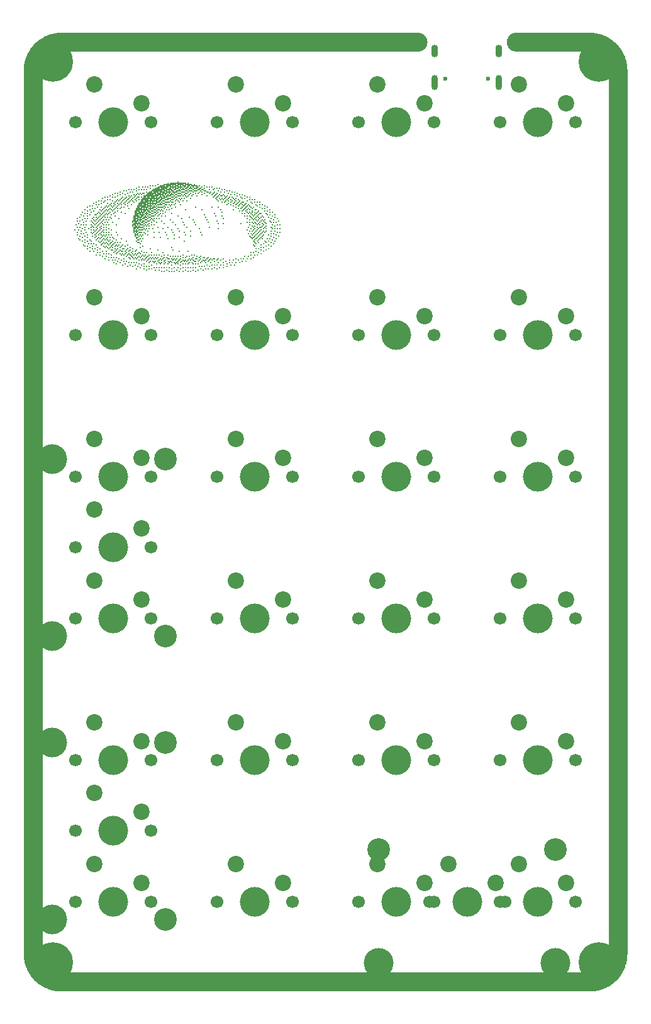
<source format=gbs>
G04 #@! TF.GenerationSoftware,KiCad,Pcbnew,(7.0.0)*
G04 #@! TF.CreationDate,2023-02-27T13:57:00+01:00*
G04 #@! TF.ProjectId,MPad2040_V1,4d506164-3230-4343-905f-56312e6b6963,1.1*
G04 #@! TF.SameCoordinates,Original*
G04 #@! TF.FileFunction,Soldermask,Bot*
G04 #@! TF.FilePolarity,Negative*
%FSLAX46Y46*%
G04 Gerber Fmt 4.6, Leading zero omitted, Abs format (unit mm)*
G04 Created by KiCad (PCBNEW (7.0.0)) date 2023-02-27 13:57:00*
%MOMM*%
%LPD*%
G01*
G04 APERTURE LIST*
%ADD10C,0.600000*%
%ADD11O,0.900000X2.000000*%
%ADD12O,0.900000X1.700000*%
%ADD13C,0.800000*%
%ADD14C,5.400000*%
%ADD15C,1.700000*%
%ADD16C,4.000000*%
%ADD17C,2.200000*%
%ADD18C,3.050000*%
G04 APERTURE END LIST*
G36*
X139225067Y-61037425D02*
G01*
X139253809Y-61057692D01*
X139274031Y-61086736D01*
X139281673Y-61120429D01*
X139277507Y-61150597D01*
X139259532Y-61182221D01*
X139227688Y-61204201D01*
X139193632Y-61211727D01*
X139159706Y-61205379D01*
X139131084Y-61186772D01*
X139111311Y-61158255D01*
X139103933Y-61122179D01*
X139111070Y-61088317D01*
X139130791Y-61058576D01*
X139159302Y-61037843D01*
X139192803Y-61030056D01*
X139225067Y-61037425D01*
G37*
G36*
X130074287Y-62734473D02*
G01*
X130103544Y-62759307D01*
X130116274Y-62779647D01*
X130122675Y-62813190D01*
X130113895Y-62846906D01*
X130090326Y-62877291D01*
X130064877Y-62894271D01*
X130033009Y-62899588D01*
X129998062Y-62888505D01*
X129973261Y-62867963D01*
X129958748Y-62839081D01*
X129955306Y-62806702D01*
X129962647Y-62775131D01*
X129980484Y-62748669D01*
X130008531Y-62731619D01*
X130041349Y-62725997D01*
X130074287Y-62734473D01*
G37*
G36*
X116678094Y-54458530D02*
G01*
X116709064Y-54476400D01*
X116729882Y-54507656D01*
X116737227Y-54539473D01*
X116730198Y-54572901D01*
X116706944Y-54601859D01*
X116676859Y-54618184D01*
X116639837Y-54622829D01*
X116604359Y-54613471D01*
X116577940Y-54593768D01*
X116560785Y-54565751D01*
X116555934Y-54534865D01*
X116562538Y-54504660D01*
X116579748Y-54478688D01*
X116606713Y-54460500D01*
X116642584Y-54453649D01*
X116678094Y-54458530D01*
G37*
G36*
X114989158Y-57504203D02*
G01*
X115014167Y-57521979D01*
X115028513Y-57547048D01*
X115032756Y-57582832D01*
X115028460Y-57612686D01*
X115012640Y-57642746D01*
X114987415Y-57661517D01*
X114950370Y-57668735D01*
X114916611Y-57660795D01*
X114889659Y-57639135D01*
X114872718Y-57605326D01*
X114869151Y-57574756D01*
X114877159Y-57541749D01*
X114896030Y-57515701D01*
X114922898Y-57499101D01*
X114954897Y-57494439D01*
X114989158Y-57504203D01*
G37*
G36*
X141077203Y-57490687D02*
G01*
X141104955Y-57504856D01*
X141125876Y-57528056D01*
X141138350Y-57557142D01*
X141140760Y-57588965D01*
X141131491Y-57620380D01*
X141108927Y-57648240D01*
X141078155Y-57666000D01*
X141045665Y-57667655D01*
X141010203Y-57652947D01*
X140986827Y-57633168D01*
X140969974Y-57602870D01*
X140966197Y-57569805D01*
X140975050Y-57537810D01*
X140996087Y-57510718D01*
X141028864Y-57492365D01*
X141044236Y-57488695D01*
X141077203Y-57490687D01*
G37*
G36*
X140583638Y-60025663D02*
G01*
X140613662Y-60045259D01*
X140625542Y-60060094D01*
X140638163Y-60093052D01*
X140637691Y-60127839D01*
X140624608Y-60159751D01*
X140599398Y-60184080D01*
X140565406Y-60198012D01*
X140530439Y-60198984D01*
X140499869Y-60187523D01*
X140476189Y-60165967D01*
X140461890Y-60136652D01*
X140459465Y-60101915D01*
X140471406Y-60064091D01*
X140486723Y-60043564D01*
X140515577Y-60025423D01*
X140549413Y-60019254D01*
X140583638Y-60025663D01*
G37*
G36*
X140579841Y-56819162D02*
G01*
X140610534Y-56837523D01*
X140631781Y-56869069D01*
X140639126Y-56900886D01*
X140632097Y-56934314D01*
X140608843Y-56963271D01*
X140585912Y-56977535D01*
X140549834Y-56985600D01*
X140513882Y-56979574D01*
X140482888Y-56959598D01*
X140480758Y-56957402D01*
X140462054Y-56927349D01*
X140457751Y-56895527D01*
X140466281Y-56865162D01*
X140486074Y-56839479D01*
X140515563Y-56821703D01*
X140553178Y-56815061D01*
X140579841Y-56819162D01*
G37*
G36*
X140069983Y-59349348D02*
G01*
X140100791Y-59366056D01*
X140120833Y-59394319D01*
X140127870Y-59431854D01*
X140125515Y-59455423D01*
X140110517Y-59489243D01*
X140081507Y-59513668D01*
X140048671Y-59523470D01*
X140014034Y-59518497D01*
X139983521Y-59498751D01*
X139970385Y-59483718D01*
X139961130Y-59463151D01*
X139958781Y-59434622D01*
X139962523Y-59405119D01*
X139978781Y-59373355D01*
X140006326Y-59352956D01*
X140043419Y-59345751D01*
X140069983Y-59349348D01*
G37*
G36*
X139400625Y-54964136D02*
G01*
X139429816Y-54988444D01*
X139435696Y-54996170D01*
X139449990Y-55029481D01*
X139450146Y-55063687D01*
X139436786Y-55094602D01*
X139410534Y-55118041D01*
X139386748Y-55126670D01*
X139351612Y-55128197D01*
X139318011Y-55119497D01*
X139292532Y-55101493D01*
X139276572Y-55073158D01*
X139273009Y-55039619D01*
X139282561Y-55007159D01*
X139303968Y-54979839D01*
X139335968Y-54961717D01*
X139367253Y-54956176D01*
X139400625Y-54964136D01*
G37*
G36*
X138880360Y-60192373D02*
G01*
X138909627Y-60207994D01*
X138931856Y-60233662D01*
X138942826Y-60264404D01*
X138941990Y-60296382D01*
X138928799Y-60325759D01*
X138902703Y-60348697D01*
X138878917Y-60357327D01*
X138843781Y-60358854D01*
X138810180Y-60350153D01*
X138784702Y-60332150D01*
X138772006Y-60311599D01*
X138764578Y-60277658D01*
X138769564Y-60243574D01*
X138786854Y-60215288D01*
X138808349Y-60198222D01*
X138842369Y-60187130D01*
X138880360Y-60192373D01*
G37*
G36*
X138719406Y-55138872D02*
G01*
X138746465Y-55155035D01*
X138765216Y-55178875D01*
X138774246Y-55207441D01*
X138772140Y-55237783D01*
X138757485Y-55266950D01*
X138728867Y-55291990D01*
X138705547Y-55303365D01*
X138672834Y-55307257D01*
X138638252Y-55295714D01*
X138616675Y-55280810D01*
X138600888Y-55255634D01*
X138596102Y-55219885D01*
X138602480Y-55184000D01*
X138622448Y-55155711D01*
X138655198Y-55138265D01*
X138685455Y-55133337D01*
X138719406Y-55138872D01*
G37*
G36*
X138721780Y-54804237D02*
G01*
X138736817Y-54813995D01*
X138758540Y-54840733D01*
X138766801Y-54872792D01*
X138761025Y-54906138D01*
X138740638Y-54936739D01*
X138710746Y-54956719D01*
X138676248Y-54960924D01*
X138638252Y-54948696D01*
X138616596Y-54933718D01*
X138600868Y-54908543D01*
X138596102Y-54872781D01*
X138596175Y-54869503D01*
X138605005Y-54838156D01*
X138625850Y-54813845D01*
X138654842Y-54798681D01*
X138688109Y-54794775D01*
X138721780Y-54804237D01*
G37*
G36*
X138553491Y-60702429D02*
G01*
X138582896Y-60726295D01*
X138588185Y-60733107D01*
X138603714Y-60767478D01*
X138603732Y-60802555D01*
X138588828Y-60834933D01*
X138559590Y-60861201D01*
X138529495Y-60874961D01*
X138502199Y-60875032D01*
X138471721Y-60861153D01*
X138454963Y-60848008D01*
X138435653Y-60817934D01*
X138430510Y-60782421D01*
X138440545Y-60745228D01*
X138459192Y-60718469D01*
X138488038Y-60698995D01*
X138520672Y-60693489D01*
X138553491Y-60702429D01*
G37*
G36*
X138204240Y-60698425D02*
G01*
X138230813Y-60716888D01*
X138248989Y-60743304D01*
X138257737Y-60774049D01*
X138256030Y-60805503D01*
X138242838Y-60834044D01*
X138217132Y-60856050D01*
X138182027Y-60867288D01*
X138148050Y-60864400D01*
X138118768Y-60849439D01*
X138097188Y-60824762D01*
X138086315Y-60792726D01*
X138089156Y-60755688D01*
X138092473Y-60746424D01*
X138111765Y-60718978D01*
X138139647Y-60699174D01*
X138170395Y-60691534D01*
X138204240Y-60698425D01*
G37*
G36*
X137363765Y-57166476D02*
G01*
X137380515Y-57176814D01*
X137402437Y-57203167D01*
X137411211Y-57234978D01*
X137406115Y-57268042D01*
X137386423Y-57298152D01*
X137372335Y-57309795D01*
X137339914Y-57323098D01*
X137306682Y-57322066D01*
X137276673Y-57307273D01*
X137253921Y-57279294D01*
X137249749Y-57270014D01*
X137244291Y-57236367D01*
X137252264Y-57205532D01*
X137270933Y-57180316D01*
X137297562Y-57163528D01*
X137329418Y-57157979D01*
X137363765Y-57166476D01*
G37*
G36*
X137358303Y-56821248D02*
G01*
X137390850Y-56843838D01*
X137407910Y-56864716D01*
X137420227Y-56897104D01*
X137415899Y-56929104D01*
X137394887Y-56959598D01*
X137386955Y-56967033D01*
X137364097Y-56980688D01*
X137335220Y-56984338D01*
X137297934Y-56979464D01*
X137265543Y-56963689D01*
X137244744Y-56939079D01*
X137237259Y-56907772D01*
X137244808Y-56871908D01*
X137262601Y-56842895D01*
X137290822Y-56821422D01*
X137323842Y-56813991D01*
X137358303Y-56821248D01*
G37*
G36*
X137177064Y-58671054D02*
G01*
X137207049Y-58684709D01*
X137228785Y-58710179D01*
X137240801Y-58747605D01*
X137238355Y-58784501D01*
X137221600Y-58816277D01*
X137191444Y-58839782D01*
X137160537Y-58849188D01*
X137128899Y-58846208D01*
X137101928Y-58831830D01*
X137081400Y-58808940D01*
X137069093Y-58780428D01*
X137066785Y-58749181D01*
X137076252Y-58718086D01*
X137099273Y-58690032D01*
X137110428Y-58682001D01*
X137143350Y-58669917D01*
X137177064Y-58671054D01*
G37*
G36*
X136678503Y-55975499D02*
G01*
X136707999Y-55992343D01*
X136730430Y-56020631D01*
X136740412Y-56054060D01*
X136735633Y-56087534D01*
X136716149Y-56116213D01*
X136683099Y-56137292D01*
X136671410Y-56141208D01*
X136637983Y-56142592D01*
X136608326Y-56130946D01*
X136584912Y-56109176D01*
X136570212Y-56080194D01*
X136566698Y-56046906D01*
X136576840Y-56012224D01*
X136588129Y-55995851D01*
X136614519Y-55977031D01*
X136645994Y-55970321D01*
X136678503Y-55975499D01*
G37*
G36*
X136322973Y-55977668D02*
G01*
X136355125Y-55988809D01*
X136378968Y-56011991D01*
X136392087Y-56044005D01*
X136392073Y-56081636D01*
X136387697Y-56097563D01*
X136368810Y-56125792D01*
X136336081Y-56145227D01*
X136306165Y-56150289D01*
X136273354Y-56142602D01*
X136245076Y-56123449D01*
X136225242Y-56095589D01*
X136217761Y-56061779D01*
X136224119Y-56030539D01*
X136244114Y-56002584D01*
X136274913Y-55983929D01*
X136313610Y-55977141D01*
X136322973Y-55977668D01*
G37*
G36*
X136012214Y-62561303D02*
G01*
X136042498Y-62585186D01*
X136056445Y-62609305D01*
X136061245Y-62642229D01*
X136054771Y-62675478D01*
X136038138Y-62703960D01*
X136012459Y-62722581D01*
X135987230Y-62729463D01*
X135950012Y-62727902D01*
X135917960Y-62713079D01*
X135894353Y-62686803D01*
X135882472Y-62650883D01*
X135882967Y-62622145D01*
X135895081Y-62590368D01*
X135917297Y-62567068D01*
X135946380Y-62553572D01*
X135979097Y-62551208D01*
X136012214Y-62561303D01*
G37*
G36*
X135158030Y-54971213D02*
G01*
X135176770Y-54980808D01*
X135200704Y-55005182D01*
X135212785Y-55035644D01*
X135212596Y-55068130D01*
X135199714Y-55098575D01*
X135173720Y-55122916D01*
X135163946Y-55128382D01*
X135127590Y-55139154D01*
X135093607Y-55133190D01*
X135061600Y-55110443D01*
X135044747Y-55089853D01*
X135032285Y-55057435D01*
X135036396Y-55025437D01*
X135057130Y-54995117D01*
X135087224Y-54972326D01*
X135120693Y-54963884D01*
X135158030Y-54971213D01*
G37*
G36*
X134816272Y-62891864D02*
G01*
X134842580Y-62906187D01*
X134864062Y-62932258D01*
X134874595Y-62964242D01*
X134873681Y-62997951D01*
X134860821Y-63029199D01*
X134835519Y-63053800D01*
X134810898Y-63064991D01*
X134777312Y-63067983D01*
X134746558Y-63058703D01*
X134720933Y-63039737D01*
X134702733Y-63013673D01*
X134694257Y-62983098D01*
X134697799Y-62950600D01*
X134715657Y-62918766D01*
X134741402Y-62896979D01*
X134776642Y-62886397D01*
X134816272Y-62891864D01*
G37*
G36*
X134297290Y-52935576D02*
G01*
X134327066Y-52952320D01*
X134349827Y-52982559D01*
X134357746Y-53005373D01*
X134358400Y-53041988D01*
X134345215Y-53074898D01*
X134319314Y-53099788D01*
X134291709Y-53113071D01*
X134266185Y-53114628D01*
X134237315Y-53103714D01*
X134222479Y-53094437D01*
X134197637Y-53066837D01*
X134186438Y-53033567D01*
X134189666Y-52998360D01*
X134208108Y-52964949D01*
X134231697Y-52944438D01*
X134264250Y-52932794D01*
X134297290Y-52935576D01*
G37*
G36*
X133801278Y-62900548D02*
G01*
X133828220Y-62914111D01*
X133849281Y-62939783D01*
X133856348Y-62974949D01*
X133854358Y-62998168D01*
X133841739Y-63027271D01*
X133815932Y-63048186D01*
X133811623Y-63050403D01*
X133775710Y-63060297D01*
X133741952Y-63056247D01*
X133713694Y-63040064D01*
X133694285Y-63013556D01*
X133687071Y-62978533D01*
X133689380Y-62956389D01*
X133703695Y-62924485D01*
X133728854Y-62903357D01*
X133762250Y-62894785D01*
X133801278Y-62900548D01*
G37*
G36*
X133292565Y-63230347D02*
G01*
X133306428Y-63236484D01*
X133330575Y-63258295D01*
X133344325Y-63287689D01*
X133347632Y-63320616D01*
X133340452Y-63353026D01*
X133322739Y-63380871D01*
X133294450Y-63400102D01*
X133259946Y-63406627D01*
X133226028Y-63399177D01*
X133197597Y-63379516D01*
X133178048Y-63350032D01*
X133170777Y-63313114D01*
X133174622Y-63285086D01*
X133191188Y-63253849D01*
X133218249Y-63233035D01*
X133252982Y-63224562D01*
X133292565Y-63230347D01*
G37*
G36*
X132595746Y-55969531D02*
G01*
X132628482Y-55980797D01*
X132652502Y-56002399D01*
X132667109Y-56030833D01*
X132671603Y-56062596D01*
X132665287Y-56094183D01*
X132647460Y-56122093D01*
X132617425Y-56142821D01*
X132584075Y-56150389D01*
X132549754Y-56144554D01*
X132520553Y-56126537D01*
X132500135Y-56098663D01*
X132492161Y-56063258D01*
X132496956Y-56027686D01*
X132514632Y-55996039D01*
X132543754Y-55975802D01*
X132582692Y-55968677D01*
X132595746Y-55969531D01*
G37*
G36*
X132283514Y-52434798D02*
G01*
X132311744Y-52457781D01*
X132326188Y-52482469D01*
X132332097Y-52516970D01*
X132325457Y-52551164D01*
X132307333Y-52580453D01*
X132278788Y-52600235D01*
X132241606Y-52607454D01*
X132207944Y-52599243D01*
X132180779Y-52576974D01*
X132162955Y-52542074D01*
X132160545Y-52532440D01*
X132160197Y-52496804D01*
X132172271Y-52466598D01*
X132193703Y-52443560D01*
X132221430Y-52429423D01*
X132252388Y-52425924D01*
X132283514Y-52434798D01*
G37*
G36*
X132282196Y-55133844D02*
G01*
X132311468Y-55157419D01*
X132326077Y-55182333D01*
X132332082Y-55216908D01*
X132325506Y-55251118D01*
X132307394Y-55280402D01*
X132278788Y-55300202D01*
X132252234Y-55306668D01*
X132217416Y-55303165D01*
X132186962Y-55287828D01*
X132163994Y-55263232D01*
X132151637Y-55231950D01*
X132153013Y-55196556D01*
X132162489Y-55172281D01*
X132185418Y-55144587D01*
X132215475Y-55128341D01*
X132248966Y-55124455D01*
X132282196Y-55133844D01*
G37*
G36*
X130749540Y-63399142D02*
G01*
X130778929Y-63416098D01*
X130797984Y-63441882D01*
X130806774Y-63475866D01*
X130802167Y-63510453D01*
X130784831Y-63541427D01*
X130755432Y-63564569D01*
X130733945Y-63572220D01*
X130701306Y-63572281D01*
X130672095Y-63560175D01*
X130648410Y-63538817D01*
X130632348Y-63511123D01*
X130626004Y-63480006D01*
X130631476Y-63448384D01*
X130650859Y-63419169D01*
X130679265Y-63401095D01*
X130714329Y-63394188D01*
X130749540Y-63399142D01*
G37*
G36*
X129909844Y-57159304D02*
G01*
X129937006Y-57179117D01*
X129954754Y-57209353D01*
X129960430Y-57243863D01*
X129951985Y-57279786D01*
X129927852Y-57309968D01*
X129908462Y-57323019D01*
X129873511Y-57332450D01*
X129838444Y-57325591D01*
X129805552Y-57302579D01*
X129797833Y-57294205D01*
X129779587Y-57261773D01*
X129778092Y-57227238D01*
X129793294Y-57190106D01*
X129813800Y-57167400D01*
X129844048Y-57152946D01*
X129877460Y-57150414D01*
X129909844Y-57159304D01*
G37*
G36*
X129894351Y-61541142D02*
G01*
X129925251Y-61556373D01*
X129946836Y-61580918D01*
X129958047Y-61611287D01*
X129957823Y-61643988D01*
X129945102Y-61675528D01*
X129918825Y-61702418D01*
X129890737Y-61714568D01*
X129857632Y-61714995D01*
X129826624Y-61703518D01*
X129802203Y-61681883D01*
X129788854Y-61651838D01*
X129786739Y-61634883D01*
X129790879Y-61596273D01*
X129807136Y-61565537D01*
X129833721Y-61545225D01*
X129868843Y-61537887D01*
X129894351Y-61541142D01*
G37*
G36*
X128699268Y-58838779D02*
G01*
X128731395Y-58850406D01*
X128755303Y-58872722D01*
X128769678Y-58902017D01*
X128773204Y-58934580D01*
X128764565Y-58966700D01*
X128742445Y-58994667D01*
X128713172Y-59011348D01*
X128679404Y-59016587D01*
X128646669Y-59010262D01*
X128618684Y-58993813D01*
X128599168Y-58968680D01*
X128591837Y-58936304D01*
X128597803Y-58896657D01*
X128616424Y-58864859D01*
X128646515Y-58844863D01*
X128686867Y-58837920D01*
X128699268Y-58838779D01*
G37*
G36*
X128371622Y-61541083D02*
G01*
X128401077Y-61556931D01*
X128419569Y-61578409D01*
X128432119Y-61610593D01*
X128431763Y-61643462D01*
X128419444Y-61673282D01*
X128396106Y-61696316D01*
X128362692Y-61708832D01*
X128336876Y-61709966D01*
X128301731Y-61700510D01*
X128274976Y-61679861D01*
X128258743Y-61650885D01*
X128255168Y-61616449D01*
X128266384Y-61579422D01*
X128277439Y-61564017D01*
X128304605Y-61545494D01*
X128337732Y-61537560D01*
X128371622Y-61541083D01*
G37*
G36*
X127021979Y-58505748D02*
G01*
X127050473Y-58524733D01*
X127069733Y-58554880D01*
X127076808Y-58594397D01*
X127072861Y-58620569D01*
X127054584Y-58651559D01*
X127022823Y-58673511D01*
X126988916Y-58681014D01*
X126954967Y-58674704D01*
X126926294Y-58656155D01*
X126906470Y-58627727D01*
X126899067Y-58591779D01*
X126902946Y-58555864D01*
X126916254Y-58530531D01*
X126941217Y-58512150D01*
X126949096Y-58508422D01*
X126987204Y-58499714D01*
X127021979Y-58505748D01*
G37*
G36*
X126855962Y-55302563D02*
G01*
X126886143Y-55326696D01*
X126900154Y-55349998D01*
X126906817Y-55384734D01*
X126900564Y-55419328D01*
X126882433Y-55449225D01*
X126853463Y-55469873D01*
X126851869Y-55470531D01*
X126817927Y-55475978D01*
X126784996Y-55467474D01*
X126756828Y-55447617D01*
X126737175Y-55419007D01*
X126729791Y-55384240D01*
X126735560Y-55347196D01*
X126754249Y-55317916D01*
X126785528Y-55299795D01*
X126820039Y-55294119D01*
X126855962Y-55302563D01*
G37*
G36*
X126517903Y-63233119D02*
G01*
X126547308Y-63256985D01*
X126552452Y-63263663D01*
X126567159Y-63297559D01*
X126566995Y-63332914D01*
X126552635Y-63365696D01*
X126524753Y-63391870D01*
X126499018Y-63403160D01*
X126466198Y-63404929D01*
X126436808Y-63394191D01*
X126413418Y-63373433D01*
X126398600Y-63345143D01*
X126394922Y-63311809D01*
X126404956Y-63275918D01*
X126423604Y-63249159D01*
X126452450Y-63229685D01*
X126485084Y-63224178D01*
X126517903Y-63233119D01*
G37*
G36*
X126349807Y-57834743D02*
G01*
X126378031Y-57857052D01*
X126392810Y-57882198D01*
X126398911Y-57916848D01*
X126392400Y-57951072D01*
X126374299Y-57980351D01*
X126345633Y-58000168D01*
X126310181Y-58007694D01*
X126275810Y-58001663D01*
X126247452Y-57983635D01*
X126227715Y-57956139D01*
X126219210Y-57921702D01*
X126224546Y-57882854D01*
X126230800Y-57868485D01*
X126253116Y-57843007D01*
X126283174Y-57828423D01*
X126316796Y-57825434D01*
X126349807Y-57834743D01*
G37*
G36*
X126170004Y-63574231D02*
G01*
X126200575Y-63588008D01*
X126221709Y-63611060D01*
X126224681Y-63617401D01*
X126230111Y-63650430D01*
X126222691Y-63684536D01*
X126204340Y-63714413D01*
X126176977Y-63734755D01*
X126142491Y-63742326D01*
X126107516Y-63735443D01*
X126077437Y-63715035D01*
X126056065Y-63682742D01*
X126048273Y-63649470D01*
X126055713Y-63618472D01*
X126079648Y-63590345D01*
X126101306Y-63577533D01*
X126135184Y-63570487D01*
X126170004Y-63574231D01*
G37*
G36*
X125833186Y-63230890D02*
G01*
X125836797Y-63232502D01*
X125862362Y-63252933D01*
X125877855Y-63281971D01*
X125883172Y-63315252D01*
X125878214Y-63348411D01*
X125862877Y-63377086D01*
X125837060Y-63396912D01*
X125801740Y-63405410D01*
X125768277Y-63398866D01*
X125740852Y-63377931D01*
X125722255Y-63343895D01*
X125717290Y-63312837D01*
X125723949Y-63279185D01*
X125741583Y-63251399D01*
X125767477Y-63232244D01*
X125798916Y-63224486D01*
X125833186Y-63230890D01*
G37*
G36*
X125493322Y-56987089D02*
G01*
X125520748Y-57000345D01*
X125540533Y-57026488D01*
X125551130Y-57058470D01*
X125550210Y-57094931D01*
X125536179Y-57126921D01*
X125510065Y-57150268D01*
X125484045Y-57160250D01*
X125449408Y-57161272D01*
X125417981Y-57150149D01*
X125392507Y-57129336D01*
X125375730Y-57101284D01*
X125370393Y-57068447D01*
X125379240Y-57033280D01*
X125396068Y-57008508D01*
X125425275Y-56990241D01*
X125465400Y-56984338D01*
X125493322Y-56987089D01*
G37*
G36*
X125495448Y-61714360D02*
G01*
X125524898Y-61734200D01*
X125545537Y-61762741D01*
X125553316Y-61796034D01*
X125552339Y-61810362D01*
X125544087Y-61832716D01*
X125524539Y-61856128D01*
X125505887Y-61871402D01*
X125471462Y-61885068D01*
X125436217Y-61882574D01*
X125402540Y-61863770D01*
X125381319Y-61839998D01*
X125370499Y-61807429D01*
X125375813Y-61769923D01*
X125394509Y-61736524D01*
X125424163Y-61714785D01*
X125462202Y-61707164D01*
X125495448Y-61714360D01*
G37*
G36*
X125159984Y-63232304D02*
G01*
X125178258Y-63244365D01*
X125196958Y-63270638D01*
X125204875Y-63302631D01*
X125201921Y-63335864D01*
X125188008Y-63365854D01*
X125163048Y-63388122D01*
X125131423Y-63398945D01*
X125100457Y-63396699D01*
X125073977Y-63383076D01*
X125053780Y-63360920D01*
X125041667Y-63333077D01*
X125039435Y-63302389D01*
X125048885Y-63271703D01*
X125071814Y-63243862D01*
X125093609Y-63229414D01*
X125125012Y-63222893D01*
X125159984Y-63232304D01*
G37*
G36*
X124977223Y-57829558D02*
G01*
X124988539Y-57833360D01*
X125019089Y-57851181D01*
X125036028Y-57877668D01*
X125041253Y-57915361D01*
X125037001Y-57948717D01*
X125020099Y-57980126D01*
X124990470Y-58000462D01*
X124955721Y-58007082D01*
X124919704Y-57999816D01*
X124888822Y-57979852D01*
X124867707Y-57949126D01*
X124861284Y-57920904D01*
X124866378Y-57887424D01*
X124883317Y-57858494D01*
X124909304Y-57837169D01*
X124941538Y-57826505D01*
X124977223Y-57829558D01*
G37*
G36*
X124649776Y-52265296D02*
G01*
X124672231Y-52279071D01*
X124695852Y-52306301D01*
X124705135Y-52337903D01*
X124699447Y-52370824D01*
X124678154Y-52402012D01*
X124664144Y-52413851D01*
X124631931Y-52428448D01*
X124599480Y-52429571D01*
X124570037Y-52418802D01*
X124546846Y-52397719D01*
X124533149Y-52367902D01*
X124532193Y-52330931D01*
X124536499Y-52313692D01*
X124554555Y-52282683D01*
X124581653Y-52263052D01*
X124614494Y-52256642D01*
X124649776Y-52265296D01*
G37*
G36*
X124154205Y-63408024D02*
G01*
X124170975Y-63421416D01*
X124190322Y-63451856D01*
X124196386Y-63487462D01*
X124187760Y-63523391D01*
X124171838Y-63546345D01*
X124146129Y-63565416D01*
X124129579Y-63571139D01*
X124093531Y-63572574D01*
X124061675Y-63559797D01*
X124037437Y-63534673D01*
X124024245Y-63499068D01*
X124023409Y-63467970D01*
X124034091Y-63434172D01*
X124055367Y-63409277D01*
X124084382Y-63395287D01*
X124118280Y-63394202D01*
X124154205Y-63408024D01*
G37*
G36*
X123985514Y-52615412D02*
G01*
X124011145Y-52637454D01*
X124025738Y-52668443D01*
X124026833Y-52683852D01*
X124019487Y-52715300D01*
X124002796Y-52744856D01*
X123980044Y-52765544D01*
X123952858Y-52774980D01*
X123918096Y-52773662D01*
X123885933Y-52760018D01*
X123860747Y-52736075D01*
X123846917Y-52703863D01*
X123845975Y-52673683D01*
X123858989Y-52642292D01*
X123887882Y-52616530D01*
X123917955Y-52604502D01*
X123953049Y-52603900D01*
X123985514Y-52615412D01*
G37*
G36*
X123813523Y-58013673D02*
G01*
X123840402Y-58036382D01*
X123856303Y-58068624D01*
X123857982Y-58085025D01*
X123850832Y-58117097D01*
X123833090Y-58146001D01*
X123807965Y-58165319D01*
X123772279Y-58174000D01*
X123737130Y-58167009D01*
X123706082Y-58143773D01*
X123692091Y-58124019D01*
X123682125Y-58090528D01*
X123686165Y-58057514D01*
X123703423Y-58028912D01*
X123733111Y-58008662D01*
X123743639Y-58005039D01*
X123779867Y-58002544D01*
X123813523Y-58013673D01*
G37*
G36*
X123808992Y-63412230D02*
G01*
X123833618Y-63433222D01*
X123846861Y-63462097D01*
X123848979Y-63494575D01*
X123840398Y-63526463D01*
X123821542Y-63553568D01*
X123792836Y-63571696D01*
X123761341Y-63575330D01*
X123729325Y-63565615D01*
X123701466Y-63545275D01*
X123681795Y-63517272D01*
X123674342Y-63484572D01*
X123674791Y-63475843D01*
X123685484Y-63443401D01*
X123707776Y-63418925D01*
X123738141Y-63404308D01*
X123773055Y-63401445D01*
X123808992Y-63412230D01*
G37*
G36*
X123468918Y-63069027D02*
G01*
X123495061Y-63095507D01*
X123503789Y-63111495D01*
X123511303Y-63146828D01*
X123505479Y-63181450D01*
X123487491Y-63211001D01*
X123458514Y-63231119D01*
X123428785Y-63237707D01*
X123396148Y-63231772D01*
X123369249Y-63212923D01*
X123350984Y-63183339D01*
X123344252Y-63145199D01*
X123345824Y-63126417D01*
X123358189Y-63093336D01*
X123380052Y-63069947D01*
X123408042Y-63057358D01*
X123438788Y-63056681D01*
X123468918Y-63069027D01*
G37*
G36*
X123467215Y-53118009D02*
G01*
X123472692Y-53120803D01*
X123495617Y-53142732D01*
X123509110Y-53177512D01*
X123513529Y-53225971D01*
X123513529Y-53277174D01*
X123466558Y-53277174D01*
X123440964Y-53275572D01*
X123399477Y-53265338D01*
X123366272Y-53247176D01*
X123344166Y-53222878D01*
X123335977Y-53194231D01*
X123336048Y-53189703D01*
X123344808Y-53155819D01*
X123365724Y-53129722D01*
X123395376Y-53113397D01*
X123430346Y-53108831D01*
X123467215Y-53118009D01*
G37*
G36*
X123292627Y-52433104D02*
G01*
X123318591Y-52452778D01*
X123336136Y-52486857D01*
X123341729Y-52521012D01*
X123333263Y-52556939D01*
X123309125Y-52587142D01*
X123285460Y-52602270D01*
X123253469Y-52607555D01*
X123218522Y-52596469D01*
X123216083Y-52595157D01*
X123190924Y-52572948D01*
X123177603Y-52543904D01*
X123175249Y-52511761D01*
X123182991Y-52480258D01*
X123199956Y-52453129D01*
X123225274Y-52434112D01*
X123258072Y-52426942D01*
X123292627Y-52433104D01*
G37*
G36*
X122783685Y-62893902D02*
G01*
X122815227Y-62917457D01*
X122832539Y-62943797D01*
X122839010Y-62977567D01*
X122832018Y-63011231D01*
X122812504Y-63040770D01*
X122781407Y-63062162D01*
X122778706Y-63063268D01*
X122747077Y-63067459D01*
X122714917Y-63058949D01*
X122686569Y-63040483D01*
X122666377Y-63014803D01*
X122658681Y-62984651D01*
X122665477Y-62948160D01*
X122685238Y-62916288D01*
X122715135Y-62895188D01*
X122749632Y-62886988D01*
X122783685Y-62893902D01*
G37*
G36*
X122447049Y-62221185D02*
G01*
X122473104Y-62239706D01*
X122488666Y-62271248D01*
X122493659Y-62305716D01*
X122485726Y-62342095D01*
X122462272Y-62371742D01*
X122438557Y-62386195D01*
X122405393Y-62392369D01*
X122373416Y-62385409D01*
X122346179Y-62367032D01*
X122327232Y-62338960D01*
X122320127Y-62302910D01*
X122324746Y-62274086D01*
X122342868Y-62243422D01*
X122372000Y-62222832D01*
X122409230Y-62215183D01*
X122409784Y-62215181D01*
X122447049Y-62221185D01*
G37*
G36*
X122105241Y-62555649D02*
G01*
X122133066Y-62574148D01*
X122152198Y-62602896D01*
X122159314Y-62639683D01*
X122157941Y-62658621D01*
X122149611Y-62680029D01*
X122130537Y-62702512D01*
X122109660Y-62719573D01*
X122077272Y-62731889D01*
X122045271Y-62727561D01*
X122014778Y-62706549D01*
X121996193Y-62678775D01*
X121988747Y-62644430D01*
X121993500Y-62609818D01*
X122009765Y-62579545D01*
X122036859Y-62558219D01*
X122072047Y-62549610D01*
X122105241Y-62555649D01*
G37*
G36*
X121592688Y-63061566D02*
G01*
X121623349Y-63081739D01*
X121643137Y-63109985D01*
X121651601Y-63142375D01*
X121648428Y-63175041D01*
X121633306Y-63204113D01*
X121605923Y-63225719D01*
X121578533Y-63236327D01*
X121551564Y-63237059D01*
X121520630Y-63226016D01*
X121499461Y-63211485D01*
X121480133Y-63183435D01*
X121472966Y-63150242D01*
X121478693Y-63116438D01*
X121498050Y-63086553D01*
X121524349Y-63065916D01*
X121557983Y-63055333D01*
X121592688Y-63061566D01*
G37*
G36*
X121595746Y-60699728D02*
G01*
X121623904Y-60715132D01*
X121644409Y-60743096D01*
X121651483Y-60780632D01*
X121647876Y-60812321D01*
X121633470Y-60838862D01*
X121606382Y-60856905D01*
X121584091Y-60865183D01*
X121557647Y-60868212D01*
X121530121Y-60861298D01*
X121509727Y-60850673D01*
X121485396Y-60825240D01*
X121474191Y-60793538D01*
X121477104Y-60759393D01*
X121495131Y-60726630D01*
X121520876Y-60704843D01*
X121556116Y-60694261D01*
X121595746Y-60699728D01*
G37*
G36*
X121256299Y-60531541D02*
G01*
X121285608Y-60549902D01*
X121305509Y-60578105D01*
X121312660Y-60613861D01*
X121309216Y-60640969D01*
X121294475Y-60666613D01*
X121265577Y-60687038D01*
X121240918Y-60697301D01*
X121217321Y-60698705D01*
X121187793Y-60690869D01*
X121162335Y-60676294D01*
X121142236Y-60648283D01*
X121135189Y-60611096D01*
X121140614Y-60577984D01*
X121159532Y-60548756D01*
X121190926Y-60530451D01*
X121220920Y-60525310D01*
X121256299Y-60531541D01*
G37*
G36*
X121081047Y-62553837D02*
G01*
X121091580Y-62558304D01*
X121116376Y-62579519D01*
X121131517Y-62609401D01*
X121136147Y-62643499D01*
X121129410Y-62677365D01*
X121110448Y-62706549D01*
X121080556Y-62726529D01*
X121046058Y-62730734D01*
X121008062Y-62718506D01*
X120984719Y-62701863D01*
X120970246Y-62676682D01*
X120965912Y-62640627D01*
X120969589Y-62614066D01*
X120985852Y-62582405D01*
X121012069Y-62560139D01*
X121044911Y-62549779D01*
X121081047Y-62553837D01*
G37*
G36*
X120560158Y-55969531D02*
G01*
X120592894Y-55980797D01*
X120616914Y-56002399D01*
X120631521Y-56030833D01*
X120636015Y-56062596D01*
X120629699Y-56094183D01*
X120611872Y-56122093D01*
X120581837Y-56142821D01*
X120548487Y-56150389D01*
X120514166Y-56144554D01*
X120484965Y-56126537D01*
X120464547Y-56098663D01*
X120456573Y-56063258D01*
X120461368Y-56027686D01*
X120479043Y-55996039D01*
X120508166Y-55975802D01*
X120547104Y-55968677D01*
X120560158Y-55969531D01*
G37*
G36*
X120075093Y-62221961D02*
G01*
X120103547Y-62240502D01*
X120121571Y-62267389D01*
X120127781Y-62299206D01*
X120120791Y-62332535D01*
X120099214Y-62363958D01*
X120083241Y-62378404D01*
X120062190Y-62389752D01*
X120036877Y-62392735D01*
X120003556Y-62386832D01*
X119973789Y-62368463D01*
X119953911Y-62340924D01*
X119946260Y-62307592D01*
X119953171Y-62271842D01*
X119971160Y-62242258D01*
X120000223Y-62221767D01*
X120038888Y-62215183D01*
X120075093Y-62221961D01*
G37*
G36*
X119393056Y-59518465D02*
G01*
X119419192Y-59531764D01*
X119438100Y-59557178D01*
X119448698Y-59589159D01*
X119447778Y-59625620D01*
X119433747Y-59657611D01*
X119407633Y-59680957D01*
X119378245Y-59691603D01*
X119344118Y-59691539D01*
X119313209Y-59680050D01*
X119288260Y-59659512D01*
X119272012Y-59632299D01*
X119267204Y-59600788D01*
X119276577Y-59567353D01*
X119292707Y-59543353D01*
X119322160Y-59522001D01*
X119360221Y-59515028D01*
X119393056Y-59518465D01*
G37*
G36*
X118709846Y-61542290D02*
G01*
X118741293Y-61559776D01*
X118762052Y-61588240D01*
X118769544Y-61625175D01*
X118769537Y-61626669D01*
X118762921Y-61663981D01*
X118743575Y-61690294D01*
X118710985Y-61706319D01*
X118675756Y-61710077D01*
X118640249Y-61701600D01*
X118611432Y-61682054D01*
X118593626Y-61653387D01*
X118589687Y-61626764D01*
X118597396Y-61593572D01*
X118616889Y-61565165D01*
X118645331Y-61545339D01*
X118679889Y-61537887D01*
X118709846Y-61542290D01*
G37*
G36*
X118393576Y-58515887D02*
G01*
X118418757Y-58541848D01*
X118431618Y-58576443D01*
X118430644Y-58608428D01*
X118415023Y-58639165D01*
X118384321Y-58662628D01*
X118381681Y-58663944D01*
X118345309Y-58673679D01*
X118311489Y-58666711D01*
X118280757Y-58643139D01*
X118271613Y-58631421D01*
X118258838Y-58599600D01*
X118259694Y-58567582D01*
X118272299Y-58538629D01*
X118294770Y-58516000D01*
X118325226Y-58502957D01*
X118361785Y-58502760D01*
X118393576Y-58515887D01*
G37*
G36*
X118191918Y-53778334D02*
G01*
X118222338Y-53792540D01*
X118247525Y-53817476D01*
X118262601Y-53849007D01*
X118263997Y-53869088D01*
X118254665Y-53899741D01*
X118234487Y-53926193D01*
X118206687Y-53943020D01*
X118173755Y-53949404D01*
X118141246Y-53942455D01*
X118111480Y-53919477D01*
X118093335Y-53891328D01*
X118088933Y-53856600D01*
X118100988Y-53818691D01*
X118116193Y-53796798D01*
X118141367Y-53781246D01*
X118177169Y-53776541D01*
X118191918Y-53778334D01*
G37*
G36*
X118202546Y-54624028D02*
G01*
X118233171Y-54639996D01*
X118253345Y-54665606D01*
X118262555Y-54696858D01*
X118260368Y-54729776D01*
X118246350Y-54760385D01*
X118220069Y-54784708D01*
X118219920Y-54784798D01*
X118183840Y-54798326D01*
X118148647Y-54797007D01*
X118117802Y-54782472D01*
X118094768Y-54756347D01*
X118083005Y-54720260D01*
X118085454Y-54682545D01*
X118101299Y-54651564D01*
X118127900Y-54630031D01*
X118162552Y-54620126D01*
X118202546Y-54624028D01*
G37*
G36*
X118029704Y-61380590D02*
G01*
X118060225Y-61397501D01*
X118073087Y-61412572D01*
X118083593Y-61441864D01*
X118083017Y-61473842D01*
X118072459Y-61503947D01*
X118053016Y-61527619D01*
X118025790Y-61540299D01*
X118011867Y-61541742D01*
X117976823Y-61535629D01*
X117947155Y-61517465D01*
X117926608Y-61490177D01*
X117918928Y-61456696D01*
X117923100Y-61431565D01*
X117939780Y-61404233D01*
X117965657Y-61385559D01*
X117996907Y-61377144D01*
X118029704Y-61380590D01*
G37*
G36*
X118016153Y-61716299D02*
G01*
X118051620Y-61726895D01*
X118077107Y-61747807D01*
X118091466Y-61775718D01*
X118093549Y-61807310D01*
X118082207Y-61839264D01*
X118056294Y-61868264D01*
X118035005Y-61879832D01*
X118001407Y-61884754D01*
X117967504Y-61878035D01*
X117938388Y-61860922D01*
X117919151Y-61834662D01*
X117911382Y-61802742D01*
X117916157Y-61768580D01*
X117934341Y-61740918D01*
X117964068Y-61722389D01*
X118003471Y-61715628D01*
X118016153Y-61716299D01*
G37*
G36*
X118027859Y-57490596D02*
G01*
X118057974Y-57508527D01*
X118074711Y-57530454D01*
X118085059Y-57563153D01*
X118083611Y-57596929D01*
X118070744Y-57627043D01*
X118046833Y-57648753D01*
X118032577Y-57655259D01*
X117997924Y-57661080D01*
X117967056Y-57653787D01*
X117942085Y-57636098D01*
X117925125Y-57610733D01*
X117918291Y-57580411D01*
X117923695Y-57547850D01*
X117943453Y-57515770D01*
X117962467Y-57499562D01*
X117994638Y-57487696D01*
X118027859Y-57490596D01*
G37*
G36*
X118020506Y-58173165D02*
G01*
X118052939Y-58185654D01*
X118077797Y-58208216D01*
X118091970Y-58237773D01*
X118092347Y-58271250D01*
X118083030Y-58292474D01*
X118062281Y-58316802D01*
X118037421Y-58332576D01*
X118028257Y-58335420D01*
X117992485Y-58337151D01*
X117960933Y-58325246D01*
X117936676Y-58302339D01*
X117922791Y-58271065D01*
X117922357Y-58234059D01*
X117933114Y-58204999D01*
X117956507Y-58183004D01*
X117992329Y-58172347D01*
X118020506Y-58173165D01*
G37*
G36*
X117686239Y-57835220D02*
G01*
X117715877Y-57848727D01*
X117737354Y-57873814D01*
X117745808Y-57896421D01*
X117746882Y-57932289D01*
X117733408Y-57964285D01*
X117706400Y-57988649D01*
X117691407Y-57994942D01*
X117657581Y-57997444D01*
X117623506Y-57987576D01*
X117595185Y-57966533D01*
X117589802Y-57960087D01*
X117574140Y-57928806D01*
X117575398Y-57897208D01*
X117593580Y-57865515D01*
X117620165Y-57843971D01*
X117652862Y-57833550D01*
X117686239Y-57835220D01*
G37*
G36*
X117536566Y-53956145D02*
G01*
X117562409Y-53976580D01*
X117580136Y-54008577D01*
X117585677Y-54039861D01*
X117577717Y-54073233D01*
X117553409Y-54102424D01*
X117524575Y-54118990D01*
X117490384Y-54123974D01*
X117457453Y-54116400D01*
X117429425Y-54097904D01*
X117409938Y-54070122D01*
X117402633Y-54034688D01*
X117405835Y-54009711D01*
X117420732Y-53979917D01*
X117444688Y-53959158D01*
X117474270Y-53947939D01*
X117506041Y-53946766D01*
X117536566Y-53956145D01*
G37*
G36*
X117330650Y-54284487D02*
G01*
X117366054Y-54292873D01*
X117393034Y-54312109D01*
X117410130Y-54338773D01*
X117415879Y-54369444D01*
X117408821Y-54400701D01*
X117387495Y-54429123D01*
X117360815Y-54446482D01*
X117327160Y-54454170D01*
X117294990Y-54448846D01*
X117267747Y-54431931D01*
X117248876Y-54404845D01*
X117241820Y-54369010D01*
X117245202Y-54343616D01*
X117261626Y-54312477D01*
X117289329Y-54291841D01*
X117325674Y-54284372D01*
X117330650Y-54284487D01*
G37*
G36*
X116852737Y-61214993D02*
G01*
X116879145Y-61234202D01*
X116895834Y-61267152D01*
X116899662Y-61293765D01*
X116892670Y-61328119D01*
X116873523Y-61356273D01*
X116844335Y-61373851D01*
X116818028Y-61378735D01*
X116782463Y-61373621D01*
X116753011Y-61356039D01*
X116732942Y-61328230D01*
X116725525Y-61292436D01*
X116726744Y-61275986D01*
X116739377Y-61243326D01*
X116765044Y-61221113D01*
X116802916Y-61210229D01*
X116816236Y-61209298D01*
X116852737Y-61214993D01*
G37*
G36*
X116678281Y-60191907D02*
G01*
X116704582Y-60206231D01*
X116726051Y-60232302D01*
X116736574Y-60264284D01*
X116735655Y-60297992D01*
X116722795Y-60329237D01*
X116697498Y-60353834D01*
X116682915Y-60361316D01*
X116646272Y-60368002D01*
X116610392Y-60359490D01*
X116579524Y-60336410D01*
X116561271Y-60305616D01*
X116557094Y-60273043D01*
X116565127Y-60241911D01*
X116583316Y-60215225D01*
X116609608Y-60195992D01*
X116641948Y-60187217D01*
X116678281Y-60191907D01*
G37*
G36*
X116170421Y-60361174D02*
G01*
X116198579Y-60376578D01*
X116219084Y-60404542D01*
X116226158Y-60442078D01*
X116223664Y-60469288D01*
X116210969Y-60497337D01*
X116185742Y-60517496D01*
X116181372Y-60519770D01*
X116144161Y-60530561D01*
X116109462Y-60524612D01*
X116077195Y-60501912D01*
X116063950Y-60486513D01*
X116049100Y-60453924D01*
X116051034Y-60420841D01*
X116069806Y-60388076D01*
X116095551Y-60366290D01*
X116130791Y-60355707D01*
X116170421Y-60361174D01*
G37*
G36*
X115321030Y-56988171D02*
G01*
X115352640Y-57004602D01*
X115372734Y-57032601D01*
X115379774Y-57070674D01*
X115375413Y-57103892D01*
X115359833Y-57134752D01*
X115334433Y-57153686D01*
X115298054Y-57161220D01*
X115262372Y-57156430D01*
X115232151Y-57140787D01*
X115212145Y-57115764D01*
X115211282Y-57113830D01*
X115201610Y-57074738D01*
X115206428Y-57039420D01*
X115224043Y-57010700D01*
X115252765Y-56991399D01*
X115290904Y-56984338D01*
X115321030Y-56988171D01*
G37*
G36*
X114640702Y-58682023D02*
G01*
X114667990Y-58698903D01*
X114687041Y-58725554D01*
X114694202Y-58760445D01*
X114690920Y-58783391D01*
X114677401Y-58813369D01*
X114656740Y-58836717D01*
X114632551Y-58848287D01*
X114604368Y-58848966D01*
X114571427Y-58838697D01*
X114545793Y-58818458D01*
X114529196Y-58791377D01*
X114523362Y-58760584D01*
X114530020Y-58729210D01*
X114550897Y-58700383D01*
X114576024Y-58683699D01*
X114608829Y-58676445D01*
X114640702Y-58682023D01*
G37*
G36*
X114482315Y-57833185D02*
G01*
X114511720Y-57857052D01*
X114516792Y-57863558D01*
X114532481Y-57897912D01*
X114532602Y-57933038D01*
X114517724Y-57965632D01*
X114488414Y-57992393D01*
X114462770Y-58003575D01*
X114430225Y-58005104D01*
X114401053Y-57994175D01*
X114377818Y-57973291D01*
X114363084Y-57944961D01*
X114359413Y-57911690D01*
X114369368Y-57875985D01*
X114388016Y-57849226D01*
X114416862Y-57829751D01*
X114449496Y-57824245D01*
X114482315Y-57833185D01*
G37*
G36*
X114138132Y-56996800D02*
G01*
X114159784Y-57011448D01*
X114179785Y-57039658D01*
X114187248Y-57072966D01*
X114181441Y-57106987D01*
X114161631Y-57137339D01*
X114158769Y-57140085D01*
X114127973Y-57158540D01*
X114094621Y-57162583D01*
X114062493Y-57153231D01*
X114035370Y-57131504D01*
X114017034Y-57098417D01*
X114013183Y-57066170D01*
X114022597Y-57035179D01*
X114042899Y-57010145D01*
X114070989Y-56993669D01*
X114103767Y-56988354D01*
X114138132Y-56996800D01*
G37*
G36*
X114133511Y-56651971D02*
G01*
X114166058Y-56674562D01*
X114183119Y-56695439D01*
X114195435Y-56727827D01*
X114191107Y-56759827D01*
X114170095Y-56790321D01*
X114162163Y-56797756D01*
X114139305Y-56811411D01*
X114110428Y-56815061D01*
X114073143Y-56810187D01*
X114040751Y-56794412D01*
X114019953Y-56769802D01*
X114012467Y-56738495D01*
X114020016Y-56702631D01*
X114037809Y-56673618D01*
X114066031Y-56652145D01*
X114099050Y-56644714D01*
X114133511Y-56651971D01*
G37*
G36*
X141432841Y-57493130D02*
G01*
X141458664Y-57511467D01*
X141476797Y-57537606D01*
X141485911Y-57568204D01*
X141484676Y-57599922D01*
X141471762Y-57629420D01*
X141445841Y-57653355D01*
X141423725Y-57664293D01*
X141390707Y-57668845D01*
X141356543Y-57657849D01*
X141342939Y-57648812D01*
X141323135Y-57623089D01*
X141314484Y-57591478D01*
X141316419Y-57558075D01*
X141328371Y-57526977D01*
X141349773Y-57502279D01*
X141380059Y-57488079D01*
X141400658Y-57485933D01*
X141432841Y-57493130D01*
G37*
G36*
X141435290Y-58507743D02*
G01*
X141463746Y-58528916D01*
X141482611Y-58563869D01*
X141482872Y-58564672D01*
X141486973Y-58602209D01*
X141476238Y-58636258D01*
X141452712Y-58663142D01*
X141418441Y-58679184D01*
X141402409Y-58681238D01*
X141369190Y-58674725D01*
X141340593Y-58655978D01*
X141320558Y-58628164D01*
X141313028Y-58594451D01*
X141314263Y-58577510D01*
X141325610Y-58542607D01*
X141346795Y-58516642D01*
X141375335Y-58503254D01*
X141398198Y-58500890D01*
X141435290Y-58507743D01*
G37*
G36*
X141075977Y-58503123D02*
G01*
X141107874Y-58520150D01*
X141113764Y-58525564D01*
X141133530Y-58555395D01*
X141140679Y-58589362D01*
X141135683Y-58623159D01*
X141119011Y-58652477D01*
X141091137Y-58673012D01*
X141083697Y-58675959D01*
X141048568Y-58681031D01*
X141017115Y-58672731D01*
X140991458Y-58653977D01*
X140973721Y-58627690D01*
X140966027Y-58596790D01*
X140970497Y-58564197D01*
X140989254Y-58532833D01*
X141008772Y-58515590D01*
X141041833Y-58501721D01*
X141075977Y-58503123D01*
G37*
G36*
X140750378Y-57662560D02*
G01*
X140780142Y-57684163D01*
X140799363Y-57712982D01*
X140807010Y-57744929D01*
X140802894Y-57776322D01*
X140786825Y-57803479D01*
X140758614Y-57822721D01*
X140755858Y-57823790D01*
X140721922Y-57829498D01*
X140686896Y-57824542D01*
X140656421Y-57810480D01*
X140636139Y-57788872D01*
X140628498Y-57767592D01*
X140628762Y-57735244D01*
X140640628Y-57704873D01*
X140661409Y-57679449D01*
X140688419Y-57661941D01*
X140718971Y-57655322D01*
X140750378Y-57662560D01*
G37*
G36*
X140569114Y-57160214D02*
G01*
X140596626Y-57173924D01*
X140617001Y-57196616D01*
X140628686Y-57225146D01*
X140630125Y-57256366D01*
X140619764Y-57287131D01*
X140596047Y-57314296D01*
X140580647Y-57323971D01*
X140548868Y-57331625D01*
X140518098Y-57325696D01*
X140491813Y-57308044D01*
X140473492Y-57280532D01*
X140466612Y-57245020D01*
X140466619Y-57243334D01*
X140472562Y-57205453D01*
X140490303Y-57178996D01*
X140520927Y-57162310D01*
X140536022Y-57158632D01*
X140569114Y-57160214D01*
G37*
G36*
X140588344Y-58676730D02*
G01*
X140602282Y-58683749D01*
X140624458Y-58706361D01*
X140635715Y-58735802D01*
X140636324Y-58768124D01*
X140626555Y-58799380D01*
X140606678Y-58825622D01*
X140576963Y-58842903D01*
X140545354Y-58848990D01*
X140514609Y-58842039D01*
X140487678Y-58819339D01*
X140484479Y-58815382D01*
X140470607Y-58789252D01*
X140466612Y-58756213D01*
X140470846Y-58726114D01*
X140487560Y-58695445D01*
X140514490Y-58675832D01*
X140548972Y-58669014D01*
X140588344Y-58676730D01*
G37*
G36*
X140430315Y-56323868D02*
G01*
X140449153Y-56339980D01*
X140464987Y-56369579D01*
X140468315Y-56403380D01*
X140458940Y-56436968D01*
X140436665Y-56465928D01*
X140435115Y-56467253D01*
X140410148Y-56480892D01*
X140376618Y-56484971D01*
X140339265Y-56478165D01*
X140310999Y-56459752D01*
X140293398Y-56433031D01*
X140287768Y-56401301D01*
X140295416Y-56367860D01*
X140317648Y-56336008D01*
X140326198Y-56328138D01*
X140358604Y-56309996D01*
X140393128Y-56308592D01*
X140430315Y-56323868D01*
G37*
G36*
X140414496Y-57494748D02*
G01*
X140444404Y-57514589D01*
X140450947Y-57521912D01*
X140466476Y-57553486D01*
X140467594Y-57588156D01*
X140454747Y-57622122D01*
X140428379Y-57651584D01*
X140402516Y-57665411D01*
X140367005Y-57668500D01*
X140331101Y-57655815D01*
X140315910Y-57644566D01*
X140295636Y-57614399D01*
X140288871Y-57574061D01*
X140289080Y-57568035D01*
X140298595Y-57535101D01*
X140319599Y-57509889D01*
X140348387Y-57493815D01*
X140381255Y-57488295D01*
X140414496Y-57494748D01*
G37*
G36*
X140411738Y-59519896D02*
G01*
X140441871Y-59539769D01*
X140455556Y-59557044D01*
X140467865Y-59590787D01*
X140466031Y-59625579D01*
X140450632Y-59657230D01*
X140422249Y-59681552D01*
X140413574Y-59685802D01*
X140378331Y-59692947D01*
X140344621Y-59686100D01*
X140316061Y-59667396D01*
X140296272Y-59638966D01*
X140288871Y-59602944D01*
X140288936Y-59599435D01*
X140297454Y-59564764D01*
X140317691Y-59537947D01*
X140345950Y-59520512D01*
X140378532Y-59513986D01*
X140411738Y-59519896D01*
G37*
G36*
X140238561Y-60359724D02*
G01*
X140270428Y-60377326D01*
X140290366Y-60406326D01*
X140297146Y-60445171D01*
X140294352Y-60472559D01*
X140279484Y-60505443D01*
X140250784Y-60529795D01*
X140233917Y-60536000D01*
X140201948Y-60536213D01*
X140169491Y-60525638D01*
X140142870Y-60505687D01*
X140131246Y-60489656D01*
X140120276Y-60456754D01*
X140122597Y-60423773D01*
X140136337Y-60394008D01*
X140159623Y-60370757D01*
X140190581Y-60357318D01*
X140227340Y-60356988D01*
X140238561Y-60359724D01*
G37*
G36*
X140255185Y-58342873D02*
G01*
X140276994Y-58357997D01*
X140292608Y-58383172D01*
X140297335Y-58418960D01*
X140293663Y-58451088D01*
X140279258Y-58477520D01*
X140252233Y-58495492D01*
X140225925Y-58504915D01*
X140201310Y-58506368D01*
X140172199Y-58498733D01*
X140148262Y-58485333D01*
X140127200Y-58458073D01*
X140119594Y-58423069D01*
X140119920Y-58414409D01*
X140129863Y-58377653D01*
X140151418Y-58350314D01*
X140181528Y-58334199D01*
X140217136Y-58331116D01*
X140255185Y-58342873D01*
G37*
G36*
X140223867Y-56646058D02*
G01*
X140255540Y-56655850D01*
X140279453Y-56676931D01*
X140294283Y-56705543D01*
X140298707Y-56737926D01*
X140291403Y-56770322D01*
X140271048Y-56798970D01*
X140270109Y-56799836D01*
X140239420Y-56818520D01*
X140206075Y-56824247D01*
X140173748Y-56818347D01*
X140146111Y-56802148D01*
X140126835Y-56776979D01*
X140119594Y-56744168D01*
X140125864Y-56703321D01*
X140144834Y-56671984D01*
X140175577Y-56652491D01*
X140217159Y-56645784D01*
X140223867Y-56646058D01*
G37*
G36*
X140072161Y-55468543D02*
G01*
X140100937Y-55485546D01*
X140120708Y-55512444D01*
X140128058Y-55547277D01*
X140123824Y-55583333D01*
X140109456Y-55608930D01*
X140082956Y-55626652D01*
X140057653Y-55634521D01*
X140024385Y-55634099D01*
X139995525Y-55622563D01*
X139972572Y-55602650D01*
X139957024Y-55577095D01*
X139950381Y-55548633D01*
X139954141Y-55520000D01*
X139969802Y-55493931D01*
X139998864Y-55473162D01*
X140001262Y-55472060D01*
X140037797Y-55463394D01*
X140072161Y-55468543D01*
G37*
G36*
X140064043Y-55812832D02*
G01*
X140092923Y-55828578D01*
X140113590Y-55853491D01*
X140122027Y-55885356D01*
X140122053Y-55888762D01*
X140115400Y-55922194D01*
X140098498Y-55950748D01*
X140074665Y-55968596D01*
X140059586Y-55973702D01*
X140033666Y-55975747D01*
X140002922Y-55968044D01*
X139978372Y-55954416D01*
X139958686Y-55929539D01*
X139950730Y-55899432D01*
X139954623Y-55868053D01*
X139970483Y-55839362D01*
X139998428Y-55817318D01*
X140030969Y-55808463D01*
X140064043Y-55812832D01*
G37*
G36*
X139902808Y-60699286D02*
G01*
X139931590Y-60716124D01*
X139951405Y-60742677D01*
X139958781Y-60776979D01*
X139955210Y-60810956D01*
X139940313Y-60842935D01*
X139913221Y-60864306D01*
X139886950Y-60874669D01*
X139860556Y-60875829D01*
X139831917Y-60865060D01*
X139809189Y-60848997D01*
X139788628Y-60820396D01*
X139780331Y-60787696D01*
X139784355Y-60754779D01*
X139800755Y-60725526D01*
X139829587Y-60703819D01*
X139832220Y-60702613D01*
X139868527Y-60694127D01*
X139902808Y-60699286D01*
G37*
G36*
X139892017Y-59685496D02*
G01*
X139913856Y-59692602D01*
X139934040Y-59709045D01*
X139944798Y-59722174D01*
X139957970Y-59755073D01*
X139957522Y-59790046D01*
X139943996Y-59822428D01*
X139917934Y-59847555D01*
X139911673Y-59851183D01*
X139876283Y-59861984D01*
X139842076Y-59855979D01*
X139809817Y-59833269D01*
X139787566Y-59801561D01*
X139779779Y-59768055D01*
X139785438Y-59736312D01*
X139803224Y-59709596D01*
X139831820Y-59691172D01*
X139869911Y-59684305D01*
X139892017Y-59685496D01*
G37*
G36*
X139568841Y-60364387D02*
G01*
X139595172Y-60383864D01*
X139613369Y-60412871D01*
X139620039Y-60450050D01*
X139616118Y-60478340D01*
X139599007Y-60509619D01*
X139569444Y-60530172D01*
X139564737Y-60531973D01*
X139529103Y-60537256D01*
X139496959Y-60529043D01*
X139470465Y-60510254D01*
X139451779Y-60483809D01*
X139443060Y-60452629D01*
X139446466Y-60419633D01*
X139464156Y-60387741D01*
X139474990Y-60376702D01*
X139505357Y-60359450D01*
X139537771Y-60355797D01*
X139568841Y-60364387D01*
G37*
G36*
X139396141Y-55308774D02*
G01*
X139422755Y-55325648D01*
X139441514Y-55349750D01*
X139451046Y-55377965D01*
X139449975Y-55407175D01*
X139436929Y-55434264D01*
X139410534Y-55456116D01*
X139409620Y-55456608D01*
X139372215Y-55468639D01*
X139337131Y-55464551D01*
X139306414Y-55444569D01*
X139297742Y-55434454D01*
X139283647Y-55403697D01*
X139282264Y-55371146D01*
X139292503Y-55340930D01*
X139313275Y-55317177D01*
X139343491Y-55304018D01*
X139363047Y-55302245D01*
X139396141Y-55308774D01*
G37*
G36*
X139226078Y-60026303D02*
G01*
X139252428Y-60042001D01*
X139274197Y-60070546D01*
X139281373Y-60107265D01*
X139278860Y-60130766D01*
X139264383Y-60165144D01*
X139238422Y-60188788D01*
X139236032Y-60190077D01*
X139199972Y-60200679D01*
X139165175Y-60194538D01*
X139132710Y-60171822D01*
X139117865Y-60155353D01*
X139106813Y-60134445D01*
X139103933Y-60108993D01*
X139109561Y-60075999D01*
X139127802Y-60045973D01*
X139155491Y-60026199D01*
X139189345Y-60018902D01*
X139226078Y-60026303D01*
G37*
G36*
X139211757Y-60528371D02*
G01*
X139243258Y-60542147D01*
X139268464Y-60566380D01*
X139277483Y-60584751D01*
X139281122Y-60618106D01*
X139272963Y-60651922D01*
X139254595Y-60680999D01*
X139227605Y-60700135D01*
X139214519Y-60704367D01*
X139181004Y-60705527D01*
X139151877Y-60693891D01*
X139128922Y-60672398D01*
X139113919Y-60643986D01*
X139108654Y-60611593D01*
X139114907Y-60578157D01*
X139134462Y-60546616D01*
X139148906Y-60534994D01*
X139178720Y-60525752D01*
X139211757Y-60528371D01*
G37*
G36*
X138857843Y-61368717D02*
G01*
X138892738Y-61377492D01*
X138919767Y-61397787D01*
X138937389Y-61425974D01*
X138944061Y-61458425D01*
X138938238Y-61491513D01*
X138918379Y-61521610D01*
X138903345Y-61534747D01*
X138882779Y-61544002D01*
X138854249Y-61546351D01*
X138823932Y-61542465D01*
X138792414Y-61526019D01*
X138772433Y-61498102D01*
X138765567Y-61460248D01*
X138770408Y-61428669D01*
X138788139Y-61396996D01*
X138816578Y-61376130D01*
X138853294Y-61368610D01*
X138857843Y-61368717D01*
G37*
G36*
X138870669Y-60534268D02*
G01*
X138887748Y-60539647D01*
X138912786Y-60558461D01*
X138928554Y-60585282D01*
X138934571Y-60616058D01*
X138930357Y-60646734D01*
X138915432Y-60673257D01*
X138889315Y-60691574D01*
X138872470Y-60697019D01*
X138844798Y-60698006D01*
X138812339Y-60687987D01*
X138788027Y-60673679D01*
X138770737Y-60648951D01*
X138765379Y-60613536D01*
X138765911Y-60603866D01*
X138777009Y-60571179D01*
X138800190Y-60547161D01*
X138832421Y-60534097D01*
X138870669Y-60534268D01*
G37*
G36*
X138560832Y-61211542D02*
G01*
X138585471Y-61232957D01*
X138600632Y-61262131D01*
X138603834Y-61296465D01*
X138592592Y-61333358D01*
X138590504Y-61337105D01*
X138565889Y-61362597D01*
X138529153Y-61379022D01*
X138508720Y-61380797D01*
X138476550Y-61372139D01*
X138448241Y-61351950D01*
X138432270Y-61327769D01*
X138424948Y-61294005D01*
X138430011Y-61259817D01*
X138446609Y-61229938D01*
X138473893Y-61209102D01*
X138493062Y-61202393D01*
X138529202Y-61200488D01*
X138560832Y-61211542D01*
G37*
G36*
X138205606Y-61043555D02*
G01*
X138236173Y-61057335D01*
X138257297Y-61080371D01*
X138260269Y-61086711D01*
X138265699Y-61119741D01*
X138258279Y-61153847D01*
X138239928Y-61183723D01*
X138212565Y-61204065D01*
X138188036Y-61211207D01*
X138155200Y-61209452D01*
X138126614Y-61196260D01*
X138104219Y-61174513D01*
X138089952Y-61147092D01*
X138085753Y-61116876D01*
X138093562Y-61086748D01*
X138115316Y-61059587D01*
X138136939Y-61046807D01*
X138170795Y-61039792D01*
X138205606Y-61043555D01*
G37*
G36*
X138010309Y-61537986D02*
G01*
X138043313Y-61546771D01*
X138068513Y-61567168D01*
X138084521Y-61595478D01*
X138089952Y-61628000D01*
X138083417Y-61661037D01*
X138063531Y-61690887D01*
X138055120Y-61698398D01*
X138024548Y-61713986D01*
X137992940Y-61715993D01*
X137963239Y-61706452D01*
X137938393Y-61687397D01*
X137921347Y-61660861D01*
X137915047Y-61628878D01*
X137922438Y-61593482D01*
X137938837Y-61566251D01*
X137967844Y-61545007D01*
X138006167Y-61537887D01*
X138010309Y-61537986D01*
G37*
G36*
X138034734Y-54462600D02*
G01*
X138039375Y-54464309D01*
X138066153Y-54483249D01*
X138082846Y-54511397D01*
X138088566Y-54544309D01*
X138082424Y-54577541D01*
X138063531Y-54606649D01*
X138060160Y-54609838D01*
X138030056Y-54626870D01*
X137996752Y-54630155D01*
X137964404Y-54620793D01*
X137937167Y-54599881D01*
X137919194Y-54568515D01*
X137914987Y-54545864D01*
X137920523Y-54513162D01*
X137938175Y-54485817D01*
X137965034Y-54466497D01*
X137998190Y-54457869D01*
X138034734Y-54462600D01*
G37*
G36*
X137671755Y-54115193D02*
G01*
X137704759Y-54123979D01*
X137729959Y-54144376D01*
X137745967Y-54172686D01*
X137751398Y-54205208D01*
X137744863Y-54238244D01*
X137724977Y-54268095D01*
X137714575Y-54276870D01*
X137682480Y-54291087D01*
X137647822Y-54292285D01*
X137616427Y-54279833D01*
X137605211Y-54269322D01*
X137589833Y-54240651D01*
X137583748Y-54205897D01*
X137588537Y-54171221D01*
X137604618Y-54140481D01*
X137630815Y-54121297D01*
X137667613Y-54115095D01*
X137671755Y-54115193D01*
G37*
G36*
X137355435Y-53780189D02*
G01*
X137385881Y-53794911D01*
X137407566Y-53820088D01*
X137412487Y-53831109D01*
X137418661Y-53867379D01*
X137410615Y-53900876D01*
X137389817Y-53927927D01*
X137357732Y-53944863D01*
X137356257Y-53945274D01*
X137319378Y-53948192D01*
X137287885Y-53937881D01*
X137263552Y-53917452D01*
X137248154Y-53890016D01*
X137243463Y-53858684D01*
X137251254Y-53826569D01*
X137273302Y-53796781D01*
X137289131Y-53785726D01*
X137321446Y-53776825D01*
X137355435Y-53780189D01*
G37*
G36*
X137019521Y-57157261D02*
G01*
X137046306Y-57173667D01*
X137064524Y-57201160D01*
X137066651Y-57207382D01*
X137071281Y-57242651D01*
X137065342Y-57276932D01*
X137050327Y-57305292D01*
X137027731Y-57322792D01*
X136991576Y-57330721D01*
X136956332Y-57325371D01*
X136927191Y-57308128D01*
X136906823Y-57281423D01*
X136897900Y-57247687D01*
X136903094Y-57209353D01*
X136907596Y-57198411D01*
X136928208Y-57172518D01*
X136956429Y-57156892D01*
X136988215Y-57151738D01*
X137019521Y-57157261D01*
G37*
G36*
X137007376Y-53778497D02*
G01*
X137036246Y-53792401D01*
X137057482Y-53816429D01*
X137069856Y-53846742D01*
X137072140Y-53879499D01*
X137063107Y-53910861D01*
X137041530Y-53936987D01*
X137035483Y-53941359D01*
X137003929Y-53953972D01*
X136971943Y-53953156D01*
X136942419Y-53941233D01*
X136918247Y-53920522D01*
X136902320Y-53893344D01*
X136897529Y-53862018D01*
X136906767Y-53828866D01*
X136922803Y-53804974D01*
X136952245Y-53783547D01*
X136990239Y-53776541D01*
X137007376Y-53778497D01*
G37*
G36*
X136988644Y-62045917D02*
G01*
X137027310Y-62053199D01*
X137056594Y-62071711D01*
X137075116Y-62098284D01*
X137081495Y-62129749D01*
X137074348Y-62162938D01*
X137052296Y-62194681D01*
X137033411Y-62210137D01*
X136998964Y-62223704D01*
X136963653Y-62220964D01*
X136929661Y-62201789D01*
X136920395Y-62192969D01*
X136901593Y-62162477D01*
X136896515Y-62129702D01*
X136903862Y-62098152D01*
X136922333Y-62071332D01*
X136950630Y-62052748D01*
X136987451Y-62045906D01*
X136988644Y-62045917D01*
G37*
G36*
X137010060Y-56309077D02*
G01*
X137038180Y-56322852D01*
X137059826Y-56349380D01*
X137068543Y-56373036D01*
X137072610Y-56399263D01*
X137068508Y-56419275D01*
X137053917Y-56445706D01*
X137033174Y-56467607D01*
X137010958Y-56478932D01*
X136980757Y-56479887D01*
X136947435Y-56468431D01*
X136922232Y-56445452D01*
X136907992Y-56413775D01*
X136907559Y-56376226D01*
X136909488Y-56367995D01*
X136925180Y-56337514D01*
X136949727Y-56317084D01*
X136979298Y-56307380D01*
X137010060Y-56309077D01*
G37*
G36*
X137010662Y-58165665D02*
G01*
X137040703Y-58178364D01*
X137064331Y-58201630D01*
X137077831Y-58235051D01*
X137078602Y-58239919D01*
X137075572Y-58276928D01*
X137058265Y-58309515D01*
X137029008Y-58333008D01*
X137010710Y-58340073D01*
X136975919Y-58342522D01*
X136944414Y-58332257D01*
X136918924Y-58311872D01*
X136902176Y-58283958D01*
X136896898Y-58251109D01*
X136905818Y-58215917D01*
X136919214Y-58195106D01*
X136946202Y-58173623D01*
X136977923Y-58163947D01*
X137010662Y-58165665D01*
G37*
G36*
X136847990Y-62385261D02*
G01*
X136864371Y-62391643D01*
X136890626Y-62413161D01*
X136905934Y-62442603D01*
X136909511Y-62475994D01*
X136900572Y-62509363D01*
X136878330Y-62538737D01*
X136865115Y-62548753D01*
X136830325Y-62561771D01*
X136794249Y-62558984D01*
X136760385Y-62540343D01*
X136750311Y-62530691D01*
X136731960Y-62500590D01*
X136727188Y-62468623D01*
X136734309Y-62437773D01*
X136751636Y-62411027D01*
X136777483Y-62391370D01*
X136810163Y-62381786D01*
X136847990Y-62385261D01*
G37*
G36*
X136685390Y-53961030D02*
G01*
X136714628Y-53978326D01*
X136734072Y-54005104D01*
X136739364Y-54026508D01*
X136736894Y-54059825D01*
X136723827Y-54089815D01*
X136702009Y-54110414D01*
X136693989Y-54114214D01*
X136661391Y-54122075D01*
X136628117Y-54121091D01*
X136601684Y-54111200D01*
X136584532Y-54094149D01*
X136570478Y-54063595D01*
X136567536Y-54029488D01*
X136575923Y-53997068D01*
X136595858Y-53971576D01*
X136617416Y-53959709D01*
X136651328Y-53954422D01*
X136685390Y-53961030D01*
G37*
G36*
X136340049Y-53443004D02*
G01*
X136372093Y-53462684D01*
X136388333Y-53479289D01*
X136397530Y-53498351D01*
X136399734Y-53525275D01*
X136393826Y-53562057D01*
X136374513Y-53590850D01*
X136340487Y-53612251D01*
X136314164Y-53618170D01*
X136281292Y-53612726D01*
X136252892Y-53595323D01*
X136234311Y-53568183D01*
X136231985Y-53561508D01*
X136226777Y-53523696D01*
X136234375Y-53490414D01*
X136252140Y-53463683D01*
X136277434Y-53445524D01*
X136307617Y-53437957D01*
X136340049Y-53443004D01*
G37*
G36*
X136340927Y-62385473D02*
G01*
X136357292Y-62391902D01*
X136383133Y-62413413D01*
X136398146Y-62442852D01*
X136401559Y-62476220D01*
X136392601Y-62509515D01*
X136370500Y-62538737D01*
X136368971Y-62540072D01*
X136337921Y-62556950D01*
X136304350Y-62559942D01*
X136271905Y-62550756D01*
X136244232Y-62531101D01*
X136224979Y-62502685D01*
X136217793Y-62467214D01*
X136222302Y-62441068D01*
X136240059Y-62412210D01*
X136268062Y-62391789D01*
X136302841Y-62382109D01*
X136340927Y-62385473D01*
G37*
G36*
X136174094Y-57325478D02*
G01*
X136185550Y-57330197D01*
X136211506Y-57351238D01*
X136226870Y-57380132D01*
X136231504Y-57412798D01*
X136225274Y-57445157D01*
X136208043Y-57473128D01*
X136179674Y-57492631D01*
X136155833Y-57499185D01*
X136119226Y-57497376D01*
X136087329Y-57482286D01*
X136063664Y-57455905D01*
X136051749Y-57420226D01*
X136051318Y-57416058D01*
X136055350Y-57378513D01*
X136072429Y-57348526D01*
X136099769Y-57328254D01*
X136134586Y-57319852D01*
X136174094Y-57325478D01*
G37*
G36*
X135814943Y-62216013D02*
G01*
X135848888Y-62227665D01*
X135874146Y-62249590D01*
X135889368Y-62278340D01*
X135893208Y-62310468D01*
X135884315Y-62342526D01*
X135861343Y-62371066D01*
X135841734Y-62384290D01*
X135806705Y-62393831D01*
X135771635Y-62387012D01*
X135738708Y-62363958D01*
X135726440Y-62350627D01*
X135713481Y-62328688D01*
X135709931Y-62303865D01*
X135717299Y-62271601D01*
X135737566Y-62242859D01*
X135766610Y-62222637D01*
X135800303Y-62214995D01*
X135814943Y-62216013D01*
G37*
G36*
X135496080Y-55137930D02*
G01*
X135528343Y-55159995D01*
X135543881Y-55179980D01*
X135553621Y-55200768D01*
X135555079Y-55218107D01*
X135547260Y-55249170D01*
X135529472Y-55277332D01*
X135504999Y-55296149D01*
X135486686Y-55302490D01*
X135451973Y-55304658D01*
X135420941Y-55295240D01*
X135395723Y-55276810D01*
X135378455Y-55251938D01*
X135371270Y-55223196D01*
X135376301Y-55193158D01*
X135395684Y-55164394D01*
X135425718Y-55141988D01*
X135461102Y-55131953D01*
X135496080Y-55137930D01*
G37*
G36*
X135477563Y-62047107D02*
G01*
X135511882Y-62059809D01*
X135538645Y-62083100D01*
X135553407Y-62113693D01*
X135554246Y-62133243D01*
X135545848Y-62164872D01*
X135528933Y-62193687D01*
X135506798Y-62212687D01*
X135492613Y-62218455D01*
X135457045Y-62222523D01*
X135424490Y-62213388D01*
X135397730Y-62193610D01*
X135379547Y-62165749D01*
X135372722Y-62132367D01*
X135380039Y-62096023D01*
X135396171Y-62069598D01*
X135423380Y-62051502D01*
X135461481Y-62045718D01*
X135477563Y-62047107D01*
G37*
G36*
X135327307Y-62893372D02*
G01*
X135349784Y-62905753D01*
X135372388Y-62931679D01*
X135383468Y-62963584D01*
X135382609Y-62997327D01*
X135369394Y-63028768D01*
X135343408Y-63053765D01*
X135342996Y-63054022D01*
X135309385Y-63067055D01*
X135276829Y-63066364D01*
X135247518Y-63054508D01*
X135223647Y-63034044D01*
X135207407Y-63007532D01*
X135200992Y-62977527D01*
X135206594Y-62946590D01*
X135226407Y-62917276D01*
X135256500Y-62894485D01*
X135289970Y-62886044D01*
X135327307Y-62893372D01*
G37*
G36*
X135166634Y-55472584D02*
G01*
X135193548Y-55493968D01*
X135210930Y-55526443D01*
X135214777Y-55546201D01*
X135211165Y-55582671D01*
X135194484Y-55613559D01*
X135166445Y-55634702D01*
X135151398Y-55640209D01*
X135115571Y-55643578D01*
X135083631Y-55634403D01*
X135057689Y-55615366D01*
X135039854Y-55589154D01*
X135032238Y-55558452D01*
X135036949Y-55525943D01*
X135056098Y-55494312D01*
X135067871Y-55483113D01*
X135099878Y-55466344D01*
X135134104Y-55463105D01*
X135166634Y-55472584D01*
G37*
G36*
X135122249Y-62215000D02*
G01*
X135161548Y-62222541D01*
X135191322Y-62243783D01*
X135210368Y-62277880D01*
X135212068Y-62283900D01*
X135212663Y-62319030D01*
X135199846Y-62352751D01*
X135175719Y-62378934D01*
X135157639Y-62388089D01*
X135123934Y-62392777D01*
X135089868Y-62385748D01*
X135060627Y-62368421D01*
X135041394Y-62342212D01*
X135033189Y-62306315D01*
X135038373Y-62271046D01*
X135056043Y-62241988D01*
X135084245Y-62222263D01*
X135121024Y-62214995D01*
X135122249Y-62215000D01*
G37*
G36*
X134971445Y-53102277D02*
G01*
X135001445Y-53116493D01*
X135024887Y-53143959D01*
X135036240Y-53177672D01*
X135035100Y-53212761D01*
X135021627Y-53244792D01*
X134995979Y-53269334D01*
X134985332Y-53275579D01*
X134964956Y-53283926D01*
X134945623Y-53283189D01*
X134919395Y-53273836D01*
X134893046Y-53258212D01*
X134871039Y-53229592D01*
X134863546Y-53192536D01*
X134867766Y-53165432D01*
X134884023Y-53135619D01*
X134909127Y-53113829D01*
X134939470Y-53102052D01*
X134971445Y-53102277D01*
G37*
G36*
X134657197Y-52940015D02*
G01*
X134681069Y-52958676D01*
X134697421Y-52984348D01*
X134704810Y-53014136D01*
X134701798Y-53045140D01*
X134686944Y-53074466D01*
X134658807Y-53099216D01*
X134630234Y-53113015D01*
X134604988Y-53114733D01*
X134577003Y-53104300D01*
X134554361Y-53085694D01*
X134538970Y-53056529D01*
X134533892Y-53022866D01*
X134539051Y-52989243D01*
X134554369Y-52960198D01*
X134579771Y-52940268D01*
X134592651Y-52935314D01*
X134627244Y-52931262D01*
X134657197Y-52940015D01*
G37*
G36*
X134652432Y-62565086D02*
G01*
X134680343Y-62586538D01*
X134698141Y-62619276D01*
X134700035Y-62630389D01*
X134696135Y-62660414D01*
X134682865Y-62690754D01*
X134662891Y-62714229D01*
X134651583Y-62721855D01*
X134618959Y-62731576D01*
X134585654Y-62725053D01*
X134553769Y-62702512D01*
X134538404Y-62683362D01*
X134525678Y-62650100D01*
X134527624Y-62617134D01*
X134543743Y-62587908D01*
X134573539Y-62565865D01*
X134581401Y-62562530D01*
X134618190Y-62556543D01*
X134652432Y-62565086D01*
G37*
G36*
X134306790Y-63066977D02*
G01*
X134337032Y-63083512D01*
X134356982Y-63111313D01*
X134364179Y-63148457D01*
X134360112Y-63183411D01*
X134345739Y-63209285D01*
X134319077Y-63227185D01*
X134314948Y-63228939D01*
X134277789Y-63236087D01*
X134242944Y-63229215D01*
X134213828Y-63210424D01*
X134193855Y-63181818D01*
X134186438Y-63145499D01*
X134186788Y-63137299D01*
X134197352Y-63103623D01*
X134221469Y-63079003D01*
X134257576Y-63065204D01*
X134268716Y-63063628D01*
X134306790Y-63066977D01*
G37*
G36*
X133800739Y-57324593D02*
G01*
X133829424Y-57342887D01*
X133849065Y-57371680D01*
X133856348Y-57408736D01*
X133853052Y-57441937D01*
X133840294Y-57468371D01*
X133815932Y-57487439D01*
X133809261Y-57490735D01*
X133773818Y-57499300D01*
X133738821Y-57495281D01*
X133708909Y-57479885D01*
X133688719Y-57454318D01*
X133688618Y-57454095D01*
X133678425Y-57414649D01*
X133683340Y-57378195D01*
X133702291Y-57347750D01*
X133734202Y-57326336D01*
X133766325Y-57319033D01*
X133800739Y-57324593D01*
G37*
G36*
X133625465Y-54457080D02*
G01*
X133654861Y-54472550D01*
X133672639Y-54500288D01*
X133678608Y-54540092D01*
X133676960Y-54567283D01*
X133669705Y-54587579D01*
X133653867Y-54606649D01*
X133623975Y-54626629D01*
X133589477Y-54630834D01*
X133551481Y-54618606D01*
X133550604Y-54618149D01*
X133526192Y-54599860D01*
X133513175Y-54574623D01*
X133509331Y-54538192D01*
X133513014Y-54511271D01*
X133529839Y-54480641D01*
X133558345Y-54460742D01*
X133596396Y-54453649D01*
X133625465Y-54457080D01*
G37*
G36*
X133120958Y-57999608D02*
G01*
X133149972Y-58014322D01*
X133169604Y-58038893D01*
X133172957Y-58047264D01*
X133178536Y-58084070D01*
X133171388Y-58119767D01*
X133153079Y-58149758D01*
X133125173Y-58169445D01*
X133088465Y-58176318D01*
X133051949Y-58167366D01*
X133019240Y-58142808D01*
X133005146Y-58117304D01*
X133000595Y-58084046D01*
X133006173Y-58050394D01*
X133021740Y-58022951D01*
X133024925Y-58019712D01*
X133053704Y-58001793D01*
X133087292Y-57995261D01*
X133120958Y-57999608D01*
G37*
G36*
X132955185Y-52601714D02*
G01*
X132978454Y-52619819D01*
X132995370Y-52650648D01*
X133001500Y-52689073D01*
X132999027Y-52716261D01*
X132986364Y-52744439D01*
X132961084Y-52765032D01*
X132956452Y-52767368D01*
X132925098Y-52774226D01*
X132892011Y-52770096D01*
X132865076Y-52755740D01*
X132847618Y-52732260D01*
X132838315Y-52698788D01*
X132840420Y-52663535D01*
X132853514Y-52631609D01*
X132877178Y-52608122D01*
X132902505Y-52595511D01*
X132927292Y-52592781D01*
X132955185Y-52601714D01*
G37*
G36*
X132950567Y-56988077D02*
G01*
X132982336Y-57004326D01*
X133002750Y-57031846D01*
X133009964Y-57068882D01*
X133006400Y-57104188D01*
X132993660Y-57130196D01*
X132969548Y-57149364D01*
X132945761Y-57157993D01*
X132910625Y-57159520D01*
X132877025Y-57150820D01*
X132851546Y-57132816D01*
X132837885Y-57110395D01*
X132830965Y-57075127D01*
X132837404Y-57039525D01*
X132856964Y-57009079D01*
X132871997Y-56995942D01*
X132892564Y-56986688D01*
X132921093Y-56984338D01*
X132950567Y-56988077D01*
G37*
G36*
X132612776Y-63236454D02*
G01*
X132643390Y-63252429D01*
X132663915Y-63278024D01*
X132671410Y-63311234D01*
X132668420Y-63340551D01*
X132654453Y-63368980D01*
X132626435Y-63392327D01*
X132623793Y-63393916D01*
X132589046Y-63405021D01*
X132553502Y-63400786D01*
X132521894Y-63381691D01*
X132508634Y-63366437D01*
X132494360Y-63334523D01*
X132493124Y-63301525D01*
X132503987Y-63271252D01*
X132526010Y-63247514D01*
X132558254Y-63234122D01*
X132575014Y-63232101D01*
X132612776Y-63236454D01*
G37*
G36*
X132586650Y-62883800D02*
G01*
X132617706Y-62893141D01*
X132641679Y-62914090D01*
X132657144Y-62942781D01*
X132662671Y-62975347D01*
X132656834Y-63007921D01*
X132638206Y-63036639D01*
X132626954Y-63046372D01*
X132595121Y-63060590D01*
X132561635Y-63058486D01*
X132528796Y-63039991D01*
X132505163Y-63011425D01*
X132496974Y-62977735D01*
X132505218Y-62940092D01*
X132508143Y-62933997D01*
X132528013Y-62909137D01*
X132554651Y-62890792D01*
X132581721Y-62883639D01*
X132586650Y-62883800D01*
G37*
G36*
X131943979Y-57833703D02*
G01*
X131972633Y-57857052D01*
X131987412Y-57882198D01*
X131993513Y-57916848D01*
X131987001Y-57951072D01*
X131968901Y-57980351D01*
X131940234Y-58000168D01*
X131934435Y-58002306D01*
X131897026Y-58007031D01*
X131862212Y-57997481D01*
X131833949Y-57975484D01*
X131816195Y-57942867D01*
X131812968Y-57928556D01*
X131814470Y-57893260D01*
X131828228Y-57863497D01*
X131851151Y-57840963D01*
X131880146Y-57827355D01*
X131912119Y-57824369D01*
X131943979Y-57833703D01*
G37*
G36*
X131903168Y-52426943D02*
G01*
X131936891Y-52434359D01*
X131962965Y-52453731D01*
X131979906Y-52481287D01*
X131986231Y-52513252D01*
X131980456Y-52545856D01*
X131961098Y-52575326D01*
X131938180Y-52592000D01*
X131907156Y-52600075D01*
X131876716Y-52595519D01*
X131850020Y-52580292D01*
X131830225Y-52556355D01*
X131820491Y-52525669D01*
X131823977Y-52490197D01*
X131824811Y-52487497D01*
X131841941Y-52453273D01*
X131867556Y-52433379D01*
X131902742Y-52426942D01*
X131903168Y-52426943D01*
G37*
G36*
X131930643Y-52774536D02*
G01*
X131960901Y-52788449D01*
X131982006Y-52812434D01*
X131984725Y-52818145D01*
X131992692Y-52854156D01*
X131986968Y-52889184D01*
X131969000Y-52918854D01*
X131940234Y-52938789D01*
X131921382Y-52944322D01*
X131887325Y-52944081D01*
X131857222Y-52932144D01*
X131833098Y-52911324D01*
X131816982Y-52884433D01*
X131810900Y-52854283D01*
X131816879Y-52823689D01*
X131836947Y-52795463D01*
X131862086Y-52779199D01*
X131896087Y-52771263D01*
X131930643Y-52774536D01*
G37*
G36*
X131769065Y-63400813D02*
G01*
X131798233Y-63419919D01*
X131816920Y-63447000D01*
X131824489Y-63478461D01*
X131820303Y-63510709D01*
X131803728Y-63540151D01*
X131774125Y-63563194D01*
X131770926Y-63564778D01*
X131734189Y-63574531D01*
X131701073Y-63568495D01*
X131674002Y-63547691D01*
X131655401Y-63513142D01*
X131654378Y-63509871D01*
X131650492Y-63472578D01*
X131659868Y-63439247D01*
X131680170Y-63413005D01*
X131709061Y-63396978D01*
X131744205Y-63394292D01*
X131769065Y-63400813D01*
G37*
G36*
X131564845Y-52426948D02*
G01*
X131597717Y-52434462D01*
X131622954Y-52453712D01*
X131639683Y-52481005D01*
X131647029Y-52512646D01*
X131644119Y-52544941D01*
X131630079Y-52574197D01*
X131604034Y-52596719D01*
X131573423Y-52606388D01*
X131540248Y-52603191D01*
X131510301Y-52588290D01*
X131486969Y-52564229D01*
X131473642Y-52533555D01*
X131473707Y-52498813D01*
X131478656Y-52483997D01*
X131499415Y-52454997D01*
X131529511Y-52434630D01*
X131563867Y-52426942D01*
X131564845Y-52426948D01*
G37*
G36*
X131426916Y-63399805D02*
G01*
X131434263Y-63403313D01*
X131459174Y-63425153D01*
X131473335Y-63454880D01*
X131476819Y-63488347D01*
X131469700Y-63521405D01*
X131452049Y-63549905D01*
X131423940Y-63569699D01*
X131394120Y-63574387D01*
X131360797Y-63565441D01*
X131330083Y-63543653D01*
X131322338Y-63534944D01*
X131306910Y-63504245D01*
X131304972Y-63472339D01*
X131314505Y-63442230D01*
X131333487Y-63416920D01*
X131359897Y-63399411D01*
X131391714Y-63392705D01*
X131426916Y-63399805D01*
G37*
G36*
X130895565Y-53446715D02*
G01*
X130924847Y-53456082D01*
X130951593Y-53475678D01*
X130971086Y-53501146D01*
X130978609Y-53528127D01*
X130977629Y-53540008D01*
X130966092Y-53572197D01*
X130944747Y-53598894D01*
X130917600Y-53614430D01*
X130882150Y-53619220D01*
X130845966Y-53611377D01*
X130817766Y-53590215D01*
X130800042Y-53556953D01*
X130795609Y-53533336D01*
X130800353Y-53498421D01*
X130818822Y-53470925D01*
X130849331Y-53452914D01*
X130890197Y-53446451D01*
X130895565Y-53446715D01*
G37*
G36*
X130754552Y-58506180D02*
G01*
X130774819Y-58521678D01*
X130788020Y-58536104D01*
X130803477Y-58567900D01*
X130806549Y-58601765D01*
X130797922Y-58633702D01*
X130778285Y-58659716D01*
X130748324Y-58675809D01*
X130723979Y-58680356D01*
X130685948Y-58676711D01*
X130655385Y-58659128D01*
X130634453Y-58628507D01*
X130627102Y-58603677D01*
X130628006Y-58566708D01*
X130643216Y-58535634D01*
X130671166Y-58513076D01*
X130710290Y-58501654D01*
X130735506Y-58500499D01*
X130754552Y-58506180D01*
G37*
G36*
X130407650Y-62731973D02*
G01*
X130436832Y-62747802D01*
X130458301Y-62773970D01*
X130460150Y-62777780D01*
X130467607Y-62812458D01*
X130460806Y-62846556D01*
X130441530Y-62875468D01*
X130411563Y-62894589D01*
X130401308Y-62897729D01*
X130366094Y-62899260D01*
X130335520Y-62887561D01*
X130311895Y-62865460D01*
X130297529Y-62835789D01*
X130294732Y-62801375D01*
X130305815Y-62765049D01*
X130317404Y-62749068D01*
X130343579Y-62732351D01*
X130375114Y-62726738D01*
X130407650Y-62731973D01*
G37*
G36*
X130077021Y-55134579D02*
G01*
X130104528Y-55155058D01*
X130123156Y-55186796D01*
X130125755Y-55195271D01*
X130128395Y-55233454D01*
X130115111Y-55266496D01*
X130086380Y-55293015D01*
X130079117Y-55297170D01*
X130045161Y-55306978D01*
X130012729Y-55303049D01*
X129984355Y-55287950D01*
X129962574Y-55264248D01*
X129949919Y-55234509D01*
X129948927Y-55201300D01*
X129962130Y-55167188D01*
X129980999Y-55145532D01*
X130011280Y-55129332D01*
X130044613Y-55125842D01*
X130077021Y-55134579D01*
G37*
G36*
X129721413Y-63227206D02*
G01*
X129751772Y-63245468D01*
X129753841Y-63247370D01*
X129775021Y-63277138D01*
X129782766Y-63310550D01*
X129777654Y-63343504D01*
X129760263Y-63371901D01*
X129731171Y-63391638D01*
X129710688Y-63397116D01*
X129676338Y-63394972D01*
X129646562Y-63379904D01*
X129626073Y-63353618D01*
X129622578Y-63345061D01*
X129616365Y-63309327D01*
X129622631Y-63277102D01*
X129638822Y-63250580D01*
X129662385Y-63231959D01*
X129690766Y-63223435D01*
X129721413Y-63227206D01*
G37*
G36*
X129410253Y-58346644D02*
G01*
X129426329Y-58359443D01*
X129444676Y-58388060D01*
X129451260Y-58421171D01*
X129446294Y-58454416D01*
X129429992Y-58483436D01*
X129402567Y-58503873D01*
X129381281Y-58510957D01*
X129345842Y-58512128D01*
X129314945Y-58501112D01*
X129290563Y-58480641D01*
X129274674Y-58453448D01*
X129269254Y-58422266D01*
X129276278Y-58389828D01*
X129297721Y-58358867D01*
X129306148Y-58351102D01*
X129338572Y-58332888D01*
X129373104Y-58331420D01*
X129410253Y-58346644D01*
G37*
G36*
X129386714Y-63228288D02*
G01*
X129412760Y-63242442D01*
X129432781Y-63267544D01*
X129443591Y-63303883D01*
X129444019Y-63318637D01*
X129436086Y-63352356D01*
X129418294Y-63381465D01*
X129393732Y-63400009D01*
X129363932Y-63405230D01*
X129332137Y-63397458D01*
X129304425Y-63378616D01*
X129284835Y-63351516D01*
X129277408Y-63318973D01*
X129277619Y-63311596D01*
X129285999Y-63275355D01*
X129304284Y-63248614D01*
X129329290Y-63231663D01*
X129357828Y-63224791D01*
X129386714Y-63228288D01*
G37*
G36*
X129207099Y-56477366D02*
G01*
X129239225Y-56488993D01*
X129263134Y-56511309D01*
X129277509Y-56540604D01*
X129281035Y-56573167D01*
X129272396Y-56605288D01*
X129250276Y-56633254D01*
X129227248Y-56647688D01*
X129191564Y-56654248D01*
X129156551Y-56650500D01*
X129130984Y-56637193D01*
X129112451Y-56612098D01*
X129108722Y-56604220D01*
X129100015Y-56566112D01*
X129106049Y-56531336D01*
X129125034Y-56502843D01*
X129155180Y-56483583D01*
X129194698Y-56476508D01*
X129207099Y-56477366D01*
G37*
G36*
X129040129Y-63733631D02*
G01*
X129071622Y-63750249D01*
X129078113Y-63756277D01*
X129097518Y-63786175D01*
X129104510Y-63820193D01*
X129099544Y-63854001D01*
X129083072Y-63883269D01*
X129055549Y-63903668D01*
X129048109Y-63906615D01*
X129012980Y-63911688D01*
X128981527Y-63903387D01*
X128955870Y-63884633D01*
X128938133Y-63858346D01*
X128930439Y-63827446D01*
X128934909Y-63794854D01*
X128953666Y-63763489D01*
X128973168Y-63746298D01*
X129006141Y-63732446D01*
X129040129Y-63733631D01*
G37*
G36*
X128894051Y-57836198D02*
G01*
X128907038Y-57843980D01*
X128930586Y-57869857D01*
X128942074Y-57901922D01*
X128941285Y-57935913D01*
X128928003Y-57967571D01*
X128902010Y-57992635D01*
X128877680Y-58003734D01*
X128844114Y-58006775D01*
X128813397Y-57997473D01*
X128787822Y-57978435D01*
X128769681Y-57952266D01*
X128761265Y-57921575D01*
X128764869Y-57888968D01*
X128782783Y-57857052D01*
X128788341Y-57850923D01*
X128819432Y-57829987D01*
X128855220Y-57824975D01*
X128894051Y-57836198D01*
G37*
G36*
X128726215Y-55472692D02*
G01*
X128752323Y-55493389D01*
X128768588Y-55524653D01*
X128771621Y-55539017D01*
X128770171Y-55577311D01*
X128754954Y-55609644D01*
X128727258Y-55632644D01*
X128707931Y-55640347D01*
X128673013Y-55643554D01*
X128641721Y-55634305D01*
X128616211Y-55615261D01*
X128598639Y-55589080D01*
X128591162Y-55558423D01*
X128595934Y-55525947D01*
X128615112Y-55494312D01*
X128628560Y-55481851D01*
X128660361Y-55466137D01*
X128694237Y-55463346D01*
X128726215Y-55472692D01*
G37*
G36*
X128700129Y-62718118D02*
G01*
X128724270Y-62730666D01*
X128749552Y-62754671D01*
X128763253Y-62786604D01*
X128764622Y-62821676D01*
X128753503Y-62855454D01*
X128729736Y-62883506D01*
X128709830Y-62895249D01*
X128677839Y-62899385D01*
X128641836Y-62887465D01*
X128621625Y-62871935D01*
X128605061Y-62843797D01*
X128599484Y-62810844D01*
X128604744Y-62777513D01*
X128620695Y-62748241D01*
X128647187Y-62727465D01*
X128657210Y-62722882D01*
X128680426Y-62715633D01*
X128700129Y-62718118D01*
G37*
G36*
X128703403Y-63227466D02*
G01*
X128716877Y-63232612D01*
X128743176Y-63253074D01*
X128759163Y-63281317D01*
X128764568Y-63313333D01*
X128759117Y-63345113D01*
X128742539Y-63372649D01*
X128714562Y-63391932D01*
X128704500Y-63395539D01*
X128674422Y-63398290D01*
X128642450Y-63387150D01*
X128624827Y-63375712D01*
X128606139Y-63350469D01*
X128600300Y-63315431D01*
X128602240Y-63294982D01*
X128615467Y-63261603D01*
X128638710Y-63237541D01*
X128669008Y-63225321D01*
X128703403Y-63227466D01*
G37*
G36*
X128548170Y-57494736D02*
G01*
X128578073Y-57514570D01*
X128589954Y-57529404D01*
X128602575Y-57562362D01*
X128602102Y-57597150D01*
X128589019Y-57629061D01*
X128563810Y-57653391D01*
X128548151Y-57661417D01*
X128511132Y-57669318D01*
X128476991Y-57662807D01*
X128448800Y-57643610D01*
X128429632Y-57613453D01*
X128422560Y-57574061D01*
X128422767Y-57568050D01*
X128432278Y-57535116D01*
X128453280Y-57509900D01*
X128482067Y-57493819D01*
X128514933Y-57488292D01*
X128548170Y-57494736D01*
G37*
G36*
X128545270Y-59689442D02*
G01*
X128575823Y-59707579D01*
X128596597Y-59739279D01*
X128599063Y-59746042D01*
X128602434Y-59781978D01*
X128591972Y-59816891D01*
X128569244Y-59844733D01*
X128549478Y-59855783D01*
X128516053Y-59861647D01*
X128481988Y-59856192D01*
X128452466Y-59840520D01*
X128432671Y-59815731D01*
X128431704Y-59813555D01*
X128422334Y-59774986D01*
X128427100Y-59739791D01*
X128444269Y-59710956D01*
X128472112Y-59691465D01*
X128508896Y-59684305D01*
X128545270Y-59689442D01*
G37*
G36*
X128390129Y-57164925D02*
G01*
X128416265Y-57188507D01*
X128427254Y-57209652D01*
X128432259Y-57243005D01*
X128426312Y-57276347D01*
X128410546Y-57304631D01*
X128386095Y-57322811D01*
X128385432Y-57323076D01*
X128345042Y-57331529D01*
X128308938Y-57325057D01*
X128279814Y-57305462D01*
X128260365Y-57274541D01*
X128253283Y-57234095D01*
X128256119Y-57212885D01*
X128271082Y-57184613D01*
X128295649Y-57164651D01*
X128326136Y-57154028D01*
X128358858Y-57153776D01*
X128390129Y-57164925D01*
G37*
G36*
X128386225Y-63236652D02*
G01*
X128411355Y-63261368D01*
X128421711Y-63284698D01*
X128425129Y-63319107D01*
X128418102Y-63353133D01*
X128401860Y-63381730D01*
X128377631Y-63399852D01*
X128374651Y-63400999D01*
X128338998Y-63406659D01*
X128306936Y-63398642D01*
X128280592Y-63379906D01*
X128262095Y-63353412D01*
X128253570Y-63322120D01*
X128257147Y-63288991D01*
X128274953Y-63256985D01*
X128289495Y-63242996D01*
X128321062Y-63227330D01*
X128354716Y-63225260D01*
X128386225Y-63236652D01*
G37*
G36*
X128356416Y-54285354D02*
G01*
X128390185Y-54296668D01*
X128415134Y-54318647D01*
X128429979Y-54347783D01*
X128433440Y-54380570D01*
X128424233Y-54413501D01*
X128401077Y-54443069D01*
X128384675Y-54453889D01*
X128351994Y-54462419D01*
X128317919Y-54459131D01*
X128287650Y-54444895D01*
X128266384Y-54420577D01*
X128262725Y-54412858D01*
X128253849Y-54375008D01*
X128259177Y-54340194D01*
X128276984Y-54311475D01*
X128305543Y-54291911D01*
X128343128Y-54284560D01*
X128356416Y-54285354D01*
G37*
G36*
X128036861Y-54793903D02*
G01*
X128065545Y-54812197D01*
X128085186Y-54840990D01*
X128092470Y-54878047D01*
X128089173Y-54911247D01*
X128076416Y-54937681D01*
X128052054Y-54956750D01*
X128045382Y-54960045D01*
X128009939Y-54968611D01*
X127974942Y-54964591D01*
X127945030Y-54949195D01*
X127924841Y-54923628D01*
X127924739Y-54923405D01*
X127914546Y-54883960D01*
X127919462Y-54847505D01*
X127938412Y-54817060D01*
X127970324Y-54795647D01*
X128002446Y-54788343D01*
X128036861Y-54793903D01*
G37*
G36*
X127881043Y-58342873D02*
G01*
X127905365Y-58360548D01*
X127919106Y-58385749D01*
X127923193Y-58421986D01*
X127920420Y-58442943D01*
X127907183Y-58473550D01*
X127886328Y-58497810D01*
X127861541Y-58510434D01*
X127840065Y-58512403D01*
X127803950Y-58505435D01*
X127773797Y-58487169D01*
X127753125Y-58460136D01*
X127745452Y-58426870D01*
X127745823Y-58417065D01*
X127755729Y-58378848D01*
X127777022Y-58350574D01*
X127806884Y-58333989D01*
X127842497Y-58330841D01*
X127881043Y-58342873D01*
G37*
G36*
X127197538Y-63234508D02*
G01*
X127220513Y-63249795D01*
X127239771Y-63278976D01*
X127246085Y-63318783D01*
X127245942Y-63322829D01*
X127237010Y-63353873D01*
X127217494Y-63381948D01*
X127192017Y-63400102D01*
X127156150Y-63406762D01*
X127122476Y-63398918D01*
X127094510Y-63378718D01*
X127075412Y-63348453D01*
X127068344Y-63310415D01*
X127068367Y-63308297D01*
X127076419Y-63272872D01*
X127096676Y-63245834D01*
X127125824Y-63229130D01*
X127160549Y-63224705D01*
X127197538Y-63234508D01*
G37*
G36*
X127023536Y-57159374D02*
G01*
X127050722Y-57176838D01*
X127069619Y-57202987D01*
X127076508Y-57236610D01*
X127074170Y-57260110D01*
X127059866Y-57295448D01*
X127033557Y-57320025D01*
X127010323Y-57328081D01*
X126976234Y-57328642D01*
X126943233Y-57319613D01*
X126918390Y-57302093D01*
X126907660Y-57285177D01*
X126899039Y-57251058D01*
X126901960Y-57215240D01*
X126916528Y-57184484D01*
X126929430Y-57171213D01*
X126959171Y-57155350D01*
X126991779Y-57151807D01*
X127023536Y-57159374D01*
G37*
G36*
X126993330Y-61707296D02*
G01*
X127025077Y-61716358D01*
X127049273Y-61736994D01*
X127064571Y-61765449D01*
X127069623Y-61797966D01*
X127063083Y-61830789D01*
X127043604Y-61860164D01*
X127025444Y-61874395D01*
X126992706Y-61885532D01*
X126959529Y-61881625D01*
X126929845Y-61862591D01*
X126925472Y-61857889D01*
X126908554Y-61827566D01*
X126904527Y-61794290D01*
X126911961Y-61761836D01*
X126929425Y-61733980D01*
X126955489Y-61714497D01*
X126988722Y-61707164D01*
X126993330Y-61707296D01*
G37*
G36*
X126858554Y-62903366D02*
G01*
X126887291Y-62923518D01*
X126902033Y-62947939D01*
X126906806Y-62980689D01*
X126899523Y-63013717D01*
X126881353Y-63042259D01*
X126853463Y-63061548D01*
X126824603Y-63067815D01*
X126789843Y-63064194D01*
X126759266Y-63050372D01*
X126738505Y-63027993D01*
X126733379Y-63013855D01*
X126730095Y-62983691D01*
X126733122Y-62952596D01*
X126742149Y-62929007D01*
X126758061Y-62912709D01*
X126788896Y-62898153D01*
X126824075Y-62894975D01*
X126858554Y-62903366D01*
G37*
G36*
X126657233Y-61707361D02*
G01*
X126687936Y-61716661D01*
X126711298Y-61737492D01*
X126726003Y-61766055D01*
X126730739Y-61798554D01*
X126724193Y-61831189D01*
X126705050Y-61860164D01*
X126677137Y-61879509D01*
X126645605Y-61886105D01*
X126615097Y-61880113D01*
X126588559Y-61863430D01*
X126568938Y-61837953D01*
X126559179Y-61805579D01*
X126562228Y-61768205D01*
X126566373Y-61757201D01*
X126586782Y-61731680D01*
X126617021Y-61713895D01*
X126652151Y-61707196D01*
X126657233Y-61707361D01*
G37*
G36*
X126506140Y-63735068D02*
G01*
X126535773Y-63754764D01*
X126539264Y-63758483D01*
X126556376Y-63789135D01*
X126560767Y-63824031D01*
X126553321Y-63858555D01*
X126534919Y-63888092D01*
X126506446Y-63908027D01*
X126478022Y-63912718D01*
X126446137Y-63904953D01*
X126417758Y-63886470D01*
X126397197Y-63860168D01*
X126388767Y-63828944D01*
X126388883Y-63819731D01*
X126397438Y-63783817D01*
X126416673Y-63755763D01*
X126443357Y-63737199D01*
X126474257Y-63729757D01*
X126506140Y-63735068D01*
G37*
G36*
X126496801Y-55465927D02*
G01*
X126529862Y-55480368D01*
X126555768Y-55505000D01*
X126564579Y-55522678D01*
X126568510Y-55556010D01*
X126560501Y-55589949D01*
X126542114Y-55619371D01*
X126514909Y-55639150D01*
X126508614Y-55641319D01*
X126479273Y-55643758D01*
X126448241Y-55637942D01*
X126424361Y-55625229D01*
X126405503Y-55600736D01*
X126395636Y-55567795D01*
X126397470Y-55533634D01*
X126410017Y-55502319D01*
X126432294Y-55477917D01*
X126463313Y-55464495D01*
X126496801Y-55465927D01*
G37*
G36*
X126328570Y-61540456D02*
G01*
X126362068Y-61554598D01*
X126385490Y-61578298D01*
X126397803Y-61608361D01*
X126397976Y-61641592D01*
X126384975Y-61674796D01*
X126357770Y-61704779D01*
X126338200Y-61713082D01*
X126308558Y-61715239D01*
X126277830Y-61710255D01*
X126253337Y-61698568D01*
X126249885Y-61695720D01*
X126227033Y-61665999D01*
X126218290Y-61630847D01*
X126224881Y-61594734D01*
X126240412Y-61568217D01*
X126268478Y-61545665D01*
X126303851Y-61537887D01*
X126328570Y-61540456D01*
G37*
G36*
X126174078Y-63232011D02*
G01*
X126197861Y-63250474D01*
X126214366Y-63276323D01*
X126222291Y-63306237D01*
X126220331Y-63336895D01*
X126207184Y-63364976D01*
X126181544Y-63387158D01*
X126176312Y-63389801D01*
X126142985Y-63396590D01*
X126108418Y-63389852D01*
X126078722Y-63370572D01*
X126073156Y-63364315D01*
X126059129Y-63334728D01*
X126057937Y-63301789D01*
X126068328Y-63269959D01*
X126089052Y-63243698D01*
X126118857Y-63227466D01*
X126144322Y-63224255D01*
X126174078Y-63232011D01*
G37*
G36*
X125845555Y-61547999D02*
G01*
X125852190Y-61551404D01*
X125876275Y-61573468D01*
X125888713Y-61602429D01*
X125889903Y-61634234D01*
X125880244Y-61664834D01*
X125860135Y-61690176D01*
X125829974Y-61706209D01*
X125807789Y-61709867D01*
X125773064Y-61705081D01*
X125743365Y-61689132D01*
X125721665Y-61664714D01*
X125710941Y-61634524D01*
X125714165Y-61601258D01*
X125717603Y-61592256D01*
X125739193Y-61561462D01*
X125769902Y-61542934D01*
X125806450Y-61538003D01*
X125845555Y-61547999D01*
G37*
G36*
X125670341Y-58002712D02*
G01*
X125700281Y-58026081D01*
X125715145Y-58045250D01*
X125721355Y-58064199D01*
X125720326Y-58090426D01*
X125714652Y-58116556D01*
X125696245Y-58149247D01*
X125667578Y-58169739D01*
X125634994Y-58176324D01*
X125599338Y-58169928D01*
X125568756Y-58150959D01*
X125547952Y-58121321D01*
X125540991Y-58097242D01*
X125542095Y-58062585D01*
X125555239Y-58033078D01*
X125577529Y-58010528D01*
X125606071Y-57996744D01*
X125637973Y-57993536D01*
X125670341Y-58002712D01*
G37*
G36*
X125656679Y-55980964D02*
G01*
X125684437Y-55994792D01*
X125706289Y-56016963D01*
X125718957Y-56046303D01*
X125719164Y-56081636D01*
X125714705Y-56097790D01*
X125695915Y-56125792D01*
X125663172Y-56145618D01*
X125655671Y-56148264D01*
X125622641Y-56150699D01*
X125592707Y-56139849D01*
X125568476Y-56118695D01*
X125552555Y-56090216D01*
X125547552Y-56057393D01*
X125556075Y-56023206D01*
X125570756Y-56001282D01*
X125596560Y-55983035D01*
X125626294Y-55976653D01*
X125656679Y-55980964D01*
G37*
G36*
X125146454Y-61540917D02*
G01*
X125179262Y-61555891D01*
X125202466Y-61584080D01*
X125206714Y-61593100D01*
X125213040Y-61629161D01*
X125203860Y-61664077D01*
X125179970Y-61693958D01*
X125170669Y-61700739D01*
X125138080Y-61713649D01*
X125103730Y-61714677D01*
X125073927Y-61703269D01*
X125055972Y-61685794D01*
X125042189Y-61656503D01*
X125039279Y-61623978D01*
X125046256Y-61592038D01*
X125062133Y-61564499D01*
X125085924Y-61545176D01*
X125116645Y-61537887D01*
X125146454Y-61540917D01*
G37*
G36*
X125146862Y-56648898D02*
G01*
X125180352Y-56663729D01*
X125202701Y-56689331D01*
X125212806Y-56720272D01*
X125211619Y-56756472D01*
X125197476Y-56788433D01*
X125171511Y-56811714D01*
X125164524Y-56815071D01*
X125132936Y-56822314D01*
X125099731Y-56820765D01*
X125073008Y-56810523D01*
X125061792Y-56800012D01*
X125046414Y-56771340D01*
X125040329Y-56736587D01*
X125045118Y-56701911D01*
X125058848Y-56674340D01*
X125084308Y-56652957D01*
X125118913Y-56645784D01*
X125146862Y-56648898D01*
G37*
G36*
X124993773Y-52097557D02*
G01*
X125020115Y-52115787D01*
X125037445Y-52141185D01*
X125043897Y-52170986D01*
X125037607Y-52202425D01*
X125016708Y-52232735D01*
X124994761Y-52250249D01*
X124960362Y-52262439D01*
X124925329Y-52258037D01*
X124891346Y-52236987D01*
X124878716Y-52224540D01*
X124866938Y-52204680D01*
X124863897Y-52179190D01*
X124863925Y-52176526D01*
X124871526Y-52138382D01*
X124891599Y-52109939D01*
X124922680Y-52093338D01*
X124960285Y-52089261D01*
X124993773Y-52097557D01*
G37*
G36*
X124481201Y-57495254D02*
G01*
X124486214Y-57497532D01*
X124513798Y-57519087D01*
X124530157Y-57548378D01*
X124535255Y-57581356D01*
X124529059Y-57613970D01*
X124511532Y-57642171D01*
X124482640Y-57661908D01*
X124469288Y-57666355D01*
X124433176Y-57668357D01*
X124401611Y-57656640D01*
X124377446Y-57633562D01*
X124363534Y-57601482D01*
X124362726Y-57562758D01*
X124365971Y-57548559D01*
X124383225Y-57515751D01*
X124410146Y-57494811D01*
X124443788Y-57487419D01*
X124481201Y-57495254D01*
G37*
G36*
X124472772Y-58503879D02*
G01*
X124504188Y-58522642D01*
X124516778Y-58536397D01*
X124531959Y-58567912D01*
X124534797Y-58601698D01*
X124526028Y-58633668D01*
X124506389Y-58659734D01*
X124476614Y-58675809D01*
X124449722Y-58680282D01*
X124411932Y-58675271D01*
X124381040Y-58657105D01*
X124360244Y-58627121D01*
X124356942Y-58617969D01*
X124353147Y-58582457D01*
X124362446Y-58550747D01*
X124381947Y-58524937D01*
X124408761Y-58507124D01*
X124439999Y-58499405D01*
X124472772Y-58503879D01*
G37*
G36*
X124300407Y-52260302D02*
G01*
X124329684Y-52277870D01*
X124330743Y-52278886D01*
X124349334Y-52306934D01*
X124357104Y-52340632D01*
X124354406Y-52375047D01*
X124341595Y-52405249D01*
X124319025Y-52426308D01*
X124295759Y-52435505D01*
X124261196Y-52437135D01*
X124230825Y-52425405D01*
X124207513Y-52402475D01*
X124194124Y-52370504D01*
X124193522Y-52331654D01*
X124196587Y-52318518D01*
X124213111Y-52287629D01*
X124238402Y-52266651D01*
X124268740Y-52257052D01*
X124300407Y-52260302D01*
G37*
G36*
X124136277Y-62892319D02*
G01*
X124144960Y-62895866D01*
X124171983Y-62916142D01*
X124191522Y-62944515D01*
X124199069Y-62975045D01*
X124192725Y-63004878D01*
X124174952Y-63035187D01*
X124150327Y-63056594D01*
X124117438Y-63067274D01*
X124081311Y-63064660D01*
X124049325Y-63048257D01*
X124025735Y-63019337D01*
X124016374Y-62996043D01*
X124014954Y-62963081D01*
X124029200Y-62928946D01*
X124035017Y-62920566D01*
X124063011Y-62897427D01*
X124098164Y-62887533D01*
X124136277Y-62892319D01*
G37*
G36*
X123628707Y-58335612D02*
G01*
X123658538Y-58352265D01*
X123662709Y-58356325D01*
X123680964Y-58385830D01*
X123687085Y-58419959D01*
X123681675Y-58454090D01*
X123665341Y-58483602D01*
X123638688Y-58503873D01*
X123622874Y-58509478D01*
X123587019Y-58512027D01*
X123554843Y-58501874D01*
X123528996Y-58481576D01*
X123512127Y-58453689D01*
X123506887Y-58420773D01*
X123515924Y-58385383D01*
X123532178Y-58362000D01*
X123560976Y-58341536D01*
X123594669Y-58332388D01*
X123628707Y-58335612D01*
G37*
G36*
X123447136Y-52766188D02*
G01*
X123479315Y-52778882D01*
X123502791Y-52800767D01*
X123509476Y-52812937D01*
X123517467Y-52847507D01*
X123512214Y-52881667D01*
X123494967Y-52910883D01*
X123466978Y-52930619D01*
X123438436Y-52936726D01*
X123404025Y-52932875D01*
X123373602Y-52918983D01*
X123352967Y-52896770D01*
X123348373Y-52886248D01*
X123343846Y-52852323D01*
X123351293Y-52817980D01*
X123368955Y-52788541D01*
X123395075Y-52769327D01*
X123412842Y-52764605D01*
X123447136Y-52766188D01*
G37*
G36*
X123131292Y-52776495D02*
G01*
X123155953Y-52801561D01*
X123170839Y-52837487D01*
X123171644Y-52857047D01*
X123163194Y-52888595D01*
X123146272Y-52917357D01*
X123124192Y-52936313D01*
X123108946Y-52942732D01*
X123080172Y-52945834D01*
X123049245Y-52935023D01*
X123024684Y-52914220D01*
X123010106Y-52884533D01*
X123006070Y-52850789D01*
X123012407Y-52817439D01*
X123028948Y-52788939D01*
X123055523Y-52769740D01*
X123065242Y-52766348D01*
X123100005Y-52764141D01*
X123131292Y-52776495D01*
G37*
G36*
X122960895Y-60366888D02*
G01*
X122974621Y-60375217D01*
X122997799Y-60401218D01*
X123009030Y-60433254D01*
X123008095Y-60467053D01*
X122994776Y-60498342D01*
X122968855Y-60522849D01*
X122940847Y-60535518D01*
X122907381Y-60536877D01*
X122872182Y-60522190D01*
X122857509Y-60511565D01*
X122836035Y-60484547D01*
X122827584Y-60454487D01*
X122830559Y-60424182D01*
X122843362Y-60396429D01*
X122864394Y-60374027D01*
X122892060Y-60359771D01*
X122924759Y-60356459D01*
X122960895Y-60366888D01*
G37*
G36*
X122792738Y-52776495D02*
G01*
X122817399Y-52801561D01*
X122832285Y-52837487D01*
X122833090Y-52857047D01*
X122824640Y-52888595D01*
X122807718Y-52917357D01*
X122785639Y-52936313D01*
X122770393Y-52942732D01*
X122741618Y-52945834D01*
X122710691Y-52935023D01*
X122686130Y-52914220D01*
X122671552Y-52884533D01*
X122667516Y-52850789D01*
X122673853Y-52817439D01*
X122690394Y-52788939D01*
X122716970Y-52769740D01*
X122726688Y-52766348D01*
X122761451Y-52764141D01*
X122792738Y-52776495D01*
G37*
G36*
X122630654Y-63238711D02*
G01*
X122642188Y-63247254D01*
X122662293Y-63274765D01*
X122670441Y-63307697D01*
X122666799Y-63341547D01*
X122651538Y-63371812D01*
X122624826Y-63393990D01*
X122618041Y-63397211D01*
X122579869Y-63405756D01*
X122543929Y-63398112D01*
X122512680Y-63374702D01*
X122500697Y-63358360D01*
X122489215Y-63324215D01*
X122492474Y-63289771D01*
X122509740Y-63258741D01*
X122540281Y-63234840D01*
X122563619Y-63225528D01*
X122596439Y-63224327D01*
X122630654Y-63238711D01*
G37*
G36*
X122278697Y-63062913D02*
G01*
X122308351Y-63084331D01*
X122324819Y-63113416D01*
X122328579Y-63147473D01*
X122320711Y-63181664D01*
X122302323Y-63211182D01*
X122274523Y-63231219D01*
X122273520Y-63231638D01*
X122239885Y-63237184D01*
X122206853Y-63228907D01*
X122178372Y-63209470D01*
X122158388Y-63181535D01*
X122150850Y-63147767D01*
X122151418Y-63137141D01*
X122162173Y-63102914D01*
X122183849Y-63076939D01*
X122212875Y-63060655D01*
X122245681Y-63055501D01*
X122278697Y-63062913D01*
G37*
G36*
X122117164Y-52951404D02*
G01*
X122140338Y-52967871D01*
X122154906Y-52993079D01*
X122159045Y-53029050D01*
X122155372Y-53057844D01*
X122140668Y-53083247D01*
X122111961Y-53103855D01*
X122104388Y-53107453D01*
X122070272Y-53113656D01*
X122037115Y-53106214D01*
X122008761Y-53087448D01*
X121989055Y-53059683D01*
X121981842Y-53025241D01*
X121982218Y-53017518D01*
X121992548Y-52983345D01*
X122014527Y-52957836D01*
X122044836Y-52942801D01*
X122080155Y-52940053D01*
X122117164Y-52951404D01*
G37*
G36*
X121941490Y-62895955D02*
G01*
X121969027Y-62917199D01*
X121985013Y-62946540D01*
X121989562Y-62979825D01*
X121982813Y-63012914D01*
X121964903Y-63041666D01*
X121935969Y-63061942D01*
X121931888Y-63063518D01*
X121898495Y-63067132D01*
X121864340Y-63057482D01*
X121835572Y-63036148D01*
X121826832Y-63025022D01*
X121813211Y-62992861D01*
X121813140Y-62960575D01*
X121824489Y-62930984D01*
X121845128Y-62906907D01*
X121872928Y-62891164D01*
X121905759Y-62886573D01*
X121941490Y-62895955D01*
G37*
G36*
X121758204Y-62553853D02*
G01*
X121767674Y-62557680D01*
X121794125Y-62578575D01*
X121810149Y-62608126D01*
X121814936Y-62642115D01*
X121807675Y-62676328D01*
X121787556Y-62706549D01*
X121784836Y-62709208D01*
X121760121Y-62726355D01*
X121731890Y-62731289D01*
X121707839Y-62727560D01*
X121678600Y-62710478D01*
X121658780Y-62682499D01*
X121651483Y-62646882D01*
X121654442Y-62617457D01*
X121668268Y-62582915D01*
X121691540Y-62559606D01*
X121722204Y-62549322D01*
X121758204Y-62553853D01*
G37*
G36*
X121607288Y-53111070D02*
G01*
X121636483Y-53136395D01*
X121649157Y-53162793D01*
X121650982Y-53196190D01*
X121642018Y-53229835D01*
X121623689Y-53258596D01*
X121597415Y-53277343D01*
X121577661Y-53283746D01*
X121559393Y-53283681D01*
X121534811Y-53276541D01*
X121506106Y-53259131D01*
X121488169Y-53229498D01*
X121482206Y-53187950D01*
X121482936Y-53175117D01*
X121493767Y-53140612D01*
X121514964Y-53115837D01*
X121543182Y-53101909D01*
X121575072Y-53099947D01*
X121607288Y-53111070D01*
G37*
G36*
X121426612Y-54795647D02*
G01*
X121454791Y-54812842D01*
X121475350Y-54842010D01*
X121482018Y-54880840D01*
X121479945Y-54901339D01*
X121464822Y-54935334D01*
X121435655Y-54960119D01*
X121417145Y-54966854D01*
X121383552Y-54968825D01*
X121352576Y-54960489D01*
X121336644Y-54950458D01*
X121314379Y-54925099D01*
X121304378Y-54895469D01*
X121305296Y-54864561D01*
X121315788Y-54835369D01*
X121334511Y-54810889D01*
X121360119Y-54794112D01*
X121391267Y-54788033D01*
X121426612Y-54795647D01*
G37*
G36*
X121267931Y-62897211D02*
G01*
X121292403Y-62919249D01*
X121306996Y-62948574D01*
X121311325Y-62981347D01*
X121305003Y-63013727D01*
X121287644Y-63041872D01*
X121258861Y-63061942D01*
X121254780Y-63063518D01*
X121221388Y-63067132D01*
X121187232Y-63057482D01*
X121158464Y-63036148D01*
X121146748Y-63020189D01*
X121135427Y-62987259D01*
X121137390Y-62954243D01*
X121150797Y-62924444D01*
X121173810Y-62901164D01*
X121204591Y-62887706D01*
X121241299Y-62887371D01*
X121267931Y-62897211D01*
G37*
G36*
X121251258Y-53105101D02*
G01*
X121279030Y-53123139D01*
X121297614Y-53152599D01*
X121304277Y-53191561D01*
X121299843Y-53225649D01*
X121283037Y-53256624D01*
X121253683Y-53276262D01*
X121243849Y-53280030D01*
X121227705Y-53284231D01*
X121212909Y-53282275D01*
X121191038Y-53273836D01*
X121162581Y-53256485D01*
X121141998Y-53227295D01*
X121135189Y-53188304D01*
X121139225Y-53156526D01*
X121155613Y-53127602D01*
X121185494Y-53108095D01*
X121217033Y-53100406D01*
X121251258Y-53105101D01*
G37*
G36*
X120919706Y-60192292D02*
G01*
X120947027Y-60211178D01*
X120965027Y-60238914D01*
X120973071Y-60271508D01*
X120970525Y-60304968D01*
X120956755Y-60335305D01*
X120931125Y-60358526D01*
X120916132Y-60364818D01*
X120882306Y-60367320D01*
X120848231Y-60357453D01*
X120819911Y-60336410D01*
X120808080Y-60320294D01*
X120796331Y-60286915D01*
X120798101Y-60253745D01*
X120811569Y-60224007D01*
X120834914Y-60200926D01*
X120866315Y-60187726D01*
X120903951Y-60187630D01*
X120919706Y-60192292D01*
G37*
G36*
X120749884Y-62388272D02*
G01*
X120778233Y-62406098D01*
X120797801Y-62433630D01*
X120805099Y-62469105D01*
X120803571Y-62490032D01*
X120795224Y-62511091D01*
X120776322Y-62533235D01*
X120753829Y-62550784D01*
X120720610Y-62561951D01*
X120688383Y-62557736D01*
X120660150Y-62538745D01*
X120638917Y-62505582D01*
X120633060Y-62482477D01*
X120634361Y-62448930D01*
X120645036Y-62418579D01*
X120663662Y-62397635D01*
X120680801Y-62388791D01*
X120716244Y-62381915D01*
X120749884Y-62388272D01*
G37*
G36*
X120735728Y-52936522D02*
G01*
X120766986Y-52950375D01*
X120791889Y-52974310D01*
X120800909Y-52992682D01*
X120804548Y-53026037D01*
X120796389Y-53059853D01*
X120778020Y-53088930D01*
X120751031Y-53108066D01*
X120736919Y-53112583D01*
X120703187Y-53113626D01*
X120674090Y-53101922D01*
X120651359Y-53080369D01*
X120636726Y-53051863D01*
X120631923Y-53019304D01*
X120638682Y-52985588D01*
X120658733Y-52953613D01*
X120673391Y-52942057D01*
X120702926Y-52933500D01*
X120735728Y-52936522D01*
G37*
G36*
X120595003Y-60370086D02*
G01*
X120622612Y-60397103D01*
X120631632Y-60415474D01*
X120635271Y-60448829D01*
X120627112Y-60482645D01*
X120608743Y-60511722D01*
X120581754Y-60530858D01*
X120579886Y-60531591D01*
X120544300Y-60537714D01*
X120510991Y-60530619D01*
X120482890Y-60512907D01*
X120462926Y-60487176D01*
X120454029Y-60456025D01*
X120459128Y-60422055D01*
X120471203Y-60398521D01*
X120497138Y-60372008D01*
X120528756Y-60358074D01*
X120562547Y-60357255D01*
X120595003Y-60370086D01*
G37*
G36*
X120415471Y-55133219D02*
G01*
X120444875Y-55157085D01*
X120459054Y-55180617D01*
X120465813Y-55215431D01*
X120459624Y-55250039D01*
X120441506Y-55279930D01*
X120412477Y-55300596D01*
X120412420Y-55300620D01*
X120391415Y-55304884D01*
X120366045Y-55304484D01*
X120340948Y-55297339D01*
X120313486Y-55276866D01*
X120296749Y-55247438D01*
X120292506Y-55212630D01*
X120302524Y-55176018D01*
X120321172Y-55149259D01*
X120350018Y-55129785D01*
X120382651Y-55124278D01*
X120415471Y-55133219D01*
G37*
G36*
X120411766Y-52940268D02*
G01*
X120434124Y-52956638D01*
X120450875Y-52984649D01*
X120457405Y-53017938D01*
X120453631Y-53052012D01*
X120439467Y-53082380D01*
X120414830Y-53104550D01*
X120395153Y-53113198D01*
X120371466Y-53115040D01*
X120341409Y-53107264D01*
X120316606Y-53093127D01*
X120296056Y-53066988D01*
X120286219Y-53034981D01*
X120287526Y-53001398D01*
X120300408Y-52970533D01*
X120325295Y-52946675D01*
X120344995Y-52936624D01*
X120377570Y-52930926D01*
X120411766Y-52940268D01*
G37*
G36*
X120246945Y-62897603D02*
G01*
X120272643Y-62916472D01*
X120290511Y-62944734D01*
X120297236Y-62981947D01*
X120297004Y-62986874D01*
X120287633Y-63016618D01*
X120268085Y-63043887D01*
X120243200Y-63061548D01*
X120216646Y-63068014D01*
X120181828Y-63064511D01*
X120151374Y-63049174D01*
X120128406Y-63024578D01*
X120116049Y-62993296D01*
X120117425Y-62957902D01*
X120132132Y-62924927D01*
X120156012Y-62901790D01*
X120185317Y-62889819D01*
X120216732Y-62888571D01*
X120246945Y-62897603D01*
G37*
G36*
X119905290Y-53452482D02*
G01*
X119931257Y-53468793D01*
X119950027Y-53496694D01*
X119951305Y-53499929D01*
X119957478Y-53537051D01*
X119948873Y-53570935D01*
X119927166Y-53598050D01*
X119894029Y-53614863D01*
X119864718Y-53618104D01*
X119829227Y-53608869D01*
X119800106Y-53586305D01*
X119781038Y-53552445D01*
X119777724Y-53538845D01*
X119779607Y-53507803D01*
X119793512Y-53482012D01*
X119816237Y-53462528D01*
X119844576Y-53450407D01*
X119875328Y-53446706D01*
X119905290Y-53452482D01*
G37*
G36*
X119731610Y-62049154D02*
G01*
X119757745Y-62062454D01*
X119776654Y-62087868D01*
X119779093Y-62092791D01*
X119789435Y-62129643D01*
X119783363Y-62163119D01*
X119760660Y-62194681D01*
X119744687Y-62209128D01*
X119723636Y-62220475D01*
X119698323Y-62223459D01*
X119665003Y-62217555D01*
X119635236Y-62199186D01*
X119615358Y-62171647D01*
X119607706Y-62138315D01*
X119614618Y-62102565D01*
X119631741Y-62074008D01*
X119660642Y-62052773D01*
X119698775Y-62045718D01*
X119731610Y-62049154D01*
G37*
G36*
X119565066Y-55644384D02*
G01*
X119592218Y-55660838D01*
X119611473Y-55688830D01*
X119618906Y-55719959D01*
X119613622Y-55755553D01*
X119593796Y-55785653D01*
X119560739Y-55807202D01*
X119560708Y-55807215D01*
X119526942Y-55812945D01*
X119494019Y-55804671D01*
X119465766Y-55785050D01*
X119446008Y-55756737D01*
X119438572Y-55722389D01*
X119439452Y-55710219D01*
X119450976Y-55679682D01*
X119472974Y-55657116D01*
X119501771Y-55643236D01*
X119533693Y-55638754D01*
X119565066Y-55644384D01*
G37*
G36*
X119562408Y-59858327D02*
G01*
X119590630Y-59880627D01*
X119591155Y-59881259D01*
X119606191Y-59910356D01*
X119610449Y-59943984D01*
X119604756Y-59977214D01*
X119589937Y-60005116D01*
X119566818Y-60022759D01*
X119562716Y-60024316D01*
X119526186Y-60029933D01*
X119493783Y-60021594D01*
X119467941Y-60001924D01*
X119451094Y-59973551D01*
X119445677Y-59939099D01*
X119454126Y-59901197D01*
X119471229Y-59874710D01*
X119498613Y-59855986D01*
X119530371Y-59850319D01*
X119562408Y-59858327D01*
G37*
G36*
X119538014Y-53271357D02*
G01*
X119565366Y-53278832D01*
X119593689Y-53298106D01*
X119611588Y-53324724D01*
X119618447Y-53355175D01*
X119613649Y-53385951D01*
X119596580Y-53413540D01*
X119566623Y-53434431D01*
X119536069Y-53442704D01*
X119501675Y-53438960D01*
X119473207Y-53422016D01*
X119453816Y-53393914D01*
X119446652Y-53356694D01*
X119448452Y-53330948D01*
X119456721Y-53311847D01*
X119475360Y-53292454D01*
X119495817Y-53276458D01*
X119514118Y-53270188D01*
X119538014Y-53271357D01*
G37*
G36*
X119370319Y-61877362D02*
G01*
X119405236Y-61888693D01*
X119430959Y-61910294D01*
X119446198Y-61938822D01*
X119449660Y-61970931D01*
X119440054Y-62003276D01*
X119416091Y-62032512D01*
X119407441Y-62038890D01*
X119374543Y-62052157D01*
X119339713Y-62053087D01*
X119309129Y-62041180D01*
X119297913Y-62030668D01*
X119282536Y-62001997D01*
X119276451Y-61967243D01*
X119281240Y-61932567D01*
X119295259Y-61904579D01*
X119320849Y-61883476D01*
X119355853Y-61876441D01*
X119370319Y-61877362D01*
G37*
G36*
X119223752Y-62218675D02*
G01*
X119253092Y-62235102D01*
X119272945Y-62265300D01*
X119273988Y-62267935D01*
X119279695Y-62305160D01*
X119270237Y-62341155D01*
X119246814Y-62371066D01*
X119234885Y-62379742D01*
X119202898Y-62391726D01*
X119171660Y-62390128D01*
X119143740Y-62377199D01*
X119121710Y-62355186D01*
X119108138Y-62326340D01*
X119105594Y-62292910D01*
X119116649Y-62257145D01*
X119133293Y-62233802D01*
X119158473Y-62219329D01*
X119194528Y-62214995D01*
X119223752Y-62218675D01*
G37*
G36*
X118876527Y-54287092D02*
G01*
X118904407Y-54297480D01*
X118922529Y-54314007D01*
X118937703Y-54344288D01*
X118940465Y-54378502D01*
X118930692Y-54412078D01*
X118908260Y-54440443D01*
X118885390Y-54455076D01*
X118849950Y-54462112D01*
X118824590Y-54458809D01*
X118794114Y-54443503D01*
X118772864Y-54418895D01*
X118761885Y-54388491D01*
X118762219Y-54355799D01*
X118774910Y-54324326D01*
X118801002Y-54297581D01*
X118812121Y-54291701D01*
X118843017Y-54285169D01*
X118876527Y-54287092D01*
G37*
G36*
X118879246Y-57154605D02*
G01*
X118895627Y-57160987D01*
X118921882Y-57182505D01*
X118937191Y-57211946D01*
X118940768Y-57245338D01*
X118931828Y-57278707D01*
X118909586Y-57308080D01*
X118896371Y-57318096D01*
X118861581Y-57331115D01*
X118825505Y-57328327D01*
X118791641Y-57309686D01*
X118781567Y-57300034D01*
X118763216Y-57269934D01*
X118758445Y-57237966D01*
X118765565Y-57207117D01*
X118782892Y-57180371D01*
X118808739Y-57160713D01*
X118841419Y-57151129D01*
X118879246Y-57154605D01*
G37*
G36*
X118711225Y-56143450D02*
G01*
X118740138Y-56162261D01*
X118762632Y-56192420D01*
X118772598Y-56227817D01*
X118766474Y-56262840D01*
X118744193Y-56295264D01*
X118732626Y-56305026D01*
X118712150Y-56313419D01*
X118682294Y-56315694D01*
X118668059Y-56314980D01*
X118631309Y-56304134D01*
X118605513Y-56280799D01*
X118591610Y-56245699D01*
X118590491Y-56220379D01*
X118600368Y-56188427D01*
X118620707Y-56162888D01*
X118648182Y-56145633D01*
X118679464Y-56138530D01*
X118711225Y-56143450D01*
G37*
G36*
X118533518Y-59178466D02*
G01*
X118562400Y-59191624D01*
X118583252Y-59218624D01*
X118595393Y-59255859D01*
X118591531Y-59290435D01*
X118571295Y-59321011D01*
X118562968Y-59328789D01*
X118540256Y-59342182D01*
X118511397Y-59345751D01*
X118509704Y-59345738D01*
X118473771Y-59338057D01*
X118447022Y-59318381D01*
X118431224Y-59289834D01*
X118428142Y-59255540D01*
X118439542Y-59218624D01*
X118451091Y-59200865D01*
X118476331Y-59182275D01*
X118511397Y-59176474D01*
X118533518Y-59178466D01*
G37*
G36*
X118378768Y-57495254D02*
G01*
X118383782Y-57497532D01*
X118411366Y-57519087D01*
X118427724Y-57548378D01*
X118432823Y-57581356D01*
X118426626Y-57613970D01*
X118409099Y-57642171D01*
X118380207Y-57661908D01*
X118366855Y-57666355D01*
X118330743Y-57668357D01*
X118299179Y-57656640D01*
X118275014Y-57633562D01*
X118261101Y-57601482D01*
X118260293Y-57562758D01*
X118263539Y-57548559D01*
X118280792Y-57515751D01*
X118307714Y-57494811D01*
X118341356Y-57487419D01*
X118378768Y-57495254D01*
G37*
G36*
X118200127Y-57152960D02*
G01*
X118227266Y-57167379D01*
X118247894Y-57190519D01*
X118260304Y-57219349D01*
X118262789Y-57250841D01*
X118253641Y-57281963D01*
X118231153Y-57309686D01*
X118222298Y-57316358D01*
X118189676Y-57329915D01*
X118157190Y-57329417D01*
X118127958Y-57316753D01*
X118105096Y-57293813D01*
X118091718Y-57262487D01*
X118090942Y-57224663D01*
X118098222Y-57197284D01*
X118115196Y-57173727D01*
X118144890Y-57156609D01*
X118168185Y-57150291D01*
X118200127Y-57152960D01*
G37*
G36*
X118024342Y-57835505D02*
G01*
X118054437Y-57847033D01*
X118078494Y-57868302D01*
X118092534Y-57898879D01*
X118093545Y-57905480D01*
X118089201Y-57936224D01*
X118072931Y-57965387D01*
X118047895Y-57986751D01*
X118038682Y-57991195D01*
X118003512Y-57998699D01*
X117971293Y-57992588D01*
X117944810Y-57975310D01*
X117926847Y-57949315D01*
X117920187Y-57917051D01*
X117927615Y-57880966D01*
X117937592Y-57863682D01*
X117961942Y-57843397D01*
X117992184Y-57834149D01*
X118024342Y-57835505D01*
G37*
G36*
X117862438Y-62049563D02*
G01*
X117893696Y-62065419D01*
X117915075Y-62094265D01*
X117917159Y-62098923D01*
X117924913Y-62136612D01*
X117916542Y-62171782D01*
X117892599Y-62201789D01*
X117877680Y-62212352D01*
X117844426Y-62224021D01*
X117811944Y-62222240D01*
X117782888Y-62209188D01*
X117759909Y-62187044D01*
X117745662Y-62157990D01*
X117742798Y-62124205D01*
X117753970Y-62087868D01*
X117768280Y-62066926D01*
X117793461Y-62050670D01*
X117829102Y-62045718D01*
X117862438Y-62049563D01*
G37*
G36*
X117369786Y-55135621D02*
G01*
X117394967Y-55156513D01*
X117411824Y-55189092D01*
X117414766Y-55202628D01*
X117412152Y-55239358D01*
X117395283Y-55271706D01*
X117366061Y-55295257D01*
X117359129Y-55298438D01*
X117323562Y-55305304D01*
X117289559Y-55298464D01*
X117260763Y-55280061D01*
X117240815Y-55252240D01*
X117233356Y-55217144D01*
X117237642Y-55187833D01*
X117253605Y-55158278D01*
X117278190Y-55137746D01*
X117308008Y-55126770D01*
X117339670Y-55125885D01*
X117369786Y-55135621D01*
G37*
G36*
X116858463Y-55136231D02*
G01*
X116872356Y-55144762D01*
X116894985Y-55170742D01*
X116905974Y-55202810D01*
X116905090Y-55236609D01*
X116892102Y-55267784D01*
X116866775Y-55291978D01*
X116838302Y-55304864D01*
X116804878Y-55306209D01*
X116769750Y-55291534D01*
X116755077Y-55280908D01*
X116733602Y-55253890D01*
X116725151Y-55223830D01*
X116728126Y-55193525D01*
X116740929Y-55165773D01*
X116761962Y-55143370D01*
X116789627Y-55129114D01*
X116822327Y-55125802D01*
X116858463Y-55136231D01*
G37*
G36*
X116858463Y-60536164D02*
G01*
X116866267Y-60540450D01*
X116891926Y-60564650D01*
X116904965Y-60595291D01*
X116905166Y-60628215D01*
X116892313Y-60659265D01*
X116866189Y-60684280D01*
X116851589Y-60691718D01*
X116815236Y-60698087D01*
X116779504Y-60689459D01*
X116748801Y-60666500D01*
X116740158Y-60655421D01*
X116727002Y-60624009D01*
X116727506Y-60593061D01*
X116739486Y-60565173D01*
X116760757Y-60542942D01*
X116789134Y-60528965D01*
X116822431Y-60525841D01*
X116858463Y-60536164D01*
G37*
G36*
X116847288Y-60876198D02*
G01*
X116879016Y-60895651D01*
X116899814Y-60924820D01*
X116904885Y-60942052D01*
X116903286Y-60975857D01*
X116887464Y-61005192D01*
X116859148Y-61025769D01*
X116828723Y-61036079D01*
X116802142Y-61036157D01*
X116772412Y-61025417D01*
X116754187Y-61013728D01*
X116732964Y-60985283D01*
X116725525Y-60948405D01*
X116726333Y-60941074D01*
X116737737Y-60916656D01*
X116758753Y-60893430D01*
X116784410Y-60876069D01*
X116809738Y-60869243D01*
X116847288Y-60876198D01*
G37*
G36*
X116685602Y-54805099D02*
G01*
X116712119Y-54825886D01*
X116729397Y-54857930D01*
X116731291Y-54869042D01*
X116727391Y-54899068D01*
X116714122Y-54929408D01*
X116694148Y-54952883D01*
X116678869Y-54962448D01*
X116648005Y-54969790D01*
X116617730Y-54964485D01*
X116590738Y-54949051D01*
X116569721Y-54926004D01*
X116557374Y-54897861D01*
X116556388Y-54867140D01*
X116569458Y-54836356D01*
X116589071Y-54815471D01*
X116620233Y-54799373D01*
X116653692Y-54796088D01*
X116685602Y-54805099D01*
G37*
G36*
X116511113Y-60701687D02*
G01*
X116542916Y-60724694D01*
X116557612Y-60745593D01*
X116566101Y-60778907D01*
X116560948Y-60812953D01*
X116543002Y-60843672D01*
X116513113Y-60867003D01*
X116498624Y-60873291D01*
X116470043Y-60876477D01*
X116438982Y-60865646D01*
X116419745Y-60851104D01*
X116401694Y-60820279D01*
X116395435Y-60779418D01*
X116398493Y-60750160D01*
X116412179Y-60723356D01*
X116439034Y-60703537D01*
X116441013Y-60702544D01*
X116476155Y-60694102D01*
X116511113Y-60701687D01*
G37*
G36*
X116331956Y-54624165D02*
G01*
X116339078Y-54626424D01*
X116368715Y-54644804D01*
X116387681Y-54672008D01*
X116395578Y-54704126D01*
X116392010Y-54737245D01*
X116376577Y-54767454D01*
X116348884Y-54790842D01*
X116343519Y-54793494D01*
X116310915Y-54800198D01*
X116277071Y-54794797D01*
X116247523Y-54778959D01*
X116227806Y-54754352D01*
X116218280Y-54719605D01*
X116221398Y-54684033D01*
X116236565Y-54653903D01*
X116261541Y-54632014D01*
X116294085Y-54621168D01*
X116331956Y-54624165D01*
G37*
G36*
X116159539Y-60703551D02*
G01*
X116190649Y-60721033D01*
X116206271Y-60738266D01*
X116219716Y-60770416D01*
X116219816Y-60804726D01*
X116206876Y-60836646D01*
X116181204Y-60861624D01*
X116171763Y-60866831D01*
X116136734Y-60875141D01*
X116102415Y-60867380D01*
X116071693Y-60844012D01*
X116070321Y-60842461D01*
X116052605Y-60811875D01*
X116049016Y-60780762D01*
X116057170Y-60751586D01*
X116074684Y-60726812D01*
X116099173Y-60708906D01*
X116128253Y-60700330D01*
X116159539Y-60703551D01*
G37*
G36*
X116166791Y-59019403D02*
G01*
X116198555Y-59035661D01*
X116218953Y-59063207D01*
X116226158Y-59100300D01*
X116225773Y-59111740D01*
X116219215Y-59137330D01*
X116201418Y-59160198D01*
X116186384Y-59173334D01*
X116165818Y-59182589D01*
X116137288Y-59184938D01*
X116107785Y-59181196D01*
X116076021Y-59164938D01*
X116055623Y-59137392D01*
X116048418Y-59100300D01*
X116052347Y-59072202D01*
X116069418Y-59041950D01*
X116098341Y-59022523D01*
X116137288Y-59015661D01*
X116166791Y-59019403D01*
G37*
G36*
X116014043Y-60038323D02*
G01*
X116036676Y-60061487D01*
X116049015Y-60091576D01*
X116050271Y-60124660D01*
X116039658Y-60156809D01*
X116016387Y-60184093D01*
X115998812Y-60193995D01*
X115966337Y-60198981D01*
X115933695Y-60191096D01*
X115906661Y-60171027D01*
X115899747Y-60160946D01*
X115889268Y-60129797D01*
X115887866Y-60095055D01*
X115896319Y-60064709D01*
X115900578Y-60058164D01*
X115923533Y-60039004D01*
X115953949Y-60027441D01*
X115984805Y-60026507D01*
X116014043Y-60038323D01*
G37*
G36*
X115993034Y-58174851D02*
G01*
X116024047Y-58193115D01*
X116036891Y-58205876D01*
X116047956Y-58225670D01*
X116050726Y-58252536D01*
X116047310Y-58279433D01*
X116030904Y-58310333D01*
X116001867Y-58330552D01*
X115986763Y-58335523D01*
X115958957Y-58336647D01*
X115926101Y-58326574D01*
X115901944Y-58312396D01*
X115884552Y-58287657D01*
X115879329Y-58252356D01*
X115884377Y-58224134D01*
X115901833Y-58196491D01*
X115928227Y-58178053D01*
X115959861Y-58170335D01*
X115993034Y-58174851D01*
G37*
G36*
X115815975Y-55464578D02*
G01*
X115836033Y-55471012D01*
X115862677Y-55490963D01*
X115879866Y-55518982D01*
X115887000Y-55551165D01*
X115883475Y-55583607D01*
X115868691Y-55612403D01*
X115842044Y-55633650D01*
X115815773Y-55644013D01*
X115789380Y-55645172D01*
X115760740Y-55634403D01*
X115737048Y-55617658D01*
X115717499Y-55590043D01*
X115709977Y-55558952D01*
X115713433Y-55527620D01*
X115726812Y-55499282D01*
X115749064Y-55477172D01*
X115779135Y-55464526D01*
X115815975Y-55464578D01*
G37*
G36*
X115661906Y-60025957D02*
G01*
X115673576Y-60031471D01*
X115695212Y-60048977D01*
X115706570Y-60074440D01*
X115709864Y-60111824D01*
X115708691Y-60133719D01*
X115701593Y-60155626D01*
X115685123Y-60175859D01*
X115655897Y-60195376D01*
X115623840Y-60200962D01*
X115592843Y-60193734D01*
X115566364Y-60175251D01*
X115547856Y-60147072D01*
X115540775Y-60110755D01*
X115546662Y-60076256D01*
X115564924Y-60046260D01*
X115592384Y-60026362D01*
X115625794Y-60018837D01*
X115661906Y-60025957D01*
G37*
G36*
X115500940Y-60709421D02*
G01*
X115523875Y-60726378D01*
X115541977Y-60755016D01*
X115547985Y-60787812D01*
X115542053Y-60820633D01*
X115524334Y-60849342D01*
X115494983Y-60869806D01*
X115477432Y-60875030D01*
X115444427Y-60873745D01*
X115414550Y-60860106D01*
X115390486Y-60837105D01*
X115374921Y-60807730D01*
X115370538Y-60774971D01*
X115380025Y-60741817D01*
X115382082Y-60738319D01*
X115404271Y-60717350D01*
X115435424Y-60704487D01*
X115469620Y-60701315D01*
X115500940Y-60709421D01*
G37*
G36*
X115489687Y-56657966D02*
G01*
X115521421Y-56674236D01*
X115541832Y-56701805D01*
X115549051Y-56738887D01*
X115548665Y-56750327D01*
X115542107Y-56775917D01*
X115524310Y-56798785D01*
X115515983Y-56806563D01*
X115493271Y-56819957D01*
X115464412Y-56823525D01*
X115436481Y-56819634D01*
X115406167Y-56802601D01*
X115386670Y-56773740D01*
X115379774Y-56734921D01*
X115382552Y-56707364D01*
X115396518Y-56677728D01*
X115422420Y-56660087D01*
X115460447Y-56654248D01*
X115489687Y-56657966D01*
G37*
G36*
X115489654Y-59688043D02*
G01*
X115521423Y-59704293D01*
X115541837Y-59731812D01*
X115549051Y-59768849D01*
X115545434Y-59804372D01*
X115532668Y-59830188D01*
X115508635Y-59848852D01*
X115501660Y-59852268D01*
X115466251Y-59860399D01*
X115431101Y-59855816D01*
X115400939Y-59839816D01*
X115380495Y-59813697D01*
X115380232Y-59813115D01*
X115370574Y-59774665D01*
X115375570Y-59739588D01*
X115393389Y-59710856D01*
X115422202Y-59691438D01*
X115460180Y-59684305D01*
X115489654Y-59688043D01*
G37*
G36*
X115489683Y-59188680D02*
G01*
X115521447Y-59204938D01*
X115541845Y-59232484D01*
X115549051Y-59269577D01*
X115548665Y-59281016D01*
X115542107Y-59306606D01*
X115524310Y-59329475D01*
X115509277Y-59342611D01*
X115488710Y-59351866D01*
X115460180Y-59354215D01*
X115430678Y-59350473D01*
X115398914Y-59334215D01*
X115378515Y-59306669D01*
X115371310Y-59269577D01*
X115375239Y-59241479D01*
X115392310Y-59211227D01*
X115421233Y-59191800D01*
X115460180Y-59184938D01*
X115489683Y-59188680D01*
G37*
G36*
X115324941Y-57493982D02*
G01*
X115353345Y-57512553D01*
X115372610Y-57541803D01*
X115379586Y-57579573D01*
X115377399Y-57601443D01*
X115362348Y-57635432D01*
X115333223Y-57660086D01*
X115300387Y-57669887D01*
X115265750Y-57664915D01*
X115235237Y-57645169D01*
X115222190Y-57630259D01*
X115212866Y-57609662D01*
X115210497Y-57581134D01*
X115210877Y-57566413D01*
X115216805Y-57533485D01*
X115231548Y-57511221D01*
X115257203Y-57495791D01*
X115290550Y-57488246D01*
X115324941Y-57493982D01*
G37*
G36*
X115146973Y-56650161D02*
G01*
X115177293Y-56670525D01*
X115190429Y-56685559D01*
X115199684Y-56706125D01*
X115202033Y-56734655D01*
X115200842Y-56756761D01*
X115193736Y-56778600D01*
X115177293Y-56798785D01*
X115147361Y-56818790D01*
X115115190Y-56824407D01*
X115084237Y-56817129D01*
X115057908Y-56798498D01*
X115039612Y-56770059D01*
X115032756Y-56733353D01*
X115039076Y-56698353D01*
X115057112Y-56669870D01*
X115083417Y-56651340D01*
X115114526Y-56644268D01*
X115146973Y-56650161D01*
G37*
G36*
X115151129Y-59518770D02*
G01*
X115182894Y-59535028D01*
X115203292Y-59562574D01*
X115210497Y-59599666D01*
X115210111Y-59611106D01*
X115203553Y-59636696D01*
X115185757Y-59659564D01*
X115170723Y-59672701D01*
X115150156Y-59681956D01*
X115121627Y-59684305D01*
X115092124Y-59680563D01*
X115060360Y-59664305D01*
X115039962Y-59636759D01*
X115032756Y-59599666D01*
X115036685Y-59571569D01*
X115053756Y-59541317D01*
X115082679Y-59521890D01*
X115121627Y-59515028D01*
X115151129Y-59518770D01*
G37*
G36*
X114991637Y-57160930D02*
G01*
X115017157Y-57180323D01*
X115034338Y-57206841D01*
X115041243Y-57237386D01*
X115035936Y-57268856D01*
X115016480Y-57298152D01*
X114994928Y-57313973D01*
X114959894Y-57323943D01*
X114923249Y-57319646D01*
X114889520Y-57300980D01*
X114875251Y-57287198D01*
X114865798Y-57268766D01*
X114863479Y-57242205D01*
X114863558Y-57237938D01*
X114872240Y-57200369D01*
X114893985Y-57171833D01*
X114926958Y-57154855D01*
X114959714Y-57151761D01*
X114991637Y-57160930D01*
G37*
G36*
X114980373Y-58675060D02*
G01*
X115012443Y-58697421D01*
X115026889Y-58713394D01*
X115038237Y-58734445D01*
X115041220Y-58759758D01*
X115041144Y-58763710D01*
X115032451Y-58800184D01*
X115011033Y-58828360D01*
X114979325Y-58844891D01*
X114954376Y-58848351D01*
X114919781Y-58841753D01*
X114892121Y-58823184D01*
X114873861Y-58795502D01*
X114867462Y-58761568D01*
X114875387Y-58724238D01*
X114889227Y-58699943D01*
X114915670Y-58676927D01*
X114947084Y-58668431D01*
X114980373Y-58675060D01*
G37*
G36*
X114825629Y-56825173D02*
G01*
X114849637Y-56843133D01*
X114866214Y-56871903D01*
X114871815Y-56905498D01*
X114865718Y-56939142D01*
X114847203Y-56968062D01*
X114843590Y-56971498D01*
X114812609Y-56989943D01*
X114779454Y-56994299D01*
X114747591Y-56986083D01*
X114720483Y-56966810D01*
X114701595Y-56937999D01*
X114694391Y-56901165D01*
X114694412Y-56898451D01*
X114702320Y-56862429D01*
X114722396Y-56835353D01*
X114751640Y-56818960D01*
X114787051Y-56814988D01*
X114825629Y-56825173D01*
G37*
G36*
X114626975Y-56139792D02*
G01*
X114661548Y-56152890D01*
X114686469Y-56175830D01*
X114700542Y-56205347D01*
X114702570Y-56238174D01*
X114691356Y-56271045D01*
X114665704Y-56300695D01*
X114647664Y-56310440D01*
X114615469Y-56315685D01*
X114582141Y-56311001D01*
X114554872Y-56296651D01*
X114545314Y-56287021D01*
X114528083Y-56256669D01*
X114523364Y-56223658D01*
X114529980Y-56191633D01*
X114546755Y-56164243D01*
X114572513Y-56145134D01*
X114606075Y-56137954D01*
X114626975Y-56139792D01*
G37*
G36*
X114489912Y-56488114D02*
G01*
X114514648Y-56508599D01*
X114529747Y-56539321D01*
X114530643Y-56543273D01*
X114531540Y-56578807D01*
X114521478Y-56612232D01*
X114502310Y-56636954D01*
X114483962Y-56647400D01*
X114449667Y-56654520D01*
X114414608Y-56650421D01*
X114385595Y-56635205D01*
X114367335Y-56613315D01*
X114354736Y-56577404D01*
X114357142Y-56538403D01*
X114371775Y-56508966D01*
X114396470Y-56488294D01*
X114426964Y-56477942D01*
X114459397Y-56477889D01*
X114489912Y-56488114D01*
G37*
G36*
X114478578Y-56990871D02*
G01*
X114505806Y-57009044D01*
X114524204Y-57035427D01*
X114532803Y-57066380D01*
X114530637Y-57098264D01*
X114516738Y-57127439D01*
X114490138Y-57150268D01*
X114471560Y-57158206D01*
X114437454Y-57161479D01*
X114406569Y-57151685D01*
X114381509Y-57131334D01*
X114364878Y-57102933D01*
X114359283Y-57068991D01*
X114367328Y-57032017D01*
X114367761Y-57030991D01*
X114385072Y-57003580D01*
X114409991Y-56988807D01*
X114446079Y-56984526D01*
X114478578Y-56990871D01*
G37*
G36*
X114127902Y-57829956D02*
G01*
X114133292Y-57831786D01*
X114161115Y-57850208D01*
X114178970Y-57877795D01*
X114186478Y-57910390D01*
X114183258Y-57943836D01*
X114168933Y-57973975D01*
X114143121Y-57996652D01*
X114132247Y-58001661D01*
X114097692Y-58006706D01*
X114064035Y-57998062D01*
X114035860Y-57977544D01*
X114017750Y-57946970D01*
X114013017Y-57924363D01*
X114016685Y-57888740D01*
X114032666Y-57858664D01*
X114058302Y-57836958D01*
X114090934Y-57826447D01*
X114127902Y-57829956D01*
G37*
G36*
X113805839Y-58172102D02*
G01*
X113834612Y-58195605D01*
X113844069Y-58208943D01*
X113855735Y-58243226D01*
X113852631Y-58277806D01*
X113835574Y-58308853D01*
X113805381Y-58332538D01*
X113794071Y-58337532D01*
X113757333Y-58343562D01*
X113723322Y-58335175D01*
X113695684Y-58313846D01*
X113678063Y-58281050D01*
X113674841Y-58266825D01*
X113676256Y-58231411D01*
X113689961Y-58201598D01*
X113712864Y-58179072D01*
X113741873Y-58165523D01*
X113773895Y-58162637D01*
X113805839Y-58172102D01*
G37*
G36*
X141257409Y-59011835D02*
G01*
X141288249Y-59030324D01*
X141309552Y-59062792D01*
X141317188Y-59099231D01*
X141309245Y-59134303D01*
X141285864Y-59163944D01*
X141277951Y-59169694D01*
X141245384Y-59182541D01*
X141209196Y-59185008D01*
X141177106Y-59176223D01*
X141173147Y-59173782D01*
X141154306Y-59152954D01*
X141140571Y-59123256D01*
X141135255Y-59091410D01*
X141135328Y-59088652D01*
X141144369Y-59059255D01*
X141165408Y-59033107D01*
X141193982Y-59014368D01*
X141225628Y-59007197D01*
X141257409Y-59011835D01*
G37*
G36*
X141081501Y-56648911D02*
G01*
X141112209Y-56664118D01*
X141133972Y-56688752D01*
X141145655Y-56719223D01*
X141146123Y-56751936D01*
X141134241Y-56783300D01*
X141108875Y-56809723D01*
X141091385Y-56817956D01*
X141059876Y-56822860D01*
X141027806Y-56819687D01*
X141002940Y-56808525D01*
X141000454Y-56806460D01*
X140975258Y-56775767D01*
X140965799Y-56741748D01*
X140972243Y-56707110D01*
X140994756Y-56674562D01*
X141010729Y-56660116D01*
X141031780Y-56648768D01*
X141057093Y-56645784D01*
X141081501Y-56648911D01*
G37*
G36*
X140761388Y-56148144D02*
G01*
X140787311Y-56168978D01*
X140805226Y-56201615D01*
X140809182Y-56224321D01*
X140802954Y-56258071D01*
X140783912Y-56286413D01*
X140754382Y-56304637D01*
X140734542Y-56311179D01*
X140718217Y-56314344D01*
X140703746Y-56311943D01*
X140683274Y-56303893D01*
X140657776Y-56288819D01*
X140635404Y-56261617D01*
X140627425Y-56228752D01*
X140630707Y-56202855D01*
X140645646Y-56172459D01*
X140669585Y-56151271D01*
X140699124Y-56139810D01*
X140730858Y-56138595D01*
X140761388Y-56148144D01*
G37*
G36*
X140733512Y-59685729D02*
G01*
X140767700Y-59698173D01*
X140794001Y-59721444D01*
X140808200Y-59752376D01*
X140808921Y-59756776D01*
X140806384Y-59790692D01*
X140792518Y-59823709D01*
X140770321Y-59848244D01*
X140753847Y-59856713D01*
X140720682Y-59861884D01*
X140686642Y-59855896D01*
X140657127Y-59840071D01*
X140637536Y-59815731D01*
X140636827Y-59814145D01*
X140627685Y-59775824D01*
X140633082Y-59740632D01*
X140651144Y-59711636D01*
X140679995Y-59691901D01*
X140717762Y-59684493D01*
X140733512Y-59685729D01*
G37*
G36*
X140750065Y-56489356D02*
G01*
X140780448Y-56505013D01*
X140801076Y-56533018D01*
X140803928Y-56539802D01*
X140808572Y-56574796D01*
X140798148Y-56608697D01*
X140773788Y-56637188D01*
X140763634Y-56643485D01*
X140732690Y-56652684D01*
X140698445Y-56653589D01*
X140669275Y-56645534D01*
X140665315Y-56643092D01*
X140646476Y-56622264D01*
X140632740Y-56592570D01*
X140627425Y-56560730D01*
X140633094Y-56535783D01*
X140651895Y-56510063D01*
X140679794Y-56491872D01*
X140712560Y-56484971D01*
X140750065Y-56489356D01*
G37*
G36*
X140747080Y-58342787D02*
G01*
X140780425Y-58362061D01*
X140800738Y-58389458D01*
X140807778Y-58421766D01*
X140801409Y-58454235D01*
X140782426Y-58482937D01*
X140751628Y-58503944D01*
X140737251Y-58510050D01*
X140720407Y-58514903D01*
X140705290Y-58513028D01*
X140683274Y-58504493D01*
X140657481Y-58489287D01*
X140635134Y-58460996D01*
X140627425Y-58424984D01*
X140629819Y-58399720D01*
X140643037Y-58371608D01*
X140669574Y-58351337D01*
X140669951Y-58351143D01*
X140709296Y-58339055D01*
X140747080Y-58342787D01*
G37*
G36*
X139896668Y-60189750D02*
G01*
X139915461Y-60197765D01*
X139934084Y-60215545D01*
X139950787Y-60241968D01*
X139958090Y-60276939D01*
X139952277Y-60311432D01*
X139934200Y-60341194D01*
X139904713Y-60361975D01*
X139900632Y-60363551D01*
X139867239Y-60367165D01*
X139833084Y-60357515D01*
X139804316Y-60336181D01*
X139792068Y-60319597D01*
X139780543Y-60284979D01*
X139785110Y-60249388D01*
X139805737Y-60215545D01*
X139824082Y-60197964D01*
X139842807Y-60189820D01*
X139869911Y-60187904D01*
X139896668Y-60189750D01*
G37*
G36*
X139538467Y-60860842D02*
G01*
X139568135Y-60869811D01*
X139594363Y-60890906D01*
X139613083Y-60919732D01*
X139620227Y-60951894D01*
X139620195Y-60954229D01*
X139612375Y-60989381D01*
X139593197Y-61019405D01*
X139566159Y-61038689D01*
X139544672Y-61045266D01*
X139524595Y-61044345D01*
X139498336Y-61035182D01*
X139469870Y-61017825D01*
X139449325Y-60988678D01*
X139442675Y-60949883D01*
X139447819Y-60918363D01*
X139466406Y-60887756D01*
X139496484Y-60867870D01*
X139535879Y-60860779D01*
X139538467Y-60860842D01*
G37*
G36*
X139067446Y-54798976D02*
G01*
X139095336Y-54823580D01*
X139105371Y-54839633D01*
X139113318Y-54873918D01*
X139105951Y-54908924D01*
X139083619Y-54941166D01*
X139073332Y-54950813D01*
X139050180Y-54965697D01*
X139025514Y-54969943D01*
X139022661Y-54969893D01*
X138988258Y-54960873D01*
X138960752Y-54938359D01*
X138943881Y-54905311D01*
X138941070Y-54892193D01*
X138942206Y-54856106D01*
X138955326Y-54826075D01*
X138977420Y-54803721D01*
X139005478Y-54790671D01*
X139036489Y-54788548D01*
X139067446Y-54798976D01*
G37*
G36*
X138714478Y-54457368D02*
G01*
X138746214Y-54473638D01*
X138766624Y-54501205D01*
X138773843Y-54538287D01*
X138773457Y-54549727D01*
X138766899Y-54575317D01*
X138749102Y-54598185D01*
X138741299Y-54605507D01*
X138718401Y-54619245D01*
X138689557Y-54622925D01*
X138678178Y-54622399D01*
X138641694Y-54611991D01*
X138615417Y-54590053D01*
X138601392Y-54558954D01*
X138601663Y-54521063D01*
X138603345Y-54513879D01*
X138619822Y-54481117D01*
X138647547Y-54460691D01*
X138685219Y-54453649D01*
X138714478Y-54457368D01*
G37*
G36*
X138392198Y-61550184D02*
G01*
X138393172Y-61550698D01*
X138416992Y-61572227D01*
X138430579Y-61602496D01*
X138433486Y-61636589D01*
X138425268Y-61669591D01*
X138405479Y-61696584D01*
X138385719Y-61709008D01*
X138349622Y-61715628D01*
X138344821Y-61715579D01*
X138309866Y-61710448D01*
X138285911Y-61695309D01*
X138269227Y-61667950D01*
X138263868Y-61651838D01*
X138261703Y-61615256D01*
X138272405Y-61583230D01*
X138293388Y-61558236D01*
X138322070Y-61542748D01*
X138355868Y-61539239D01*
X138392198Y-61550184D01*
G37*
G36*
X138354158Y-54453797D02*
G01*
X138385317Y-54462957D01*
X138408933Y-54483647D01*
X138423711Y-54512115D01*
X138428358Y-54544607D01*
X138421581Y-54577369D01*
X138402084Y-54606649D01*
X138391373Y-54615927D01*
X138361575Y-54629797D01*
X138331489Y-54630095D01*
X138303757Y-54618916D01*
X138281023Y-54598355D01*
X138265928Y-54570506D01*
X138261115Y-54537465D01*
X138269227Y-54501327D01*
X138270663Y-54498005D01*
X138287973Y-54471890D01*
X138312962Y-54457841D01*
X138349341Y-54453649D01*
X138354158Y-54453797D01*
G37*
G36*
X137885608Y-61885156D02*
G01*
X137900940Y-61896488D01*
X137918532Y-61923491D01*
X137925613Y-61956263D01*
X137922225Y-61990122D01*
X137908409Y-62020386D01*
X137884207Y-62042370D01*
X137878560Y-62045163D01*
X137846467Y-62052923D01*
X137812430Y-62051275D01*
X137784562Y-62040380D01*
X137781055Y-62037731D01*
X137759847Y-62011548D01*
X137747391Y-61977948D01*
X137746683Y-61944512D01*
X137759806Y-61915819D01*
X137784921Y-61892934D01*
X137817282Y-61878904D01*
X137852355Y-61875665D01*
X137885608Y-61885156D01*
G37*
G36*
X137367973Y-57503375D02*
G01*
X137393461Y-57522735D01*
X137412284Y-57547891D01*
X137419627Y-57573645D01*
X137413887Y-57602939D01*
X137396179Y-57634528D01*
X137370854Y-57657119D01*
X137357518Y-57662677D01*
X137325129Y-57666760D01*
X137292217Y-57661674D01*
X137266548Y-57648089D01*
X137258474Y-57639416D01*
X137242740Y-57609691D01*
X137237036Y-57576255D01*
X137243000Y-57546195D01*
X137253672Y-57530450D01*
X137280735Y-57509330D01*
X137314137Y-57496768D01*
X137347542Y-57495816D01*
X137367973Y-57503375D01*
G37*
G36*
X137181764Y-57826771D02*
G01*
X137208895Y-57841587D01*
X137209768Y-57842181D01*
X137235286Y-57868717D01*
X137247394Y-57901164D01*
X137246213Y-57935374D01*
X137231866Y-57967203D01*
X137204474Y-57992505D01*
X137178103Y-58004563D01*
X137144306Y-58006366D01*
X137109042Y-57991909D01*
X137091693Y-57977872D01*
X137073782Y-57948980D01*
X137067776Y-57915925D01*
X137073414Y-57882995D01*
X137090437Y-57854475D01*
X137118584Y-57834650D01*
X137128215Y-57830806D01*
X137157238Y-57823359D01*
X137181764Y-57826771D01*
G37*
G36*
X137181654Y-61710056D02*
G01*
X137215558Y-61728834D01*
X137236369Y-61754236D01*
X137247232Y-61786853D01*
X137246151Y-61820387D01*
X137233331Y-61850340D01*
X137208979Y-61872212D01*
X137206621Y-61873457D01*
X137168174Y-61884580D01*
X137129995Y-61880024D01*
X137096019Y-61860207D01*
X137078438Y-61841863D01*
X137070294Y-61823138D01*
X137068378Y-61796034D01*
X137070224Y-61769277D01*
X137078239Y-61750484D01*
X137096019Y-61731861D01*
X137110567Y-61720820D01*
X137145705Y-61707408D01*
X137181654Y-61710056D01*
G37*
G36*
X137020268Y-56657221D02*
G01*
X137051478Y-56671546D01*
X137070446Y-56697447D01*
X137076842Y-56734616D01*
X137074988Y-56761447D01*
X137066970Y-56780220D01*
X137049201Y-56798828D01*
X137034383Y-56809856D01*
X137002148Y-56821874D01*
X136969880Y-56821211D01*
X136940403Y-56809872D01*
X136916542Y-56789862D01*
X136901122Y-56763184D01*
X136896967Y-56731844D01*
X136906903Y-56697847D01*
X136910844Y-56690707D01*
X136929238Y-56668893D01*
X136954508Y-56657520D01*
X136991175Y-56654248D01*
X137020268Y-56657221D01*
G37*
G36*
X136005712Y-53446263D02*
G01*
X136013543Y-53450459D01*
X136034925Y-53471573D01*
X136050759Y-53500562D01*
X136056948Y-53530673D01*
X136056931Y-53532053D01*
X136048956Y-53563574D01*
X136029597Y-53592485D01*
X136003501Y-53611734D01*
X135989518Y-53616409D01*
X135955014Y-53617351D01*
X135923646Y-53605162D01*
X135898792Y-53582496D01*
X135883829Y-53552005D01*
X135882132Y-53516345D01*
X135886934Y-53498248D01*
X135906176Y-53467512D01*
X135934906Y-53447174D01*
X135969344Y-53439377D01*
X136005712Y-53446263D01*
G37*
G36*
X135660087Y-53619788D02*
G01*
X135691731Y-53637116D01*
X135693583Y-53638710D01*
X135716527Y-53668482D01*
X135723901Y-53701794D01*
X135715702Y-53735702D01*
X135691925Y-53767264D01*
X135673665Y-53777813D01*
X135643066Y-53784635D01*
X135610202Y-53784331D01*
X135582504Y-53776290D01*
X135577247Y-53772801D01*
X135559843Y-53752895D01*
X135546182Y-53726398D01*
X135540654Y-53701185D01*
X135547025Y-53669521D01*
X135565841Y-53642378D01*
X135593431Y-53623993D01*
X135626083Y-53615938D01*
X135660087Y-53619788D01*
G37*
G36*
X135501890Y-62558194D02*
G01*
X135531044Y-62577835D01*
X135549038Y-62606316D01*
X135553951Y-62640562D01*
X135543862Y-62677497D01*
X135540482Y-62683815D01*
X135524041Y-62706215D01*
X135506798Y-62720518D01*
X135505892Y-62720964D01*
X135468132Y-62731542D01*
X135432793Y-62725376D01*
X135400154Y-62702512D01*
X135396292Y-62698453D01*
X135376746Y-62666478D01*
X135371483Y-62632906D01*
X135379067Y-62601127D01*
X135398061Y-62574537D01*
X135427028Y-62556528D01*
X135464531Y-62550492D01*
X135501890Y-62558194D01*
G37*
G36*
X135307251Y-53100338D02*
G01*
X135336948Y-53112131D01*
X135363028Y-53134075D01*
X135379385Y-53161531D01*
X135383200Y-53178926D01*
X135379978Y-53213857D01*
X135363500Y-53243893D01*
X135335722Y-53264422D01*
X135311780Y-53273171D01*
X135284271Y-53275954D01*
X135258674Y-53267720D01*
X135256220Y-53266420D01*
X135229093Y-53243644D01*
X135214376Y-53214517D01*
X135211232Y-53182634D01*
X135218829Y-53151592D01*
X135236332Y-53124986D01*
X135262905Y-53106412D01*
X135297716Y-53099465D01*
X135307251Y-53100338D01*
G37*
G36*
X134974691Y-62551259D02*
G01*
X135005903Y-62565756D01*
X135030636Y-62590443D01*
X135044541Y-62622720D01*
X135045600Y-62639452D01*
X135038226Y-62671775D01*
X135021621Y-62701074D01*
X134998967Y-62720518D01*
X134994416Y-62722657D01*
X134957787Y-62731159D01*
X134924443Y-62724829D01*
X134897173Y-62705533D01*
X134878765Y-62675140D01*
X134872010Y-62635517D01*
X134872072Y-62632696D01*
X134880715Y-62600241D01*
X134900870Y-62571563D01*
X134928133Y-62553127D01*
X134941347Y-62549551D01*
X134974691Y-62551259D01*
G37*
G36*
X134800481Y-54795956D02*
G01*
X134825282Y-54805382D01*
X134841035Y-54814783D01*
X134864193Y-54840623D01*
X134874493Y-54871820D01*
X134871876Y-54904491D01*
X134856280Y-54934754D01*
X134827648Y-54958727D01*
X134825775Y-54959742D01*
X134790225Y-54970111D01*
X134755482Y-54963835D01*
X134723046Y-54941166D01*
X134721490Y-54939581D01*
X134700322Y-54907683D01*
X134694567Y-54874598D01*
X134703368Y-54843494D01*
X134725869Y-54817537D01*
X134761216Y-54799895D01*
X134779089Y-54795515D01*
X134800481Y-54795956D01*
G37*
G36*
X134305383Y-62723012D02*
G01*
X134311690Y-62725897D01*
X134339439Y-62747202D01*
X134356994Y-62775643D01*
X134364035Y-62807369D01*
X134360238Y-62838524D01*
X134345280Y-62865256D01*
X134318838Y-62883710D01*
X134316354Y-62884668D01*
X134281665Y-62890754D01*
X134246253Y-62886059D01*
X134215591Y-62872065D01*
X134195153Y-62850252D01*
X134193800Y-62847596D01*
X134185736Y-62813270D01*
X134191702Y-62777990D01*
X134210745Y-62747999D01*
X134237044Y-62727363D01*
X134270679Y-62716779D01*
X134305383Y-62723012D01*
G37*
G36*
X134131423Y-62385512D02*
G01*
X134138166Y-62387650D01*
X134167322Y-62405732D01*
X134186662Y-62432690D01*
X134195616Y-62464501D01*
X134193617Y-62497141D01*
X134180096Y-62526588D01*
X134154486Y-62548819D01*
X134150115Y-62551093D01*
X134112905Y-62561884D01*
X134078206Y-62555935D01*
X134045938Y-62533235D01*
X134031492Y-62517262D01*
X134020145Y-62496211D01*
X134017161Y-62470898D01*
X134019395Y-62450081D01*
X134034068Y-62417314D01*
X134059743Y-62394051D01*
X134093251Y-62382661D01*
X134131423Y-62385512D01*
G37*
G36*
X133978132Y-52772298D02*
G01*
X134004418Y-52792535D01*
X134020562Y-52820242D01*
X134026121Y-52851613D01*
X134020650Y-52882841D01*
X134003705Y-52910118D01*
X133974842Y-52929639D01*
X133969819Y-52931494D01*
X133935587Y-52935566D01*
X133901826Y-52927527D01*
X133875392Y-52908810D01*
X133868343Y-52898564D01*
X133857965Y-52867570D01*
X133856614Y-52832977D01*
X133865063Y-52802730D01*
X133868969Y-52796599D01*
X133892081Y-52776955D01*
X133923160Y-52765480D01*
X133955630Y-52764918D01*
X133978132Y-52772298D01*
G37*
G36*
X133811334Y-62560829D02*
G01*
X133839288Y-62584926D01*
X133849052Y-62601308D01*
X133856185Y-62633927D01*
X133851488Y-62667103D01*
X133836062Y-62695776D01*
X133811008Y-62714885D01*
X133805849Y-62716576D01*
X133782663Y-62719700D01*
X133755061Y-62719342D01*
X133738703Y-62716763D01*
X133706195Y-62701774D01*
X133685724Y-62675595D01*
X133678608Y-62639598D01*
X133680262Y-62621627D01*
X133693388Y-62589355D01*
X133716637Y-62565921D01*
X133746430Y-62552544D01*
X133779188Y-62550441D01*
X133811334Y-62560829D01*
G37*
G36*
X133789584Y-62046909D02*
G01*
X133811424Y-62054014D01*
X133831608Y-62070458D01*
X133844745Y-62085492D01*
X133853999Y-62106059D01*
X133856348Y-62134588D01*
X133855157Y-62156695D01*
X133848052Y-62178534D01*
X133831608Y-62198718D01*
X133807981Y-62216306D01*
X133774444Y-62225077D01*
X133740103Y-62217843D01*
X133707385Y-62194681D01*
X133685134Y-62162974D01*
X133677347Y-62129468D01*
X133683005Y-62097725D01*
X133700791Y-62071009D01*
X133729388Y-62052585D01*
X133767478Y-62045718D01*
X133789584Y-62046909D01*
G37*
G36*
X133472456Y-53110040D02*
G01*
X133502795Y-53136395D01*
X133515324Y-53162100D01*
X133517400Y-53195474D01*
X133508558Y-53229254D01*
X133490199Y-53258366D01*
X133463727Y-53277737D01*
X133461971Y-53278460D01*
X133427958Y-53283875D01*
X133395056Y-53275312D01*
X133366968Y-53255350D01*
X133347400Y-53226571D01*
X133340054Y-53191556D01*
X133341491Y-53171816D01*
X133349828Y-53150553D01*
X133368831Y-53128210D01*
X133371109Y-53125990D01*
X133403905Y-53104672D01*
X133438590Y-53099411D01*
X133472456Y-53110040D01*
G37*
G36*
X133465732Y-62895673D02*
G01*
X133470854Y-62898445D01*
X133493813Y-62916903D01*
X133505847Y-62942094D01*
X133509331Y-62978533D01*
X133504972Y-63011674D01*
X133489387Y-63042519D01*
X133463990Y-63061451D01*
X133445860Y-63066539D01*
X133410125Y-63066115D01*
X133377342Y-63053884D01*
X133353308Y-63031420D01*
X133351674Y-63028838D01*
X133339462Y-62995688D01*
X133340641Y-62962550D01*
X133352877Y-62932244D01*
X133373837Y-62907586D01*
X133401189Y-62891394D01*
X133432598Y-62886483D01*
X133465732Y-62895673D01*
G37*
G36*
X133461928Y-55468299D02*
G01*
X133491319Y-55486615D01*
X133510764Y-55516667D01*
X133517795Y-55556619D01*
X133517752Y-55558873D01*
X133509467Y-55590887D01*
X133489947Y-55619953D01*
X133463727Y-55639150D01*
X133462132Y-55639808D01*
X133428190Y-55645255D01*
X133395259Y-55636750D01*
X133367091Y-55616894D01*
X133347438Y-55588284D01*
X133340054Y-55553517D01*
X133340056Y-55552795D01*
X133346811Y-55513804D01*
X133366557Y-55485589D01*
X133399150Y-55468355D01*
X133425062Y-55463558D01*
X133461928Y-55468299D01*
G37*
G36*
X133454374Y-62216590D02*
G01*
X133474196Y-62224201D01*
X133493239Y-62241281D01*
X133505963Y-62258233D01*
X133518127Y-62291903D01*
X133517091Y-62326196D01*
X133503344Y-62356834D01*
X133477378Y-62379542D01*
X133461048Y-62386675D01*
X133421516Y-62391482D01*
X133382204Y-62379952D01*
X133381327Y-62379495D01*
X133356915Y-62361207D01*
X133343898Y-62335969D01*
X133340054Y-62299539D01*
X133344009Y-62271385D01*
X133361117Y-62241205D01*
X133390088Y-62221834D01*
X133429109Y-62214995D01*
X133454374Y-62216590D01*
G37*
G36*
X133121811Y-52937750D02*
G01*
X133151788Y-52956383D01*
X133171895Y-52986012D01*
X133179241Y-53024213D01*
X133176951Y-53046928D01*
X133162937Y-53076039D01*
X133134265Y-53099855D01*
X133132852Y-53100710D01*
X133104781Y-53113599D01*
X133079084Y-53114351D01*
X133048387Y-53103257D01*
X133030095Y-53091559D01*
X133009602Y-53065378D01*
X133000790Y-53034023D01*
X133003127Y-53001360D01*
X133016079Y-52971251D01*
X133039115Y-52947562D01*
X133071700Y-52934157D01*
X133084856Y-52932535D01*
X133121811Y-52937750D01*
G37*
G36*
X133107887Y-62552330D02*
G01*
X133140904Y-62566196D01*
X133165439Y-62588393D01*
X133170910Y-62597705D01*
X133179074Y-62630618D01*
X133175135Y-62665626D01*
X133160353Y-62697117D01*
X133135990Y-62719478D01*
X133128833Y-62722941D01*
X133095806Y-62729729D01*
X133061261Y-62725509D01*
X133030847Y-62711629D01*
X133010215Y-62689439D01*
X133000827Y-62657377D01*
X133003663Y-62622291D01*
X133017357Y-62589763D01*
X133039972Y-62564327D01*
X133069571Y-62550514D01*
X133073971Y-62549793D01*
X133107887Y-62552330D01*
G37*
G36*
X133107887Y-57321674D02*
G01*
X133140904Y-57335539D01*
X133165439Y-57357737D01*
X133170910Y-57367048D01*
X133179074Y-57399962D01*
X133175135Y-57434970D01*
X133160353Y-57466460D01*
X133135990Y-57488821D01*
X133128833Y-57492285D01*
X133095806Y-57499073D01*
X133061261Y-57494853D01*
X133030847Y-57480973D01*
X133010215Y-57458782D01*
X133000827Y-57426721D01*
X133003663Y-57391635D01*
X133017357Y-57359107D01*
X133039972Y-57333670D01*
X133069571Y-57319858D01*
X133073971Y-57319136D01*
X133107887Y-57321674D01*
G37*
G36*
X133127564Y-55133142D02*
G01*
X133157571Y-55157085D01*
X133168972Y-55174111D01*
X133179120Y-55208348D01*
X133176110Y-55242875D01*
X133160708Y-55273266D01*
X133133680Y-55295096D01*
X133107572Y-55305574D01*
X133083493Y-55307142D01*
X133054105Y-55299400D01*
X133048540Y-55297220D01*
X133021852Y-55277665D01*
X133005806Y-55249635D01*
X133000502Y-55217222D01*
X133006040Y-55184519D01*
X133022521Y-55155617D01*
X133050047Y-55134608D01*
X133054706Y-55132524D01*
X133092394Y-55124771D01*
X133127564Y-55133142D01*
G37*
G36*
X132947851Y-63397547D02*
G01*
X132966644Y-63405563D01*
X132985267Y-63423342D01*
X133002577Y-63451365D01*
X133009229Y-63486169D01*
X133003093Y-63520287D01*
X132985029Y-63549448D01*
X132955896Y-63569379D01*
X132947827Y-63572278D01*
X132911912Y-63576456D01*
X132880376Y-63567333D01*
X132855177Y-63547799D01*
X132838273Y-63520743D01*
X132831624Y-63489056D01*
X132837187Y-63455625D01*
X132856920Y-63423342D01*
X132875265Y-63405762D01*
X132893990Y-63397617D01*
X132921093Y-63395701D01*
X132947851Y-63397547D01*
G37*
G36*
X132600715Y-62391669D02*
G01*
X132633376Y-62405647D01*
X132657608Y-62427580D01*
X132659819Y-62430946D01*
X132670379Y-62462542D01*
X132667754Y-62496564D01*
X132653247Y-62527590D01*
X132628159Y-62550201D01*
X132617891Y-62555183D01*
X132581666Y-62562675D01*
X132547549Y-62556214D01*
X132518951Y-62537744D01*
X132499289Y-62509213D01*
X132491976Y-62472566D01*
X132493362Y-62459182D01*
X132506861Y-62428208D01*
X132531342Y-62403346D01*
X132562611Y-62389527D01*
X132567416Y-62388767D01*
X132600715Y-62391669D01*
G37*
G36*
X132273570Y-62892086D02*
G01*
X132298560Y-62909166D01*
X132316427Y-62937122D01*
X132323817Y-62970380D01*
X132320531Y-63004588D01*
X132306372Y-63035396D01*
X132281141Y-63058452D01*
X132270365Y-63063435D01*
X132238592Y-63067192D01*
X132206994Y-63058179D01*
X132179527Y-63038844D01*
X132160146Y-63011636D01*
X132152807Y-62979004D01*
X132152829Y-62976581D01*
X132160590Y-62937766D01*
X132181604Y-62908744D01*
X132214858Y-62890954D01*
X132223380Y-62888587D01*
X132249213Y-62885657D01*
X132273570Y-62892086D01*
G37*
G36*
X132099918Y-62553488D02*
G01*
X132134215Y-62572574D01*
X132155989Y-62602165D01*
X132163579Y-62640175D01*
X132162270Y-62658331D01*
X132153949Y-62679886D01*
X132134802Y-62702512D01*
X132126200Y-62710663D01*
X132102338Y-62726628D01*
X132077671Y-62731258D01*
X132070450Y-62730971D01*
X132034157Y-62720960D01*
X132004445Y-62699029D01*
X131986038Y-62668415D01*
X131982057Y-62643341D01*
X131988935Y-62610321D01*
X132007257Y-62581701D01*
X132033926Y-62560605D01*
X132065846Y-62550159D01*
X132099918Y-62553488D01*
G37*
G36*
X131940400Y-63064324D02*
G01*
X131968128Y-63085633D01*
X131987205Y-63116180D01*
X131994302Y-63152920D01*
X131993885Y-63159127D01*
X131983945Y-63187549D01*
X131964430Y-63213799D01*
X131940234Y-63230825D01*
X131915013Y-63237004D01*
X131880476Y-63233775D01*
X131849773Y-63219013D01*
X131826165Y-63195279D01*
X131812912Y-63165132D01*
X131813277Y-63131135D01*
X131815695Y-63123113D01*
X131833166Y-63093483D01*
X131859477Y-63069417D01*
X131888959Y-63056504D01*
X131907345Y-63055297D01*
X131940400Y-63064324D01*
G37*
G36*
X131613429Y-62902278D02*
G01*
X131613883Y-62902586D01*
X131640088Y-62929435D01*
X131652693Y-62962083D01*
X131651795Y-62996435D01*
X131637489Y-63028400D01*
X131609872Y-63053885D01*
X131608215Y-63054886D01*
X131580772Y-63067269D01*
X131555212Y-63067732D01*
X131524376Y-63056493D01*
X131511051Y-63048760D01*
X131485943Y-63021942D01*
X131474129Y-62987717D01*
X131477383Y-62950097D01*
X131487314Y-62927784D01*
X131511695Y-62901795D01*
X131543428Y-62887972D01*
X131578633Y-62887678D01*
X131613429Y-62902278D01*
G37*
G36*
X131251447Y-63059651D02*
G01*
X131282031Y-63076110D01*
X131305251Y-63105152D01*
X131307215Y-63109204D01*
X131315155Y-63144718D01*
X131309223Y-63180088D01*
X131291028Y-63210594D01*
X131262180Y-63231513D01*
X131256323Y-63233628D01*
X131225239Y-63235862D01*
X131192388Y-63227273D01*
X131165300Y-63209567D01*
X131165109Y-63209374D01*
X131148146Y-63181336D01*
X131142281Y-63146799D01*
X131147573Y-63112042D01*
X131164083Y-63083350D01*
X131184687Y-63067029D01*
X131217623Y-63056411D01*
X131251447Y-63059651D01*
G37*
G36*
X131245250Y-52258802D02*
G01*
X131276329Y-52272209D01*
X131300640Y-52297945D01*
X131307313Y-52309982D01*
X131316766Y-52342759D01*
X131310225Y-52372878D01*
X131287343Y-52403087D01*
X131277728Y-52412460D01*
X131260587Y-52425630D01*
X131243570Y-52430070D01*
X131219105Y-52428613D01*
X131195396Y-52423783D01*
X131162194Y-52406516D01*
X131141412Y-52380050D01*
X131134499Y-52346664D01*
X131142901Y-52308636D01*
X131153965Y-52289659D01*
X131179813Y-52267815D01*
X131211660Y-52257433D01*
X131245250Y-52258802D01*
G37*
G36*
X130578157Y-63063266D02*
G01*
X130606994Y-63083350D01*
X130607691Y-63084103D01*
X130624573Y-63113761D01*
X130628913Y-63148114D01*
X130621705Y-63182340D01*
X130603940Y-63211616D01*
X130576608Y-63231119D01*
X130576479Y-63231172D01*
X130542626Y-63236723D01*
X130509584Y-63228310D01*
X130481209Y-63208606D01*
X130461357Y-63180284D01*
X130453883Y-63146018D01*
X130454162Y-63138881D01*
X130463921Y-63105341D01*
X130484904Y-63079493D01*
X130513408Y-63062853D01*
X130545727Y-63056939D01*
X130578157Y-63063266D01*
G37*
G36*
X130412705Y-63569683D02*
G01*
X130420645Y-63573661D01*
X130445356Y-63594903D01*
X130463623Y-63623277D01*
X130470779Y-63652153D01*
X130470778Y-63652455D01*
X130463279Y-63685042D01*
X130443978Y-63714838D01*
X130417363Y-63734893D01*
X130383333Y-63743122D01*
X130347487Y-63736125D01*
X130314229Y-63712738D01*
X130305399Y-63702715D01*
X130289910Y-63671539D01*
X130288015Y-63639594D01*
X130297723Y-63609776D01*
X130317038Y-63584981D01*
X130343970Y-63568103D01*
X130376523Y-63562039D01*
X130412705Y-63569683D01*
G37*
G36*
X130227900Y-53609308D02*
G01*
X130259486Y-53623183D01*
X130282613Y-53647081D01*
X130296010Y-53677357D01*
X130298408Y-53710366D01*
X130288537Y-53742464D01*
X130265127Y-53770005D01*
X130264888Y-53770191D01*
X130240856Y-53780556D01*
X130208913Y-53784541D01*
X130176794Y-53781965D01*
X130152234Y-53772646D01*
X130133131Y-53754175D01*
X130119412Y-53724372D01*
X130117841Y-53691869D01*
X130127187Y-53660286D01*
X130146222Y-53633243D01*
X130173713Y-53614362D01*
X130208431Y-53607264D01*
X130227900Y-53609308D01*
G37*
G36*
X130050478Y-63223035D02*
G01*
X130079469Y-63234340D01*
X130106047Y-63255374D01*
X130123830Y-63281530D01*
X130129503Y-63304202D01*
X130125935Y-63339490D01*
X130109286Y-63371090D01*
X130081473Y-63393917D01*
X130078826Y-63395232D01*
X130042369Y-63404966D01*
X130008525Y-63398000D01*
X129977791Y-63374429D01*
X129977389Y-63373984D01*
X129959265Y-63343080D01*
X129954761Y-63309454D01*
X129962313Y-63276830D01*
X129980357Y-63248934D01*
X130007329Y-63229491D01*
X130041668Y-63222224D01*
X130050478Y-63223035D01*
G37*
G36*
X130039140Y-53277543D02*
G01*
X130076778Y-53287234D01*
X130104296Y-53308436D01*
X130119667Y-53338949D01*
X130120865Y-53376574D01*
X130114815Y-53400332D01*
X130098208Y-53425222D01*
X130068781Y-53443115D01*
X130067067Y-53443833D01*
X130033384Y-53449337D01*
X130000735Y-53440876D01*
X129972826Y-53421035D01*
X129953363Y-53392396D01*
X129946052Y-53357544D01*
X129946710Y-53350771D01*
X129957716Y-53325784D01*
X129978469Y-53301984D01*
X130003988Y-53284178D01*
X130029293Y-53277174D01*
X130039140Y-53277543D01*
G37*
G36*
X129735770Y-63577225D02*
G01*
X129762899Y-63594191D01*
X129781916Y-63619508D01*
X129789086Y-63652306D01*
X129784040Y-63683459D01*
X129764643Y-63713000D01*
X129730224Y-63735080D01*
X129716024Y-63741139D01*
X129699309Y-63745607D01*
X129683795Y-63743010D01*
X129661303Y-63733114D01*
X129633835Y-63714073D01*
X129614199Y-63684196D01*
X129609048Y-63649294D01*
X129619559Y-63612757D01*
X129620871Y-63610318D01*
X129643081Y-63585158D01*
X129672125Y-63571837D01*
X129704267Y-63569484D01*
X129735770Y-63577225D01*
G37*
G36*
X129390899Y-63738185D02*
G01*
X129418142Y-63753879D01*
X129439374Y-63777148D01*
X129451359Y-63806467D01*
X129450860Y-63840313D01*
X129447307Y-63851230D01*
X129431061Y-63877306D01*
X129408320Y-63898902D01*
X129384671Y-63910123D01*
X129381770Y-63910613D01*
X129344639Y-63909202D01*
X129313951Y-63894697D01*
X129291624Y-63870135D01*
X129279572Y-63838550D01*
X129279713Y-63802978D01*
X129293964Y-63766454D01*
X129305469Y-63751779D01*
X129331326Y-63735611D01*
X129360881Y-63731587D01*
X129390899Y-63738185D01*
G37*
G36*
X129206995Y-61708483D02*
G01*
X129239445Y-61720758D01*
X129263537Y-61743045D01*
X129277929Y-61771799D01*
X129281276Y-61803478D01*
X129272236Y-61834540D01*
X129249466Y-61861441D01*
X129249423Y-61861475D01*
X129225215Y-61872192D01*
X129191406Y-61876253D01*
X129164766Y-61874598D01*
X129146827Y-61867079D01*
X129130043Y-61850400D01*
X129115297Y-61826809D01*
X129107809Y-61793255D01*
X129113151Y-61760945D01*
X129129805Y-61733446D01*
X129156254Y-61714329D01*
X129190977Y-61707164D01*
X129206995Y-61708483D01*
G37*
G36*
X128714014Y-63574423D02*
G01*
X128744837Y-63592717D01*
X128765150Y-63620114D01*
X128772190Y-63652423D01*
X128765820Y-63684891D01*
X128746838Y-63713593D01*
X128716039Y-63734601D01*
X128701144Y-63740915D01*
X128684528Y-63745579D01*
X128669368Y-63743568D01*
X128647142Y-63734922D01*
X128619168Y-63715079D01*
X128599301Y-63684578D01*
X128591837Y-63649480D01*
X128591847Y-63648191D01*
X128599664Y-63615990D01*
X128619496Y-63591137D01*
X128647637Y-63575008D01*
X128680379Y-63568978D01*
X128714014Y-63574423D01*
G37*
G36*
X128360199Y-62718181D02*
G01*
X128381722Y-62728456D01*
X128383210Y-62729343D01*
X128409603Y-62754241D01*
X128423735Y-62786527D01*
X128425371Y-62821861D01*
X128414274Y-62855902D01*
X128390207Y-62884312D01*
X128367852Y-62896171D01*
X128336434Y-62898991D01*
X128305582Y-62889591D01*
X128278984Y-62870010D01*
X128260322Y-62842290D01*
X128253283Y-62808472D01*
X128253337Y-62805096D01*
X128262207Y-62768421D01*
X128285199Y-62740041D01*
X128320813Y-62721880D01*
X128341122Y-62716974D01*
X128360199Y-62718181D01*
G37*
G36*
X128050320Y-61719947D02*
G01*
X128074563Y-61737537D01*
X128088363Y-61762735D01*
X128092470Y-61798957D01*
X128091801Y-61813303D01*
X128084725Y-61835087D01*
X128066429Y-61854529D01*
X128044802Y-61868347D01*
X128009651Y-61877292D01*
X127974963Y-61872546D01*
X127945507Y-61854127D01*
X127937179Y-61844897D01*
X127926170Y-61823482D01*
X127923193Y-61794229D01*
X127923202Y-61792736D01*
X127930697Y-61755469D01*
X127950127Y-61727821D01*
X127978521Y-61711527D01*
X128012909Y-61708324D01*
X128050320Y-61719947D01*
G37*
G36*
X128034614Y-62899486D02*
G01*
X128037408Y-62900597D01*
X128067188Y-62920311D01*
X128086133Y-62947732D01*
X128093935Y-62979011D01*
X128090282Y-63010298D01*
X128074863Y-63037746D01*
X128047368Y-63057505D01*
X128018932Y-63067238D01*
X127991875Y-63067580D01*
X127961616Y-63056739D01*
X127951233Y-63051016D01*
X127927885Y-63028350D01*
X127917003Y-63000680D01*
X127917179Y-62971039D01*
X127927003Y-62942462D01*
X127945067Y-62917983D01*
X127969963Y-62900638D01*
X128000281Y-62893461D01*
X128034614Y-62899486D01*
G37*
G36*
X127881043Y-63742806D02*
G01*
X127904385Y-63759450D01*
X127918859Y-63784630D01*
X127923193Y-63820686D01*
X127919029Y-63850641D01*
X127901027Y-63882199D01*
X127869208Y-63904066D01*
X127855262Y-63909993D01*
X127838470Y-63914844D01*
X127823359Y-63912973D01*
X127801301Y-63904426D01*
X127772713Y-63886754D01*
X127751653Y-63858599D01*
X127744461Y-63825601D01*
X127751773Y-63791192D01*
X127774229Y-63758800D01*
X127778125Y-63755040D01*
X127809846Y-63734431D01*
X127843666Y-63730426D01*
X127881043Y-63742806D01*
G37*
G36*
X127676285Y-57992841D02*
G01*
X127703516Y-58003090D01*
X127728625Y-58019902D01*
X127744279Y-58038893D01*
X127753788Y-58074474D01*
X127750665Y-58111090D01*
X127735121Y-58142442D01*
X127708355Y-58164340D01*
X127680965Y-58174947D01*
X127653996Y-58175679D01*
X127623062Y-58164637D01*
X127596485Y-58144026D01*
X127580012Y-58113217D01*
X127576054Y-58076821D01*
X127585812Y-58038893D01*
X127591384Y-58030150D01*
X127612306Y-58011618D01*
X127639303Y-57997287D01*
X127665045Y-57991536D01*
X127676285Y-57992841D01*
G37*
G36*
X127536528Y-63570201D02*
G01*
X127561443Y-63588853D01*
X127579556Y-63618140D01*
X127585390Y-63651393D01*
X127579089Y-63684596D01*
X127560796Y-63713733D01*
X127530654Y-63734789D01*
X127516709Y-63740716D01*
X127499916Y-63745567D01*
X127484805Y-63743696D01*
X127462747Y-63735149D01*
X127434282Y-63717791D01*
X127413737Y-63688645D01*
X127407086Y-63649849D01*
X127407220Y-63645249D01*
X127416391Y-63609733D01*
X127437441Y-63582296D01*
X127466836Y-63565112D01*
X127501043Y-63560355D01*
X127536528Y-63570201D01*
G37*
G36*
X127363686Y-55133142D02*
G01*
X127393692Y-55157085D01*
X127407662Y-55179910D01*
X127415245Y-55213992D01*
X127410793Y-55247865D01*
X127395114Y-55276954D01*
X127369016Y-55296682D01*
X127344624Y-55305464D01*
X127319742Y-55307085D01*
X127290226Y-55299400D01*
X127284661Y-55297220D01*
X127257974Y-55277665D01*
X127241927Y-55249635D01*
X127236623Y-55217222D01*
X127242161Y-55184519D01*
X127258643Y-55155617D01*
X127286168Y-55134608D01*
X127290827Y-55132524D01*
X127328515Y-55124771D01*
X127363686Y-55133142D01*
G37*
G36*
X127189666Y-63737454D02*
G01*
X127218299Y-63757754D01*
X127238461Y-63786783D01*
X127246085Y-63820396D01*
X127241888Y-63850667D01*
X127223901Y-63882222D01*
X127192100Y-63904066D01*
X127177663Y-63910190D01*
X127161094Y-63914863D01*
X127145967Y-63912874D01*
X127123769Y-63904248D01*
X127102440Y-63892389D01*
X127085121Y-63871807D01*
X127076752Y-63841810D01*
X127075871Y-63799199D01*
X127082775Y-63777151D01*
X127102064Y-63753844D01*
X127128637Y-63736697D01*
X127157410Y-63730023D01*
X127189666Y-63737454D01*
G37*
G36*
X127022237Y-60867200D02*
G01*
X127050622Y-60886342D01*
X127069778Y-60916718D01*
X127076808Y-60956552D01*
X127076766Y-60958807D01*
X127068480Y-60990821D01*
X127048961Y-61019886D01*
X127022740Y-61039083D01*
X127021070Y-61039772D01*
X126987095Y-61045204D01*
X126954177Y-61036672D01*
X126926047Y-61016766D01*
X126906434Y-60988076D01*
X126899067Y-60953192D01*
X126902946Y-60917277D01*
X126916254Y-60891944D01*
X126941217Y-60873563D01*
X126949377Y-60869711D01*
X126987522Y-60861065D01*
X127022237Y-60867200D01*
G37*
G36*
X126845418Y-63397547D02*
G01*
X126864211Y-63405563D01*
X126882834Y-63423342D01*
X126898083Y-63445803D01*
X126907305Y-63479563D01*
X126902994Y-63512423D01*
X126885893Y-63540481D01*
X126856748Y-63559834D01*
X126835810Y-63566399D01*
X126808411Y-63567139D01*
X126776751Y-63557231D01*
X126757655Y-63546236D01*
X126736558Y-63520906D01*
X126728601Y-63489591D01*
X126734379Y-63455876D01*
X126754488Y-63423342D01*
X126772832Y-63405762D01*
X126791557Y-63397617D01*
X126818661Y-63395701D01*
X126845418Y-63397547D01*
G37*
G36*
X126846592Y-63745171D02*
G01*
X126874327Y-63763227D01*
X126889226Y-63783206D01*
X126899341Y-63816442D01*
X126896309Y-63850512D01*
X126880807Y-63880885D01*
X126853507Y-63903028D01*
X126849208Y-63905036D01*
X126814838Y-63911814D01*
X126782251Y-63904025D01*
X126755636Y-63883532D01*
X126739182Y-63852197D01*
X126739018Y-63851600D01*
X126734253Y-63825995D01*
X126737045Y-63803422D01*
X126748416Y-63775393D01*
X126758945Y-63760239D01*
X126784060Y-63744145D01*
X126814889Y-63738966D01*
X126846592Y-63745171D01*
G37*
G36*
X126853060Y-58167800D02*
G01*
X126881369Y-58187186D01*
X126900503Y-58217658D01*
X126907531Y-58257404D01*
X126907388Y-58261450D01*
X126898456Y-58292493D01*
X126878940Y-58320568D01*
X126853463Y-58338722D01*
X126820942Y-58345840D01*
X126786041Y-58340187D01*
X126757003Y-58321849D01*
X126737147Y-58293045D01*
X126729791Y-58255995D01*
X126729847Y-58250302D01*
X126734359Y-58215335D01*
X126747656Y-58191202D01*
X126771940Y-58173596D01*
X126780635Y-58169527D01*
X126818506Y-58161310D01*
X126853060Y-58167800D01*
G37*
G36*
X126852702Y-55975058D02*
G01*
X126881196Y-55994043D01*
X126900456Y-56024190D01*
X126907531Y-56063707D01*
X126903559Y-56089962D01*
X126885270Y-56120897D01*
X126853546Y-56142720D01*
X126839601Y-56148647D01*
X126822809Y-56153497D01*
X126807698Y-56151626D01*
X126785640Y-56143080D01*
X126758188Y-56126574D01*
X126736912Y-56097596D01*
X126729791Y-56059339D01*
X126733227Y-56026504D01*
X126746527Y-56000369D01*
X126771940Y-55981460D01*
X126779819Y-55977732D01*
X126817927Y-55969025D01*
X126852702Y-55975058D01*
G37*
G36*
X126172135Y-55469707D02*
G01*
X126176474Y-55471677D01*
X126201542Y-55492254D01*
X126216648Y-55521326D01*
X126221700Y-55554528D01*
X126216606Y-55587491D01*
X126201275Y-55615850D01*
X126175614Y-55635236D01*
X126168105Y-55638424D01*
X126145471Y-55645431D01*
X126125580Y-55644320D01*
X126099643Y-55635071D01*
X126072787Y-55618093D01*
X126055775Y-55590652D01*
X126050375Y-55551900D01*
X126056914Y-55519724D01*
X126076187Y-55491238D01*
X126104383Y-55471673D01*
X126137649Y-55463629D01*
X126172135Y-55469707D01*
G37*
G36*
X126000769Y-56312669D02*
G01*
X126032735Y-56330704D01*
X126053650Y-56359246D01*
X126061147Y-56396101D01*
X126060837Y-56402197D01*
X126053364Y-56430960D01*
X126038785Y-56458044D01*
X126020944Y-56475830D01*
X126017563Y-56477442D01*
X125996898Y-56482533D01*
X125970810Y-56484714D01*
X125936555Y-56479097D01*
X125906388Y-56460990D01*
X125886591Y-56433460D01*
X125879350Y-56399681D01*
X125886850Y-56362825D01*
X125901801Y-56337460D01*
X125929898Y-56315037D01*
X125965298Y-56307231D01*
X126000769Y-56312669D01*
G37*
G36*
X125816155Y-63733697D02*
G01*
X125851725Y-63748140D01*
X125876594Y-63774715D01*
X125888602Y-63811254D01*
X125887144Y-63847803D01*
X125871501Y-63878560D01*
X125840969Y-63901403D01*
X125822786Y-63910237D01*
X125806812Y-63915037D01*
X125791447Y-63912813D01*
X125768568Y-63903836D01*
X125745708Y-63889858D01*
X125726222Y-63864578D01*
X125717699Y-63834509D01*
X125719302Y-63803092D01*
X125730194Y-63773766D01*
X125749537Y-63749971D01*
X125776493Y-63735148D01*
X125810225Y-63732737D01*
X125816155Y-63733697D01*
G37*
G36*
X125505434Y-63743107D02*
G01*
X125528297Y-63766454D01*
X125531505Y-63772050D01*
X125543833Y-63810190D01*
X125541077Y-63847872D01*
X125523404Y-63881172D01*
X125520141Y-63884855D01*
X125500822Y-63901529D01*
X125483200Y-63910076D01*
X125461578Y-63911918D01*
X125425321Y-63904622D01*
X125396519Y-63885680D01*
X125377540Y-63857878D01*
X125370749Y-63824000D01*
X125378512Y-63786833D01*
X125388536Y-63768932D01*
X125413332Y-63745716D01*
X125443829Y-63733300D01*
X125475904Y-63732243D01*
X125505434Y-63743107D01*
G37*
G36*
X125494933Y-63231452D02*
G01*
X125520540Y-63250502D01*
X125538243Y-63279816D01*
X125544852Y-63317965D01*
X125544799Y-63320500D01*
X125536426Y-63352447D01*
X125516914Y-63381386D01*
X125490784Y-63400422D01*
X125462228Y-63405088D01*
X125429518Y-63397454D01*
X125400967Y-63378376D01*
X125400344Y-63377744D01*
X125384007Y-63349976D01*
X125378454Y-63315670D01*
X125383738Y-63281199D01*
X125399914Y-63252937D01*
X125402577Y-63250199D01*
X125432762Y-63229869D01*
X125464610Y-63224097D01*
X125494933Y-63231452D01*
G37*
G36*
X125151950Y-63573487D02*
G01*
X125181251Y-63587409D01*
X125202701Y-63612757D01*
X125212481Y-63642742D01*
X125210041Y-63678295D01*
X125192924Y-63709474D01*
X125162303Y-63732792D01*
X125150292Y-63738483D01*
X125128899Y-63745434D01*
X125109249Y-63744064D01*
X125082996Y-63734560D01*
X125070364Y-63727639D01*
X125046672Y-63702825D01*
X125033216Y-63670448D01*
X125032932Y-63636273D01*
X125038165Y-63620692D01*
X125057905Y-63594591D01*
X125086181Y-63577645D01*
X125118894Y-63570421D01*
X125151950Y-63573487D01*
G37*
G36*
X124989220Y-60870634D02*
G01*
X125015050Y-60885409D01*
X125015772Y-60886095D01*
X125035946Y-60915736D01*
X125043033Y-60949889D01*
X125037707Y-60984084D01*
X125020642Y-61013853D01*
X124992514Y-61034726D01*
X124984797Y-61037822D01*
X124947226Y-61043533D01*
X124912651Y-61034707D01*
X124884671Y-61012919D01*
X124866886Y-60979746D01*
X124862246Y-60949426D01*
X124870469Y-60912484D01*
X124894798Y-60880435D01*
X124897280Y-60878358D01*
X124923615Y-60866831D01*
X124956502Y-60864349D01*
X124989220Y-60870634D01*
G37*
G36*
X124803728Y-62719937D02*
G01*
X124833863Y-62735282D01*
X124857705Y-62760335D01*
X124871887Y-62791683D01*
X124873043Y-62825916D01*
X124864881Y-62848946D01*
X124844031Y-62876881D01*
X124816961Y-62894589D01*
X124805232Y-62898010D01*
X124769685Y-62898692D01*
X124737353Y-62886610D01*
X124711622Y-62864366D01*
X124695880Y-62834561D01*
X124693513Y-62799795D01*
X124696458Y-62787692D01*
X124712939Y-62757235D01*
X124738157Y-62732246D01*
X124766971Y-62718419D01*
X124770665Y-62717712D01*
X124803728Y-62719937D01*
G37*
G36*
X124808238Y-57152011D02*
G01*
X124836184Y-57165255D01*
X124857573Y-57187577D01*
X124870665Y-57216000D01*
X124873717Y-57247543D01*
X124864990Y-57279230D01*
X124842742Y-57308080D01*
X124826225Y-57320218D01*
X124791444Y-57331830D01*
X124755768Y-57327300D01*
X124721877Y-57306659D01*
X124705637Y-57290054D01*
X124696440Y-57270992D01*
X124694236Y-57244068D01*
X124694236Y-57244011D01*
X124700500Y-57206316D01*
X124720135Y-57177959D01*
X124754452Y-57157045D01*
X124775476Y-57150824D01*
X124808238Y-57152011D01*
G37*
G36*
X124131772Y-61203249D02*
G01*
X124164308Y-61221003D01*
X124184315Y-61243905D01*
X124196232Y-61276403D01*
X124193912Y-61309528D01*
X124177792Y-61339427D01*
X124148308Y-61362249D01*
X124135740Y-61368301D01*
X124113947Y-61375626D01*
X124094293Y-61374454D01*
X124068298Y-61365085D01*
X124066027Y-61364111D01*
X124034528Y-61342731D01*
X124017500Y-61313397D01*
X124015753Y-61277460D01*
X124019419Y-61262302D01*
X124037238Y-61230917D01*
X124064437Y-61209650D01*
X124097215Y-61199946D01*
X124131772Y-61203249D01*
G37*
G36*
X123969059Y-52264960D02*
G01*
X123984698Y-52275053D01*
X124007596Y-52301758D01*
X124018623Y-52333535D01*
X124017542Y-52366352D01*
X124004116Y-52396177D01*
X123978109Y-52418978D01*
X123956103Y-52426839D01*
X123929527Y-52430490D01*
X123923899Y-52430208D01*
X123896064Y-52420638D01*
X123870168Y-52400858D01*
X123851074Y-52375479D01*
X123843651Y-52349113D01*
X123844094Y-52340364D01*
X123854419Y-52306790D01*
X123875706Y-52280028D01*
X123904327Y-52262512D01*
X123936655Y-52256678D01*
X123969059Y-52264960D01*
G37*
G36*
X123785527Y-63057209D02*
G01*
X123816815Y-63073759D01*
X123841281Y-63099270D01*
X123855603Y-63130018D01*
X123856461Y-63162279D01*
X123847640Y-63183176D01*
X123826756Y-63208386D01*
X123801300Y-63224679D01*
X123801003Y-63224787D01*
X123768588Y-63229359D01*
X123735757Y-63222560D01*
X123708026Y-63206466D01*
X123690906Y-63183149D01*
X123682553Y-63146115D01*
X123689041Y-63112704D01*
X123711583Y-63081692D01*
X123720900Y-63073207D01*
X123742091Y-63058666D01*
X123758971Y-63052915D01*
X123785527Y-63057209D01*
G37*
G36*
X123610847Y-52428251D02*
G01*
X123643983Y-52441396D01*
X123671053Y-52465362D01*
X123686729Y-52496048D01*
X123688185Y-52504096D01*
X123684992Y-52537352D01*
X123669961Y-52568986D01*
X123645962Y-52592226D01*
X123624638Y-52602807D01*
X123591452Y-52607487D01*
X123557076Y-52596469D01*
X123554681Y-52595182D01*
X123529441Y-52572950D01*
X123516090Y-52543894D01*
X123513751Y-52511748D01*
X123521545Y-52480246D01*
X123538595Y-52453122D01*
X123564021Y-52434110D01*
X123596947Y-52426942D01*
X123610847Y-52428251D01*
G37*
G36*
X123614413Y-58839522D02*
G01*
X123647709Y-58853168D01*
X123673608Y-58877733D01*
X123687538Y-58909550D01*
X123688625Y-58927148D01*
X123681999Y-58959116D01*
X123666990Y-58987414D01*
X123646390Y-59005530D01*
X123627981Y-59011520D01*
X123596322Y-59014728D01*
X123565060Y-59011934D01*
X123541971Y-59003302D01*
X123522868Y-58984831D01*
X123509148Y-58955029D01*
X123507577Y-58922526D01*
X123516924Y-58890942D01*
X123535958Y-58863900D01*
X123563450Y-58845019D01*
X123598168Y-58837920D01*
X123614413Y-58839522D01*
G37*
G36*
X123458344Y-63568618D02*
G01*
X123487198Y-63586487D01*
X123509209Y-63616770D01*
X123509848Y-63618122D01*
X123518700Y-63640593D01*
X123519467Y-63659029D01*
X123512655Y-63683136D01*
X123496831Y-63712822D01*
X123471210Y-63732471D01*
X123447124Y-63741299D01*
X123411222Y-63742430D01*
X123379382Y-63730444D01*
X123354679Y-63707545D01*
X123340193Y-63675937D01*
X123339001Y-63637823D01*
X123346684Y-63612348D01*
X123366816Y-63585028D01*
X123394543Y-63568335D01*
X123426256Y-63562717D01*
X123458344Y-63568618D01*
G37*
G36*
X123134288Y-62730419D02*
G01*
X123158591Y-62750748D01*
X123174816Y-62777357D01*
X123181010Y-62807216D01*
X123175220Y-62837297D01*
X123155493Y-62864571D01*
X123139620Y-62877187D01*
X123124192Y-62886125D01*
X123095184Y-62892326D01*
X123058889Y-62886087D01*
X123026012Y-62863325D01*
X123024709Y-62862003D01*
X123003437Y-62830134D01*
X122997557Y-62797006D01*
X123006211Y-62765833D01*
X123028542Y-62739828D01*
X123063691Y-62722201D01*
X123069259Y-62720711D01*
X123103860Y-62719397D01*
X123134288Y-62730419D01*
G37*
G36*
X123124712Y-63409009D02*
G01*
X123151976Y-63425051D01*
X123171130Y-63449012D01*
X123178361Y-63480055D01*
X123171685Y-63512218D01*
X123152061Y-63544048D01*
X123123377Y-63566969D01*
X123119174Y-63569078D01*
X123099000Y-63576269D01*
X123079531Y-63575241D01*
X123053084Y-63565872D01*
X123021157Y-63545173D01*
X123002097Y-63515798D01*
X122997906Y-63480856D01*
X123009531Y-63443024D01*
X123010758Y-63440747D01*
X123032359Y-63416755D01*
X123061093Y-63404025D01*
X123093147Y-63401722D01*
X123124712Y-63409009D01*
G37*
G36*
X123107392Y-61202006D02*
G01*
X123140183Y-61221003D01*
X123151899Y-61232937D01*
X123167984Y-61263591D01*
X123171773Y-61297239D01*
X123163934Y-61329652D01*
X123145135Y-61356599D01*
X123116044Y-61373851D01*
X123102862Y-61377317D01*
X123064946Y-61377666D01*
X123033459Y-61363485D01*
X123010823Y-61336352D01*
X122999459Y-61297844D01*
X122998220Y-61285112D01*
X122999039Y-61264875D01*
X123007004Y-61248769D01*
X123024937Y-61229185D01*
X123041863Y-61214679D01*
X123074504Y-61199906D01*
X123107392Y-61202006D01*
G37*
G36*
X122582821Y-60526636D02*
G01*
X122617655Y-60535401D01*
X122644511Y-60554897D01*
X122662408Y-60581715D01*
X122670368Y-60612447D01*
X122667410Y-60643682D01*
X122652556Y-60672010D01*
X122624826Y-60694024D01*
X122605495Y-60701780D01*
X122570278Y-60705189D01*
X122538915Y-60695964D01*
X122513525Y-60676784D01*
X122496228Y-60650328D01*
X122489145Y-60619275D01*
X122494396Y-60586306D01*
X122514101Y-60554099D01*
X122530706Y-60537859D01*
X122549768Y-60528662D01*
X122576692Y-60526458D01*
X122582821Y-60526636D01*
G37*
G36*
X122434047Y-52773278D02*
G01*
X122459766Y-52788913D01*
X122481529Y-52811904D01*
X122493694Y-52837318D01*
X122494533Y-52856869D01*
X122486135Y-52888497D01*
X122469220Y-52917313D01*
X122447085Y-52936313D01*
X122429837Y-52943379D01*
X122401828Y-52945605D01*
X122371004Y-52934437D01*
X122368199Y-52932938D01*
X122339448Y-52909376D01*
X122324057Y-52880367D01*
X122321125Y-52849217D01*
X122329752Y-52819232D01*
X122349037Y-52793721D01*
X122378078Y-52775989D01*
X122415975Y-52769343D01*
X122434047Y-52773278D01*
G37*
G36*
X122436604Y-52429444D02*
G01*
X122466901Y-52443048D01*
X122488696Y-52467554D01*
X122492964Y-52476867D01*
X122499155Y-52510860D01*
X122493588Y-52544629D01*
X122477702Y-52573181D01*
X122452939Y-52591521D01*
X122446446Y-52593919D01*
X122409546Y-52599492D01*
X122376326Y-52592402D01*
X122348951Y-52575242D01*
X122329589Y-52550606D01*
X122320405Y-52521088D01*
X122323567Y-52489282D01*
X122341239Y-52457781D01*
X122341769Y-52457158D01*
X122369333Y-52436187D01*
X122402513Y-52427052D01*
X122436604Y-52429444D01*
G37*
G36*
X122097201Y-52597680D02*
G01*
X122115994Y-52605696D01*
X122134617Y-52623475D01*
X122144081Y-52635677D01*
X122158432Y-52669304D01*
X122158720Y-52703115D01*
X122145392Y-52733326D01*
X122118898Y-52756150D01*
X122098688Y-52764732D01*
X122063672Y-52768891D01*
X122032313Y-52760681D01*
X122006779Y-52742654D01*
X121989240Y-52717366D01*
X121981863Y-52687371D01*
X121986817Y-52655222D01*
X122006271Y-52623475D01*
X122024615Y-52605895D01*
X122043340Y-52597751D01*
X122070444Y-52595834D01*
X122097201Y-52597680D01*
G37*
G36*
X122117164Y-63404253D02*
G01*
X122120246Y-63405895D01*
X122143471Y-63424188D01*
X122155676Y-63449511D01*
X122159045Y-63486131D01*
X122154771Y-63520210D01*
X122140119Y-63545121D01*
X122111961Y-63565168D01*
X122104480Y-63568709D01*
X122070811Y-63574709D01*
X122037720Y-63567430D01*
X122009172Y-63549187D01*
X121989134Y-63522294D01*
X121981573Y-63489068D01*
X121981983Y-63478635D01*
X121991956Y-63440224D01*
X122013209Y-63411861D01*
X122042994Y-63395265D01*
X122078562Y-63392156D01*
X122117164Y-63404253D01*
G37*
G36*
X121421237Y-52767477D02*
G01*
X121448368Y-52784828D01*
X121466889Y-52813051D01*
X121473743Y-52849922D01*
X121473654Y-52857365D01*
X121469171Y-52892275D01*
X121456420Y-52916348D01*
X121433327Y-52933891D01*
X121412630Y-52943049D01*
X121385315Y-52945341D01*
X121355079Y-52934301D01*
X121351565Y-52932419D01*
X121328629Y-52914186D01*
X121316486Y-52888877D01*
X121312930Y-52852189D01*
X121317505Y-52816745D01*
X121333837Y-52788529D01*
X121363211Y-52769551D01*
X121388553Y-52763221D01*
X121421237Y-52767477D01*
G37*
G36*
X121419650Y-62553853D02*
G01*
X121419967Y-62553958D01*
X121449921Y-62571780D01*
X121467807Y-62601320D01*
X121473743Y-62642772D01*
X121472619Y-62664086D01*
X121465543Y-62686181D01*
X121449002Y-62706549D01*
X121446282Y-62709208D01*
X121421567Y-62726355D01*
X121393336Y-62731289D01*
X121367491Y-62727186D01*
X121338759Y-62709617D01*
X121319782Y-62680610D01*
X121312930Y-62642772D01*
X121315425Y-62616631D01*
X121328941Y-62582379D01*
X121352269Y-62559288D01*
X121383232Y-62549175D01*
X121419650Y-62553853D01*
G37*
G36*
X121091590Y-52772914D02*
G01*
X121093928Y-52774148D01*
X121118457Y-52792707D01*
X121131407Y-52817824D01*
X121135189Y-52853982D01*
X121131596Y-52889337D01*
X121118829Y-52915198D01*
X121094773Y-52933891D01*
X121074499Y-52942912D01*
X121047032Y-52945396D01*
X121016788Y-52934437D01*
X120993022Y-52918150D01*
X120972563Y-52888382D01*
X120965912Y-52849102D01*
X120965929Y-52847297D01*
X120973959Y-52812104D01*
X120994154Y-52784878D01*
X121022900Y-52767811D01*
X121056584Y-52763092D01*
X121091590Y-52772914D01*
G37*
G36*
X120920477Y-63063962D02*
G01*
X120948004Y-63082786D01*
X120967179Y-63110864D01*
X120974376Y-63146760D01*
X120974309Y-63149816D01*
X120966000Y-63182927D01*
X120946640Y-63212044D01*
X120920308Y-63230825D01*
X120902246Y-63235878D01*
X120866621Y-63235375D01*
X120833883Y-63223116D01*
X120809889Y-63200697D01*
X120800733Y-63180339D01*
X120796332Y-63145838D01*
X120801854Y-63111477D01*
X120816875Y-63084331D01*
X120824022Y-63077379D01*
X120854861Y-63059822D01*
X120888221Y-63055828D01*
X120920477Y-63063962D01*
G37*
G36*
X120918638Y-54969705D02*
G01*
X120919913Y-54970140D01*
X120943633Y-54982891D01*
X120960987Y-54999696D01*
X120964142Y-55004984D01*
X120973763Y-55038103D01*
X120970620Y-55073174D01*
X120955983Y-55104756D01*
X120931125Y-55127409D01*
X120914567Y-55134398D01*
X120876811Y-55137858D01*
X120838785Y-55126437D01*
X120814856Y-55109182D01*
X120800820Y-55083991D01*
X120796635Y-55047828D01*
X120801025Y-55020908D01*
X120818426Y-54992047D01*
X120846018Y-54972491D01*
X120880516Y-54964343D01*
X120918638Y-54969705D01*
G37*
G36*
X120738335Y-59685496D02*
G01*
X120760174Y-59692602D01*
X120780358Y-59709045D01*
X120793588Y-59726362D01*
X120804575Y-59759717D01*
X120802528Y-59794768D01*
X120788076Y-59826705D01*
X120761848Y-59850715D01*
X120738613Y-59858770D01*
X120704524Y-59859332D01*
X120671523Y-59850303D01*
X120646681Y-59832783D01*
X120633020Y-59810361D01*
X120626100Y-59775093D01*
X120632539Y-59739492D01*
X120652098Y-59709045D01*
X120667132Y-59695909D01*
X120687699Y-59686654D01*
X120716228Y-59684305D01*
X120738335Y-59685496D01*
G37*
G36*
X120575486Y-53445002D02*
G01*
X120607045Y-53466764D01*
X120621491Y-53482737D01*
X120632839Y-53503789D01*
X120635822Y-53529102D01*
X120635721Y-53533635D01*
X120626911Y-53569812D01*
X120605636Y-53597732D01*
X120574416Y-53613919D01*
X120552726Y-53617565D01*
X120515187Y-53613642D01*
X120484825Y-53597060D01*
X120464378Y-53569690D01*
X120456585Y-53533404D01*
X120456613Y-53528643D01*
X120464390Y-53491042D01*
X120483408Y-53462442D01*
X120510425Y-53444277D01*
X120542199Y-53437986D01*
X120575486Y-53445002D01*
G37*
G36*
X120411375Y-62396357D02*
G01*
X120415837Y-62398315D01*
X120440711Y-62415518D01*
X120454090Y-62440682D01*
X120458081Y-62477469D01*
X120457712Y-62488636D01*
X120451173Y-62514329D01*
X120433341Y-62537272D01*
X120433012Y-62537599D01*
X120403005Y-62557326D01*
X120370611Y-62562763D01*
X120339326Y-62555458D01*
X120312650Y-62536959D01*
X120294079Y-62508812D01*
X120287111Y-62472566D01*
X120293787Y-62440712D01*
X120313209Y-62413612D01*
X120341732Y-62395683D01*
X120375679Y-62389180D01*
X120411375Y-62396357D01*
G37*
G36*
X120086141Y-59354466D02*
G01*
X120101473Y-59365798D01*
X120119065Y-59392801D01*
X120126146Y-59425573D01*
X120122758Y-59459433D01*
X120108942Y-59489696D01*
X120084740Y-59511681D01*
X120079093Y-59514473D01*
X120047000Y-59522234D01*
X120012963Y-59520585D01*
X119985095Y-59509690D01*
X119981589Y-59507041D01*
X119960380Y-59480859D01*
X119947924Y-59447258D01*
X119947216Y-59413822D01*
X119960339Y-59385130D01*
X119985454Y-59362244D01*
X120017815Y-59348214D01*
X120052888Y-59344976D01*
X120086141Y-59354466D01*
G37*
G36*
X119894938Y-59853484D02*
G01*
X119926744Y-59869742D01*
X119946932Y-59895601D01*
X119956558Y-59933416D01*
X119957731Y-59945459D01*
X119956928Y-59965683D01*
X119948967Y-59981834D01*
X119931012Y-60001471D01*
X119914086Y-60015977D01*
X119881445Y-60030750D01*
X119848557Y-60028650D01*
X119815766Y-60009653D01*
X119804335Y-59998290D01*
X119787837Y-59968612D01*
X119783821Y-59936667D01*
X119790686Y-59905615D01*
X119806831Y-59878613D01*
X119830656Y-59858818D01*
X119860558Y-59849389D01*
X119894938Y-59853484D01*
G37*
G36*
X119897930Y-53105464D02*
G01*
X119929937Y-53128210D01*
X119938856Y-53138065D01*
X119956744Y-53170947D01*
X119958335Y-53203854D01*
X119943908Y-53234517D01*
X119913739Y-53260668D01*
X119907362Y-53264429D01*
X119882092Y-53275006D01*
X119857730Y-53275008D01*
X119826948Y-53264783D01*
X119812778Y-53257182D01*
X119789648Y-53233160D01*
X119778328Y-53202779D01*
X119779077Y-53170265D01*
X119792154Y-53139843D01*
X119817817Y-53115738D01*
X119827591Y-53110272D01*
X119863947Y-53099499D01*
X119897930Y-53105464D01*
G37*
G36*
X119573846Y-58848032D02*
G01*
X119596120Y-58865273D01*
X119613514Y-58893983D01*
X119620160Y-58926791D01*
X119619851Y-58932886D01*
X119612378Y-58961650D01*
X119597799Y-58988734D01*
X119579957Y-59006519D01*
X119565895Y-59012388D01*
X119532645Y-59015910D01*
X119497956Y-59009683D01*
X119469384Y-58994527D01*
X119448164Y-58970754D01*
X119437344Y-58938185D01*
X119442657Y-58900679D01*
X119446105Y-58891685D01*
X119467653Y-58861248D01*
X119498360Y-58842931D01*
X119534874Y-58838077D01*
X119573846Y-58848032D01*
G37*
G36*
X119553583Y-62384496D02*
G01*
X119566023Y-62388487D01*
X119594907Y-62405707D01*
X119610963Y-62432244D01*
X119615929Y-62470493D01*
X119615887Y-62476895D01*
X119613583Y-62502062D01*
X119605447Y-62519631D01*
X119588287Y-62537315D01*
X119557057Y-62556580D01*
X119522142Y-62562336D01*
X119488971Y-62553905D01*
X119461169Y-62532254D01*
X119442359Y-62498351D01*
X119438544Y-62478473D01*
X119443552Y-62445216D01*
X119460626Y-62416051D01*
X119486700Y-62394117D01*
X119518707Y-62382553D01*
X119553583Y-62384496D01*
G37*
G36*
X119213701Y-53779637D02*
G01*
X119246814Y-53798211D01*
X119263174Y-53816496D01*
X119276949Y-53849027D01*
X119278416Y-53883934D01*
X119267643Y-53916479D01*
X119244702Y-53941923D01*
X119241633Y-53943795D01*
X119219486Y-53951257D01*
X119192736Y-53954282D01*
X119181659Y-53953752D01*
X119145968Y-53943040D01*
X119120532Y-53920272D01*
X119107167Y-53887726D01*
X119107690Y-53847679D01*
X119108567Y-53843466D01*
X119123670Y-53809309D01*
X119148588Y-53786445D01*
X119179778Y-53776135D01*
X119213701Y-53779637D01*
G37*
G36*
X119049291Y-62554750D02*
G01*
X119058017Y-62557881D01*
X119085064Y-62577202D01*
X119104696Y-62605400D01*
X119112298Y-62636491D01*
X119105954Y-62666324D01*
X119088181Y-62696634D01*
X119063556Y-62718040D01*
X119056796Y-62721423D01*
X119021153Y-62730319D01*
X118988447Y-62725346D01*
X118960903Y-62709084D01*
X118940744Y-62684109D01*
X118930194Y-62653001D01*
X118931478Y-62618337D01*
X118946818Y-62582697D01*
X118953536Y-62574519D01*
X118979777Y-62558168D01*
X119013586Y-62551063D01*
X119049291Y-62554750D01*
G37*
G36*
X118875623Y-53443272D02*
G01*
X118906966Y-53459909D01*
X118930214Y-53488493D01*
X118940791Y-53519142D01*
X118938843Y-53553249D01*
X118921362Y-53582063D01*
X118889068Y-53603566D01*
X118880699Y-53607111D01*
X118857968Y-53614103D01*
X118838068Y-53612961D01*
X118812153Y-53603699D01*
X118811304Y-53603339D01*
X118781770Y-53582695D01*
X118764455Y-53553923D01*
X118759941Y-53521106D01*
X118768809Y-53488324D01*
X118791641Y-53459657D01*
X118806527Y-53449558D01*
X118840653Y-53439511D01*
X118875623Y-53443272D01*
G37*
G36*
X118874341Y-62218745D02*
G01*
X118903509Y-62232289D01*
X118913611Y-62242003D01*
X118929579Y-62271870D01*
X118933503Y-62306800D01*
X118925329Y-62341907D01*
X118905006Y-62372305D01*
X118892897Y-62381871D01*
X118862937Y-62392053D01*
X118830419Y-62390004D01*
X118799696Y-62377159D01*
X118775118Y-62354955D01*
X118761036Y-62324825D01*
X118759544Y-62314767D01*
X118762519Y-62281321D01*
X118775178Y-62250208D01*
X118795065Y-62228384D01*
X118805860Y-62222692D01*
X118839217Y-62215453D01*
X118874341Y-62218745D01*
G37*
G36*
X118724317Y-58173946D02*
G01*
X118750122Y-58195032D01*
X118766188Y-58223233D01*
X118771902Y-58254910D01*
X118766651Y-58286428D01*
X118749823Y-58314147D01*
X118720804Y-58334429D01*
X118710821Y-58338637D01*
X118688230Y-58345426D01*
X118668363Y-58344130D01*
X118642401Y-58334790D01*
X118617928Y-58319825D01*
X118598416Y-58294263D01*
X118590546Y-58264272D01*
X118593354Y-58233168D01*
X118605875Y-58204264D01*
X118627147Y-58180876D01*
X118656205Y-58166319D01*
X118692085Y-58163906D01*
X118724317Y-58173946D01*
G37*
G36*
X118389853Y-61888800D02*
G01*
X118407005Y-61905851D01*
X118421059Y-61936404D01*
X118424002Y-61970512D01*
X118415614Y-62002932D01*
X118395679Y-62028423D01*
X118385862Y-62034586D01*
X118354759Y-62044076D01*
X118320298Y-62045111D01*
X118290868Y-62037003D01*
X118284463Y-62032865D01*
X118265146Y-62009861D01*
X118253607Y-61979232D01*
X118252788Y-61947866D01*
X118253820Y-61943217D01*
X118268999Y-61913449D01*
X118294664Y-61891196D01*
X118326342Y-61878385D01*
X118359563Y-61876944D01*
X118389853Y-61888800D01*
G37*
G36*
X118370490Y-61372901D02*
G01*
X118403349Y-61393307D01*
X118420930Y-61411652D01*
X118429074Y-61430377D01*
X118430990Y-61457481D01*
X118429144Y-61484238D01*
X118421128Y-61503031D01*
X118403349Y-61521654D01*
X118394777Y-61528537D01*
X118362178Y-61543777D01*
X118328730Y-61545760D01*
X118298213Y-61535526D01*
X118274408Y-61514113D01*
X118261096Y-61482561D01*
X118258848Y-61459939D01*
X118264908Y-61423125D01*
X118281876Y-61394273D01*
X118306978Y-61375124D01*
X118337441Y-61367420D01*
X118370490Y-61372901D01*
G37*
G36*
X118216743Y-56496018D02*
G01*
X118240573Y-56517598D01*
X118253903Y-56548958D01*
X118253804Y-56584328D01*
X118241943Y-56617548D01*
X118220576Y-56641890D01*
X118216460Y-56644423D01*
X118189146Y-56652664D01*
X118157348Y-56653154D01*
X118130055Y-56645534D01*
X118126080Y-56643080D01*
X118107263Y-56622270D01*
X118093525Y-56592632D01*
X118088204Y-56560915D01*
X118092801Y-56538154D01*
X118112945Y-56509712D01*
X118122748Y-56501230D01*
X118153782Y-56486706D01*
X118186463Y-56485345D01*
X118216743Y-56496018D01*
G37*
G36*
X118195181Y-54126136D02*
G01*
X118226402Y-54140853D01*
X118242104Y-54158563D01*
X118253586Y-54189629D01*
X118253680Y-54223798D01*
X118242604Y-54255827D01*
X118220576Y-54280477D01*
X118210483Y-54286274D01*
X118177809Y-54293273D01*
X118143053Y-54287024D01*
X118111614Y-54268138D01*
X118094003Y-54249754D01*
X118085882Y-54231036D01*
X118083972Y-54203927D01*
X118085367Y-54179776D01*
X118092271Y-54160581D01*
X118107720Y-54143985D01*
X118124354Y-54133139D01*
X118158977Y-54123622D01*
X118195181Y-54126136D01*
G37*
G36*
X118023537Y-61032657D02*
G01*
X118054585Y-61046736D01*
X118080141Y-61074281D01*
X118080949Y-61075592D01*
X118094016Y-61110993D01*
X118091201Y-61144917D01*
X118073436Y-61174398D01*
X118041657Y-61196470D01*
X118038837Y-61197693D01*
X118000909Y-61205013D01*
X117964288Y-61196520D01*
X117932786Y-61173035D01*
X117918548Y-61155066D01*
X117911971Y-61136432D01*
X117913220Y-61111378D01*
X117916782Y-61094906D01*
X117933621Y-61063167D01*
X117959438Y-61041676D01*
X117990616Y-61031238D01*
X118023537Y-61032657D01*
G37*
G36*
X118023213Y-56816767D02*
G01*
X118051299Y-56827420D01*
X118066534Y-56842011D01*
X118081602Y-56872567D01*
X118085435Y-56907882D01*
X118077785Y-56942906D01*
X118058405Y-56972588D01*
X118053573Y-56977003D01*
X118024795Y-56991469D01*
X117993030Y-56992661D01*
X117962554Y-56981919D01*
X117937643Y-56960584D01*
X117922572Y-56929997D01*
X117921675Y-56926044D01*
X117920777Y-56890506D01*
X117930838Y-56857079D01*
X117950007Y-56832356D01*
X117958853Y-56826559D01*
X117989835Y-56816604D01*
X118023213Y-56816767D01*
G37*
G36*
X117862844Y-53780689D02*
G01*
X117888488Y-53797319D01*
X117906467Y-53823134D01*
X117915796Y-53854319D01*
X117915489Y-53887056D01*
X117904560Y-53917530D01*
X117882022Y-53941923D01*
X117879782Y-53943341D01*
X117857971Y-53951112D01*
X117831559Y-53954282D01*
X117828937Y-53954229D01*
X117797206Y-53945905D01*
X117769044Y-53926268D01*
X117748891Y-53899475D01*
X117741187Y-53869679D01*
X117747479Y-53833572D01*
X117767227Y-53803142D01*
X117798496Y-53783504D01*
X117839304Y-53776541D01*
X117862844Y-53780689D01*
G37*
G36*
X117863573Y-57157160D02*
G01*
X117866712Y-57158573D01*
X117892648Y-57178426D01*
X117911590Y-57206628D01*
X117918928Y-57236570D01*
X117918917Y-57237852D01*
X117912860Y-57270138D01*
X117898008Y-57299497D01*
X117877827Y-57318980D01*
X117850572Y-57328504D01*
X117815673Y-57327265D01*
X117783457Y-57313542D01*
X117758244Y-57289351D01*
X117744352Y-57256706D01*
X117742905Y-57239402D01*
X117750506Y-57205928D01*
X117769699Y-57178190D01*
X117797157Y-57158966D01*
X117829557Y-57151030D01*
X117863573Y-57157160D01*
G37*
G36*
X117522902Y-61710701D02*
G01*
X117556965Y-61731861D01*
X117574545Y-61750206D01*
X117582689Y-61768930D01*
X117584606Y-61796034D01*
X117582760Y-61822791D01*
X117574744Y-61841585D01*
X117556965Y-61860207D01*
X117538413Y-61873751D01*
X117505954Y-61885320D01*
X117474457Y-61884218D01*
X117446166Y-61872665D01*
X117423328Y-61852885D01*
X117408188Y-61827100D01*
X117402991Y-61797533D01*
X117409983Y-61766406D01*
X117431410Y-61735941D01*
X117453470Y-61718348D01*
X117487862Y-61706214D01*
X117522902Y-61710701D01*
G37*
G36*
X117205388Y-60708057D02*
G01*
X117222038Y-60721457D01*
X117240058Y-60750135D01*
X117246421Y-60783170D01*
X117241341Y-60816217D01*
X117225030Y-60844928D01*
X117197702Y-60864955D01*
X117187411Y-60869290D01*
X117164733Y-60876106D01*
X117144852Y-60874816D01*
X117118908Y-60865479D01*
X117104258Y-60857685D01*
X117079960Y-60833113D01*
X117067582Y-60802010D01*
X117067480Y-60768508D01*
X117080012Y-60736738D01*
X117105534Y-60710831D01*
X117136769Y-60695446D01*
X117170320Y-60693653D01*
X117205388Y-60708057D01*
G37*
G36*
X116995568Y-54284680D02*
G01*
X117029761Y-54294999D01*
X117054682Y-54318806D01*
X117068538Y-54354546D01*
X117069798Y-54372201D01*
X117063544Y-54404889D01*
X117048619Y-54433581D01*
X117027663Y-54451981D01*
X116991464Y-54462043D01*
X116956129Y-54456010D01*
X116923579Y-54433335D01*
X116919820Y-54429440D01*
X116899210Y-54397718D01*
X116895205Y-54363899D01*
X116907586Y-54326521D01*
X116907815Y-54326079D01*
X116926113Y-54301425D01*
X116951342Y-54288264D01*
X116987733Y-54284372D01*
X116995568Y-54284680D01*
G37*
G36*
X116675633Y-61541281D02*
G01*
X116704149Y-61556914D01*
X116724241Y-61581920D01*
X116734848Y-61612606D01*
X116734908Y-61645280D01*
X116723361Y-61676251D01*
X116699145Y-61701826D01*
X116695173Y-61704226D01*
X116671447Y-61712349D01*
X116643707Y-61715628D01*
X116632363Y-61715073D01*
X116597099Y-61704238D01*
X116572081Y-61680700D01*
X116559110Y-61645941D01*
X116557750Y-61633430D01*
X116562778Y-61594857D01*
X116581399Y-61564641D01*
X116611763Y-61544934D01*
X116652021Y-61537887D01*
X116675633Y-61541281D01*
G37*
G36*
X116521836Y-55306754D02*
G01*
X116544524Y-55327612D01*
X116560092Y-55354580D01*
X116567101Y-55384628D01*
X116564113Y-55414726D01*
X116549689Y-55441843D01*
X116522393Y-55462949D01*
X116521656Y-55463316D01*
X116491192Y-55475238D01*
X116465990Y-55475959D01*
X116438982Y-55465713D01*
X116414421Y-55444910D01*
X116399843Y-55415223D01*
X116395806Y-55381478D01*
X116402143Y-55348129D01*
X116418684Y-55319628D01*
X116445260Y-55300430D01*
X116460849Y-55295486D01*
X116493465Y-55295035D01*
X116521836Y-55306754D01*
G37*
G36*
X116177217Y-54965144D02*
G01*
X116180726Y-54966921D01*
X116202505Y-54982674D01*
X116216522Y-55000373D01*
X116218311Y-55004539D01*
X116225944Y-55040459D01*
X116221365Y-55075057D01*
X116205886Y-55103853D01*
X116180818Y-55122364D01*
X116166539Y-55127110D01*
X116129590Y-55129777D01*
X116097967Y-55119165D01*
X116073915Y-55097839D01*
X116059678Y-55068366D01*
X116057501Y-55033311D01*
X116069627Y-54995239D01*
X116082147Y-54978398D01*
X116109686Y-54961487D01*
X116142999Y-54956615D01*
X116177217Y-54965144D01*
G37*
G36*
X116171973Y-55309978D02*
G01*
X116200567Y-55329444D01*
X116200586Y-55329464D01*
X116216021Y-55356857D01*
X116219928Y-55389696D01*
X116213337Y-55422814D01*
X116197274Y-55451047D01*
X116172766Y-55469229D01*
X116160651Y-55473098D01*
X116123970Y-55474031D01*
X116089469Y-55460394D01*
X116061627Y-55433620D01*
X116057076Y-55425662D01*
X116049470Y-55395909D01*
X116050678Y-55363498D01*
X116060776Y-55336938D01*
X116073283Y-55323293D01*
X116103165Y-55307179D01*
X116137784Y-55302648D01*
X116171973Y-55309978D01*
G37*
G36*
X115825491Y-60528303D02*
G01*
X115844285Y-60536319D01*
X115862907Y-60554099D01*
X115880217Y-60582121D01*
X115886870Y-60616925D01*
X115880734Y-60651044D01*
X115862670Y-60680204D01*
X115833537Y-60700135D01*
X115822670Y-60703984D01*
X115792435Y-60706798D01*
X115760740Y-60695783D01*
X115743520Y-60684757D01*
X115719388Y-60656568D01*
X115709419Y-60623056D01*
X115714260Y-60587729D01*
X115734561Y-60554099D01*
X115752905Y-60536518D01*
X115771630Y-60528374D01*
X115798734Y-60526458D01*
X115825491Y-60528303D01*
G37*
G36*
X115662106Y-58001062D02*
G01*
X115690938Y-58019059D01*
X115710880Y-58046632D01*
X115718328Y-58081612D01*
X115715504Y-58109470D01*
X115701520Y-58138072D01*
X115673352Y-58161234D01*
X115671939Y-58162090D01*
X115643868Y-58174979D01*
X115618171Y-58175730D01*
X115587474Y-58164637D01*
X115564532Y-58148401D01*
X115546366Y-58120384D01*
X115539786Y-58087701D01*
X115544750Y-58054572D01*
X115561214Y-58025215D01*
X115589134Y-58003852D01*
X115592183Y-58002469D01*
X115627987Y-57994809D01*
X115662106Y-58001062D01*
G37*
G36*
X115491341Y-55131333D02*
G01*
X115520832Y-55150314D01*
X115541354Y-55178465D01*
X115549051Y-55212648D01*
X115544971Y-55244525D01*
X115529114Y-55276396D01*
X115502705Y-55296682D01*
X115478313Y-55305464D01*
X115453431Y-55307085D01*
X115423915Y-55299400D01*
X115423676Y-55299316D01*
X115395460Y-55281790D01*
X115378240Y-55255561D01*
X115371606Y-55224407D01*
X115375149Y-55192104D01*
X115388458Y-55162428D01*
X115411123Y-55139156D01*
X115442735Y-55126063D01*
X115456734Y-55124661D01*
X115491341Y-55131333D01*
G37*
G36*
X115486938Y-55636201D02*
G01*
X115505731Y-55644217D01*
X115524354Y-55661996D01*
X115537808Y-55680627D01*
X115549380Y-55714223D01*
X115547217Y-55747044D01*
X115531884Y-55775382D01*
X115503949Y-55795525D01*
X115475441Y-55805315D01*
X115449076Y-55805774D01*
X115418271Y-55795885D01*
X115399175Y-55784890D01*
X115378078Y-55759560D01*
X115370120Y-55728245D01*
X115375898Y-55694529D01*
X115396007Y-55661996D01*
X115414352Y-55644415D01*
X115433076Y-55636271D01*
X115460180Y-55634355D01*
X115486938Y-55636201D01*
G37*
G36*
X115495172Y-55982581D02*
G01*
X115524310Y-56001881D01*
X115538966Y-56020912D01*
X115549012Y-56052881D01*
X115544513Y-56084831D01*
X115526265Y-56113158D01*
X115495066Y-56134256D01*
X115480629Y-56140380D01*
X115464060Y-56145052D01*
X115448932Y-56143064D01*
X115426734Y-56134438D01*
X115424184Y-56133343D01*
X115398100Y-56116153D01*
X115384002Y-56091113D01*
X115379774Y-56054624D01*
X115386225Y-56023699D01*
X115404757Y-55998432D01*
X115431614Y-55982236D01*
X115463013Y-55976492D01*
X115495172Y-55982581D01*
G37*
G36*
X115497875Y-60364090D02*
G01*
X115527381Y-60387741D01*
X115533929Y-60396453D01*
X115547708Y-60430373D01*
X115546566Y-60465075D01*
X115531248Y-60496570D01*
X115502500Y-60520866D01*
X115500314Y-60522027D01*
X115466643Y-60531081D01*
X115434107Y-60525800D01*
X115406353Y-60508404D01*
X115387026Y-60481112D01*
X115379774Y-60446146D01*
X115379795Y-60442785D01*
X115384193Y-60407648D01*
X115397916Y-60383209D01*
X115423372Y-60364983D01*
X115428436Y-60362560D01*
X115463709Y-60355437D01*
X115497875Y-60364090D01*
G37*
G36*
X115323786Y-58505277D02*
G01*
X115352540Y-58523010D01*
X115372187Y-58551332D01*
X115379586Y-58588470D01*
X115375348Y-58620252D01*
X115357489Y-58651692D01*
X115325789Y-58673409D01*
X115311843Y-58679336D01*
X115295051Y-58684187D01*
X115279940Y-58682316D01*
X115257882Y-58673769D01*
X115230430Y-58657263D01*
X115209155Y-58628285D01*
X115202033Y-58590029D01*
X115205470Y-58557194D01*
X115218769Y-58531058D01*
X115244183Y-58512150D01*
X115251533Y-58508660D01*
X115289070Y-58499903D01*
X115323786Y-58505277D01*
G37*
G36*
X115153067Y-55468440D02*
G01*
X115183044Y-55487073D01*
X115203152Y-55516702D01*
X115210497Y-55554903D01*
X115208207Y-55577617D01*
X115194193Y-55606729D01*
X115165522Y-55630544D01*
X115164108Y-55631400D01*
X115136037Y-55644289D01*
X115110340Y-55645041D01*
X115079643Y-55633947D01*
X115061351Y-55622249D01*
X115040858Y-55596068D01*
X115032046Y-55564713D01*
X115034383Y-55532049D01*
X115047335Y-55501941D01*
X115070371Y-55478252D01*
X115102957Y-55464846D01*
X115116112Y-55463225D01*
X115153067Y-55468440D01*
G37*
G36*
X115160433Y-57833935D02*
G01*
X115184527Y-57853116D01*
X115201665Y-57878847D01*
X115210318Y-57908105D01*
X115208958Y-57937866D01*
X115196055Y-57965108D01*
X115170081Y-57986806D01*
X115162773Y-57990333D01*
X115128336Y-57998061D01*
X115093127Y-57994490D01*
X115062416Y-57980795D01*
X115041471Y-57958149D01*
X115037431Y-57949474D01*
X115031285Y-57913927D01*
X115039233Y-57879144D01*
X115059575Y-57849568D01*
X115090612Y-57829643D01*
X115097493Y-57827319D01*
X115130912Y-57824328D01*
X115160433Y-57833935D01*
G37*
G36*
X115146799Y-55972406D02*
G01*
X115177293Y-55993417D01*
X115179941Y-55996198D01*
X115197339Y-56025948D01*
X115202934Y-56060207D01*
X115197405Y-56094278D01*
X115181430Y-56123464D01*
X115155687Y-56143066D01*
X115142330Y-56148746D01*
X115125744Y-56153520D01*
X115110684Y-56151631D01*
X115088606Y-56143080D01*
X115060017Y-56125408D01*
X115038957Y-56097252D01*
X115031765Y-56064255D01*
X115039078Y-56029846D01*
X115061533Y-55997454D01*
X115082410Y-55980394D01*
X115114798Y-55968077D01*
X115146799Y-55972406D01*
G37*
G36*
X114614555Y-58330150D02*
G01*
X114649409Y-58338111D01*
X114676286Y-58357033D01*
X114694217Y-58383452D01*
X114702233Y-58413906D01*
X114699366Y-58444932D01*
X114684646Y-58473066D01*
X114657106Y-58494844D01*
X114650702Y-58497832D01*
X114615472Y-58505540D01*
X114582091Y-58500309D01*
X114553562Y-58484427D01*
X114532887Y-58460183D01*
X114523068Y-58429866D01*
X114527109Y-58395763D01*
X114533889Y-58381423D01*
X114555395Y-58355960D01*
X114583058Y-58337321D01*
X114611023Y-58330090D01*
X114614555Y-58330150D01*
G37*
G36*
X114634113Y-57489638D02*
G01*
X114661100Y-57501682D01*
X114681654Y-57526309D01*
X114688622Y-57543059D01*
X114694282Y-57579550D01*
X114688821Y-57614428D01*
X114673321Y-57643236D01*
X114648862Y-57661517D01*
X114644203Y-57663280D01*
X114605538Y-57668642D01*
X114567075Y-57657126D01*
X114548210Y-57644449D01*
X114529293Y-57617252D01*
X114523233Y-57579820D01*
X114523263Y-57577444D01*
X114530739Y-57544025D01*
X114549007Y-57517372D01*
X114574622Y-57498647D01*
X114604139Y-57489015D01*
X114634113Y-57489638D01*
G37*
G36*
X114469245Y-59010496D02*
G01*
X114500668Y-59026343D01*
X114523935Y-59055308D01*
X114532355Y-59083171D01*
X114530044Y-59118415D01*
X114515458Y-59150192D01*
X114490138Y-59173127D01*
X114484491Y-59175919D01*
X114452399Y-59183680D01*
X114418361Y-59182031D01*
X114390493Y-59171136D01*
X114390411Y-59171079D01*
X114366289Y-59145146D01*
X114354451Y-59112901D01*
X114354847Y-59078887D01*
X114367427Y-59047644D01*
X114392139Y-59023716D01*
X114395914Y-59021507D01*
X114433162Y-59008604D01*
X114469245Y-59010496D01*
G37*
G36*
X114293417Y-57321826D02*
G01*
X114326079Y-57335804D01*
X114350311Y-57357737D01*
X114359397Y-57375918D01*
X114363520Y-57409630D01*
X114355635Y-57443724D01*
X114337294Y-57473020D01*
X114310044Y-57492338D01*
X114308644Y-57492893D01*
X114270805Y-57499797D01*
X114236399Y-57492010D01*
X114208436Y-57471687D01*
X114189930Y-57440985D01*
X114183892Y-57402058D01*
X114185548Y-57389235D01*
X114199641Y-57358362D01*
X114224383Y-57333464D01*
X114255314Y-57319683D01*
X114260119Y-57318924D01*
X114293417Y-57321826D01*
G37*
G36*
X113971448Y-57495758D02*
G01*
X113999290Y-57516106D01*
X114018402Y-57546259D01*
X114025527Y-57584002D01*
X114025079Y-57592491D01*
X114017089Y-57616236D01*
X113996782Y-57641133D01*
X113988355Y-57648897D01*
X113955930Y-57667112D01*
X113921399Y-57668579D01*
X113884250Y-57653355D01*
X113869472Y-57642073D01*
X113849912Y-57613760D01*
X113843117Y-57580961D01*
X113848779Y-57547721D01*
X113866589Y-57518079D01*
X113896241Y-57496080D01*
X113902605Y-57493340D01*
X113938134Y-57487431D01*
X113971448Y-57495758D01*
G37*
G36*
X141100035Y-58007152D02*
G01*
X141124697Y-58032217D01*
X141139582Y-58068143D01*
X141140388Y-58087704D01*
X141131938Y-58119251D01*
X141115016Y-58148013D01*
X141092936Y-58166969D01*
X141087599Y-58169565D01*
X141068900Y-58176290D01*
X141051189Y-58175831D01*
X141026231Y-58168359D01*
X141015283Y-58163428D01*
X140992003Y-58142165D01*
X140978567Y-58112879D01*
X140975026Y-58079814D01*
X140981430Y-58047216D01*
X140997827Y-58019328D01*
X141024267Y-58000397D01*
X141033985Y-57997004D01*
X141068748Y-57994797D01*
X141100035Y-58007152D01*
G37*
G36*
X140903600Y-59347081D02*
G01*
X140937233Y-59359792D01*
X140963355Y-59383182D01*
X140977477Y-59413822D01*
X140978198Y-59418222D01*
X140975661Y-59452138D01*
X140961795Y-59485155D01*
X140939598Y-59509690D01*
X140923124Y-59518159D01*
X140889959Y-59523330D01*
X140855919Y-59517343D01*
X140826404Y-59501517D01*
X140806813Y-59477177D01*
X140806706Y-59476941D01*
X140796601Y-59439562D01*
X140802746Y-59406046D01*
X140825479Y-59374528D01*
X140841948Y-59359684D01*
X140862856Y-59348632D01*
X140888308Y-59345751D01*
X140903600Y-59347081D01*
G37*
G36*
X140751313Y-58007440D02*
G01*
X140772033Y-58023572D01*
X140788135Y-58039826D01*
X140798100Y-58058931D01*
X140800549Y-58084638D01*
X140799053Y-58106071D01*
X140790878Y-58125810D01*
X140772033Y-58145705D01*
X140751380Y-58161797D01*
X140733092Y-58167831D01*
X140708760Y-58166521D01*
X140696533Y-58164186D01*
X140663856Y-58148368D01*
X140643134Y-58121283D01*
X140635889Y-58084638D01*
X140636591Y-58072444D01*
X140648147Y-58038560D01*
X140672710Y-58014760D01*
X140708760Y-58002755D01*
X140733018Y-58001438D01*
X140751313Y-58007440D01*
G37*
G36*
X140427697Y-55813702D02*
G01*
X140452976Y-55837116D01*
X140467219Y-55870298D01*
X140468212Y-55910830D01*
X140465937Y-55919975D01*
X140451289Y-55945963D01*
X140428918Y-55967960D01*
X140404598Y-55979717D01*
X140392692Y-55982068D01*
X140381120Y-55984452D01*
X140368525Y-55983733D01*
X140346110Y-55974605D01*
X140324246Y-55959625D01*
X140309773Y-55942788D01*
X140297424Y-55905276D01*
X140298322Y-55868755D01*
X140311520Y-55837312D01*
X140335636Y-55814197D01*
X140369291Y-55802664D01*
X140393594Y-55802478D01*
X140427697Y-55813702D01*
G37*
G36*
X140221505Y-58678444D02*
G01*
X140253324Y-58688653D01*
X140275881Y-58710869D01*
X140292251Y-58747407D01*
X140293484Y-58765282D01*
X140284816Y-58792166D01*
X140267452Y-58816982D01*
X140244752Y-58833633D01*
X140228833Y-58840368D01*
X140212207Y-58845007D01*
X140197199Y-58843040D01*
X140175443Y-58834583D01*
X140151958Y-58821142D01*
X140128959Y-58795058D01*
X140119479Y-58764161D01*
X140124332Y-58731931D01*
X140144334Y-58701848D01*
X140145258Y-58700931D01*
X140170689Y-58682527D01*
X140198951Y-58677107D01*
X140221505Y-58678444D01*
G37*
G36*
X140234449Y-59853778D02*
G01*
X140234703Y-59853862D01*
X140268735Y-59873055D01*
X140289939Y-59902843D01*
X140297066Y-59941478D01*
X140297061Y-59942040D01*
X140293360Y-59972826D01*
X140280615Y-59995629D01*
X140255248Y-60016899D01*
X140245434Y-60022574D01*
X140212848Y-60030439D01*
X140179193Y-60025909D01*
X140149726Y-60010320D01*
X140129706Y-59985008D01*
X140127714Y-59980350D01*
X140120434Y-59943907D01*
X140126295Y-59909703D01*
X140142961Y-59880663D01*
X140168099Y-59859712D01*
X140199373Y-59849775D01*
X140234449Y-59853778D01*
G37*
G36*
X140071242Y-56150532D02*
G01*
X140102017Y-56168330D01*
X140117304Y-56183336D01*
X140125962Y-56201540D01*
X140128058Y-56228228D01*
X140127139Y-56247092D01*
X140120163Y-56270003D01*
X140103317Y-56290954D01*
X140090218Y-56302642D01*
X140069129Y-56313020D01*
X140040591Y-56315694D01*
X140017055Y-56314225D01*
X139998127Y-56306740D01*
X139980693Y-56289654D01*
X139965927Y-56266076D01*
X139958390Y-56232474D01*
X139963764Y-56200154D01*
X139980526Y-56172669D01*
X140007152Y-56153573D01*
X140042119Y-56146418D01*
X140071242Y-56150532D01*
G37*
G36*
X139903165Y-58843692D02*
G01*
X139931811Y-58861897D01*
X139951288Y-58891102D01*
X139958593Y-58929558D01*
X139957966Y-58945646D01*
X139951218Y-58969338D01*
X139934040Y-58990921D01*
X139919007Y-59004057D01*
X139898440Y-59013312D01*
X139869911Y-59015661D01*
X139840437Y-59011923D01*
X139808668Y-58995673D01*
X139788254Y-58968154D01*
X139781040Y-58931117D01*
X139781043Y-58929897D01*
X139785116Y-58893841D01*
X139798423Y-58868858D01*
X139823190Y-58850704D01*
X139830373Y-58847277D01*
X139868352Y-58838236D01*
X139903165Y-58843692D01*
G37*
G36*
X139712304Y-55123635D02*
G01*
X139739327Y-55133945D01*
X139764301Y-55150757D01*
X139779867Y-55169650D01*
X139782405Y-55175671D01*
X139789941Y-55213576D01*
X139784310Y-55249572D01*
X139766805Y-55279579D01*
X139738721Y-55299515D01*
X139707926Y-55306128D01*
X139675108Y-55300640D01*
X139646619Y-55284213D01*
X139624910Y-55259713D01*
X139612432Y-55230007D01*
X139611636Y-55197962D01*
X139624973Y-55166446D01*
X139628652Y-55161739D01*
X139650499Y-55142805D01*
X139677199Y-55128165D01*
X139701050Y-55122292D01*
X139712304Y-55123635D01*
G37*
G36*
X139722766Y-59347220D02*
G01*
X139741694Y-59354706D01*
X139759128Y-59371792D01*
X139773943Y-59395414D01*
X139782325Y-59431689D01*
X139776410Y-59467644D01*
X139756300Y-59498751D01*
X139747973Y-59506530D01*
X139725261Y-59519923D01*
X139696402Y-59523492D01*
X139668304Y-59519563D01*
X139638052Y-59502492D01*
X139618625Y-59473569D01*
X139611763Y-59434622D01*
X139612955Y-59412515D01*
X139620060Y-59390676D01*
X139636504Y-59370492D01*
X139649603Y-59358803D01*
X139670692Y-59348425D01*
X139699230Y-59345751D01*
X139722766Y-59347220D01*
G37*
G36*
X139727426Y-55636208D02*
G01*
X139746199Y-55644226D01*
X139764807Y-55661996D01*
X139780039Y-55684072D01*
X139789875Y-55718855D01*
X139785231Y-55752906D01*
X139766861Y-55782563D01*
X139735519Y-55804166D01*
X139721082Y-55810290D01*
X139704513Y-55814963D01*
X139689385Y-55812974D01*
X139667188Y-55804348D01*
X139658032Y-55800117D01*
X139635607Y-55782757D01*
X139623716Y-55757336D01*
X139620227Y-55720022D01*
X139623200Y-55690928D01*
X139637524Y-55659718D01*
X139663426Y-55640751D01*
X139700595Y-55634355D01*
X139727426Y-55636208D01*
G37*
G36*
X139398687Y-55646385D02*
G01*
X139416691Y-55662272D01*
X139426578Y-55672995D01*
X139439168Y-55695173D01*
X139442486Y-55723131D01*
X139442465Y-55726371D01*
X139437757Y-55762408D01*
X139423406Y-55787174D01*
X139397385Y-55804319D01*
X139363307Y-55812158D01*
X139329250Y-55806149D01*
X139300499Y-55787831D01*
X139280627Y-55759528D01*
X139273209Y-55723564D01*
X139274529Y-55706233D01*
X139287291Y-55673715D01*
X139313111Y-55651731D01*
X139351375Y-55640931D01*
X139359258Y-55640104D01*
X139382218Y-55639870D01*
X139398687Y-55646385D01*
G37*
G36*
X138040620Y-54119104D02*
G01*
X138065721Y-54132412D01*
X138083952Y-54157245D01*
X138096092Y-54194479D01*
X138092231Y-54229056D01*
X138071994Y-54259631D01*
X138063852Y-54267250D01*
X138041069Y-54280766D01*
X138012191Y-54284372D01*
X138008831Y-54284350D01*
X137973694Y-54279952D01*
X137949254Y-54266229D01*
X137931028Y-54240773D01*
X137930064Y-54238854D01*
X137921033Y-54204055D01*
X137926011Y-54170622D01*
X137942877Y-54142212D01*
X137969514Y-54122484D01*
X138003804Y-54115095D01*
X138004417Y-54115095D01*
X138040620Y-54119104D01*
G37*
G36*
X137530760Y-61550477D02*
G01*
X137560466Y-61566626D01*
X137581146Y-61591733D01*
X137588904Y-61622295D01*
X137588704Y-61627953D01*
X137581735Y-61659310D01*
X137567280Y-61687834D01*
X137548701Y-61706486D01*
X137532568Y-61712326D01*
X137501980Y-61715059D01*
X137470308Y-61711431D01*
X137446008Y-61701826D01*
X137441113Y-61698102D01*
X137418707Y-61670059D01*
X137408131Y-61635500D01*
X137411452Y-61600493D01*
X137412276Y-61598119D01*
X137431072Y-61569814D01*
X137462203Y-61552331D01*
X137504496Y-61546351D01*
X137530760Y-61550477D01*
G37*
G36*
X137519857Y-61201904D02*
G01*
X137547629Y-61215142D01*
X137567657Y-61241483D01*
X137569038Y-61244247D01*
X137579273Y-61280706D01*
X137576128Y-61315731D01*
X137560702Y-61345267D01*
X137534094Y-61365259D01*
X137526379Y-61368532D01*
X137503838Y-61375470D01*
X137483965Y-61374316D01*
X137458005Y-61365045D01*
X137435119Y-61350281D01*
X137415030Y-61325583D01*
X137412830Y-61320964D01*
X137406392Y-61287631D01*
X137413646Y-61254881D01*
X137432163Y-61226635D01*
X137459513Y-61206812D01*
X137493268Y-61199333D01*
X137519857Y-61201904D01*
G37*
G36*
X137359203Y-58337199D02*
G01*
X137386186Y-58356013D01*
X137404448Y-58386130D01*
X137411163Y-58425862D01*
X137411049Y-58429589D01*
X137402317Y-58461247D01*
X137382843Y-58489645D01*
X137357095Y-58507999D01*
X137355414Y-58508671D01*
X137334226Y-58514762D01*
X137314374Y-58513330D01*
X137287861Y-58503903D01*
X137268984Y-58492766D01*
X137247757Y-58467005D01*
X137237817Y-58435227D01*
X137239424Y-58401717D01*
X137252838Y-58370761D01*
X137278319Y-58346644D01*
X137290378Y-58340215D01*
X137326325Y-58331371D01*
X137359203Y-58337199D01*
G37*
G36*
X137328841Y-54123560D02*
G01*
X137355201Y-54125486D01*
X137373002Y-54133380D01*
X137390158Y-54150676D01*
X137403898Y-54169635D01*
X137409789Y-54189102D01*
X137408670Y-54215992D01*
X137408304Y-54219031D01*
X137399697Y-54250872D01*
X137381901Y-54273513D01*
X137352937Y-54289758D01*
X137319441Y-54293092D01*
X137287115Y-54283195D01*
X137259887Y-54261323D01*
X137241679Y-54228726D01*
X137237005Y-54207590D01*
X137240555Y-54173906D01*
X137257966Y-54147304D01*
X137287559Y-54129837D01*
X137327656Y-54123559D01*
X137328841Y-54123560D01*
G37*
G36*
X137016242Y-54288650D02*
G01*
X137044846Y-54304559D01*
X137066741Y-54330722D01*
X137078447Y-54366658D01*
X137079704Y-54377338D01*
X137079173Y-54396741D01*
X137071323Y-54412627D01*
X137053379Y-54432253D01*
X137034686Y-54448975D01*
X137014258Y-54459414D01*
X136989467Y-54462112D01*
X136956826Y-54456256D01*
X136926756Y-54437904D01*
X136905945Y-54410457D01*
X136896932Y-54377402D01*
X136902253Y-54342227D01*
X136904307Y-54337207D01*
X136924961Y-54307275D01*
X136952821Y-54289526D01*
X136984407Y-54283478D01*
X137016242Y-54288650D01*
G37*
G36*
X136688200Y-53614360D02*
G01*
X136707746Y-53629575D01*
X136716486Y-53638489D01*
X136734255Y-53669290D01*
X136738934Y-53702276D01*
X136731227Y-53733538D01*
X136711840Y-53759163D01*
X136681479Y-53775243D01*
X136668807Y-53778158D01*
X136628159Y-53777528D01*
X136590704Y-53760383D01*
X136583884Y-53755070D01*
X136564165Y-53728839D01*
X136557803Y-53698763D01*
X136563608Y-53668327D01*
X136580391Y-53641015D01*
X136606964Y-53620311D01*
X136642136Y-53609699D01*
X136644387Y-53609451D01*
X136669937Y-53608518D01*
X136688200Y-53614360D01*
G37*
G36*
X136003132Y-55637623D02*
G01*
X136024008Y-55653867D01*
X136029139Y-55658538D01*
X136044446Y-55675790D01*
X136051201Y-55694218D01*
X136052716Y-55721642D01*
X136048270Y-55757059D01*
X136031523Y-55788128D01*
X136001933Y-55808647D01*
X135997082Y-55810458D01*
X135965629Y-55812940D01*
X135932875Y-55803482D01*
X135904607Y-55784585D01*
X135886609Y-55758754D01*
X135881225Y-55738273D01*
X135883198Y-55701643D01*
X135898669Y-55669391D01*
X135925450Y-55645204D01*
X135961354Y-55632769D01*
X135984795Y-55631555D01*
X136003132Y-55637623D01*
G37*
G36*
X135811923Y-55300714D02*
G01*
X135844783Y-55312312D01*
X135869638Y-55335765D01*
X135883725Y-55367598D01*
X135884278Y-55404336D01*
X135877259Y-55424643D01*
X135856343Y-55453269D01*
X135828424Y-55472184D01*
X135821047Y-55474285D01*
X135792845Y-55474254D01*
X135762564Y-55465976D01*
X135738470Y-55451364D01*
X135733613Y-55446262D01*
X135717641Y-55417654D01*
X135711604Y-55384516D01*
X135717158Y-55354381D01*
X135724347Y-55343103D01*
X135746914Y-55322369D01*
X135775019Y-55306447D01*
X135801337Y-553000
... [511112 chars truncated]
</source>
